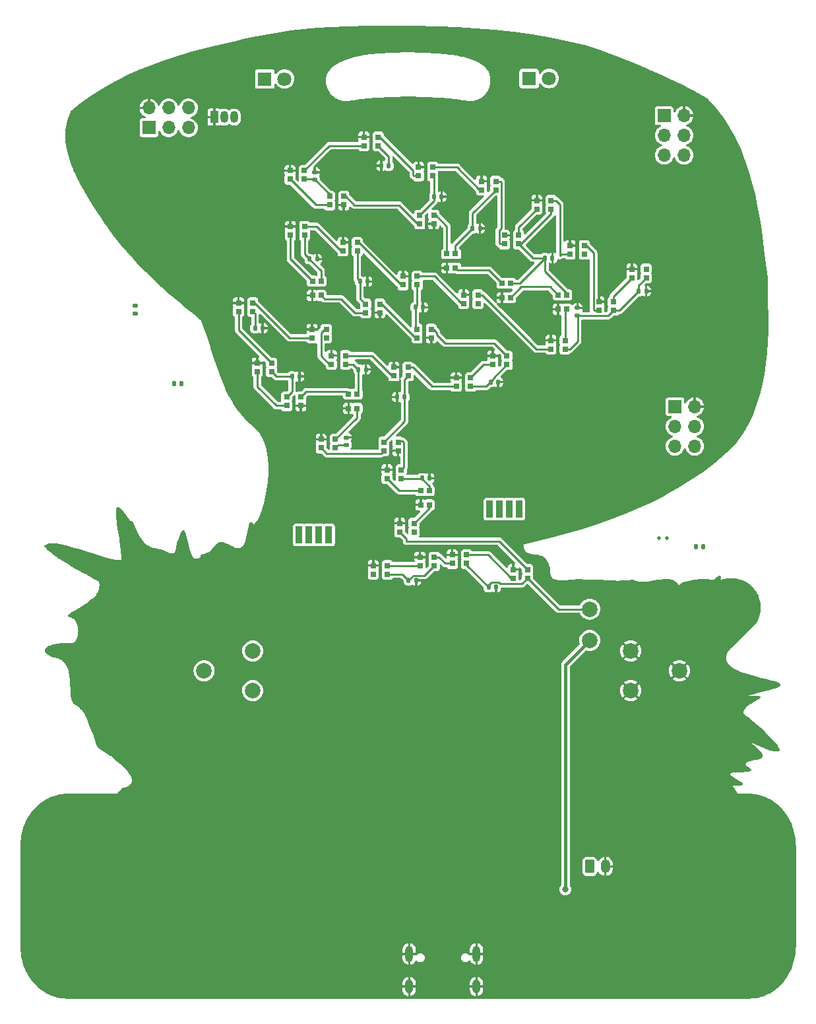
<source format=gbr>
%TF.GenerationSoftware,KiCad,Pcbnew,7.0.10*%
%TF.CreationDate,2024-02-15T00:33:29-06:00*%
%TF.ProjectId,B-Sides 2024,422d5369-6465-4732-9032-3032342e6b69,rev?*%
%TF.SameCoordinates,Original*%
%TF.FileFunction,Copper,L1,Top*%
%TF.FilePolarity,Positive*%
%FSLAX46Y46*%
G04 Gerber Fmt 4.6, Leading zero omitted, Abs format (unit mm)*
G04 Created by KiCad (PCBNEW 7.0.10) date 2024-02-15 00:33:29*
%MOMM*%
%LPD*%
G01*
G04 APERTURE LIST*
G04 Aperture macros list*
%AMRoundRect*
0 Rectangle with rounded corners*
0 $1 Rounding radius*
0 $2 $3 $4 $5 $6 $7 $8 $9 X,Y pos of 4 corners*
0 Add a 4 corners polygon primitive as box body*
4,1,4,$2,$3,$4,$5,$6,$7,$8,$9,$2,$3,0*
0 Add four circle primitives for the rounded corners*
1,1,$1+$1,$2,$3*
1,1,$1+$1,$4,$5*
1,1,$1+$1,$6,$7*
1,1,$1+$1,$8,$9*
0 Add four rect primitives between the rounded corners*
20,1,$1+$1,$2,$3,$4,$5,0*
20,1,$1+$1,$4,$5,$6,$7,0*
20,1,$1+$1,$6,$7,$8,$9,0*
20,1,$1+$1,$8,$9,$2,$3,0*%
G04 Aperture macros list end*
%TA.AperFunction,SMDPad,CuDef*%
%ADD10R,0.700000X0.700000*%
%TD*%
%TA.AperFunction,ComponentPad*%
%ADD11R,1.800000X1.800000*%
%TD*%
%TA.AperFunction,ComponentPad*%
%ADD12C,1.800000*%
%TD*%
%TA.AperFunction,SMDPad,CuDef*%
%ADD13RoundRect,0.140000X-0.140000X-0.170000X0.140000X-0.170000X0.140000X0.170000X-0.140000X0.170000X0*%
%TD*%
%TA.AperFunction,ComponentPad*%
%ADD14R,1.700000X1.700000*%
%TD*%
%TA.AperFunction,ComponentPad*%
%ADD15O,1.700000X1.700000*%
%TD*%
%TA.AperFunction,SMDPad,CuDef*%
%ADD16RoundRect,0.140000X0.140000X0.170000X-0.140000X0.170000X-0.140000X-0.170000X0.140000X-0.170000X0*%
%TD*%
%TA.AperFunction,SMDPad,CuDef*%
%ADD17R,0.850000X2.200000*%
%TD*%
%TA.AperFunction,SMDPad,CuDef*%
%ADD18C,0.500000*%
%TD*%
%TA.AperFunction,SMDPad,CuDef*%
%ADD19C,2.000000*%
%TD*%
%TA.AperFunction,SMDPad,CuDef*%
%ADD20RoundRect,0.140000X0.170000X-0.140000X0.170000X0.140000X-0.170000X0.140000X-0.170000X-0.140000X0*%
%TD*%
%TA.AperFunction,ComponentPad*%
%ADD21R,1.050000X1.500000*%
%TD*%
%TA.AperFunction,ComponentPad*%
%ADD22O,1.050000X1.500000*%
%TD*%
%TA.AperFunction,ComponentPad*%
%ADD23RoundRect,0.250000X-0.350000X-0.625000X0.350000X-0.625000X0.350000X0.625000X-0.350000X0.625000X0*%
%TD*%
%TA.AperFunction,ComponentPad*%
%ADD24O,1.200000X1.750000*%
%TD*%
%TA.AperFunction,ComponentPad*%
%ADD25C,2.000000*%
%TD*%
%TA.AperFunction,ComponentPad*%
%ADD26O,1.000000X1.800000*%
%TD*%
%TA.AperFunction,ComponentPad*%
%ADD27O,1.000000X2.100000*%
%TD*%
%TA.AperFunction,ViaPad*%
%ADD28C,0.800000*%
%TD*%
%TA.AperFunction,Conductor*%
%ADD29C,0.400000*%
%TD*%
%TA.AperFunction,Conductor*%
%ADD30C,0.250000*%
%TD*%
G04 APERTURE END LIST*
D10*
%TO.P,D39,1,VDD*%
%TO.N,/LED_VIN*%
X96555000Y-45420000D03*
%TO.P,D39,2,DOUT*%
%TO.N,Net-(D39-DOUT)*%
X96555000Y-44320000D03*
%TO.P,D39,3,VSS*%
%TO.N,GND*%
X94725000Y-44320000D03*
%TO.P,D39,4,DIN*%
%TO.N,/DIO_4*%
X94725000Y-45420000D03*
%TD*%
%TO.P,D44,1,VDD*%
%TO.N,/LED_VIN*%
X123015000Y-59340000D03*
%TO.P,D44,2,DOUT*%
%TO.N,Net-(D44-DOUT)*%
X123015000Y-58240000D03*
%TO.P,D44,3,VSS*%
%TO.N,GND*%
X121185000Y-58240000D03*
%TO.P,D44,4,DIN*%
%TO.N,Net-(D43-DOUT)*%
X121185000Y-59340000D03*
%TD*%
%TO.P,D14,1,VDD*%
%TO.N,/LED_VIN*%
X108400000Y-76290000D03*
%TO.P,D14,2,DOUT*%
%TO.N,Net-(D14-DOUT)*%
X108400000Y-75190000D03*
%TO.P,D14,3,VSS*%
%TO.N,GND*%
X106570000Y-75190000D03*
%TO.P,D14,4,DIN*%
%TO.N,/DIO_2*%
X106570000Y-76290000D03*
%TD*%
%TO.P,D5,1,VDD*%
%TO.N,/LED_VIN*%
X109360000Y-65660000D03*
%TO.P,D5,2,DOUT*%
%TO.N,Net-(D5-DOUT)*%
X109360000Y-64560000D03*
%TO.P,D5,3,VSS*%
%TO.N,GND*%
X107530000Y-64560000D03*
%TO.P,D5,4,DIN*%
%TO.N,/DIO_3*%
X107530000Y-65660000D03*
%TD*%
%TO.P,D35,1,VDD*%
%TO.N,/LED_VIN*%
X103120000Y-89665000D03*
%TO.P,D35,2,DOUT*%
%TO.N,Net-(D35-DOUT)*%
X102020000Y-89665000D03*
%TO.P,D35,3,VSS*%
%TO.N,GND*%
X102020000Y-91495000D03*
%TO.P,D35,4,DIN*%
%TO.N,Net-(D34-DOUT)*%
X103120000Y-91495000D03*
%TD*%
D11*
%TO.P,LD2,1,C*%
%TO.N,Net-(LD2-C)*%
X115940000Y-36810000D03*
D12*
%TO.P,LD2,2,A*%
%TO.N,Net-(LD2-A)*%
X118480000Y-36810000D03*
%TD*%
D13*
%TO.P,C13,1*%
%TO.N,/LED_VIN*%
X70340000Y-75950000D03*
%TO.P,C13,2*%
%TO.N,GND*%
X71300000Y-75950000D03*
%TD*%
D10*
%TO.P,D32,1,VDD*%
%TO.N,/LED_VIN*%
X107905000Y-99010000D03*
%TO.P,D32,2,DOUT*%
%TO.N,Net-(D32-DOUT)*%
X107905000Y-97910000D03*
%TO.P,D32,3,VSS*%
%TO.N,GND*%
X106075000Y-97910000D03*
%TO.P,D32,4,DIN*%
%TO.N,Net-(D31-DOUT)*%
X106075000Y-99010000D03*
%TD*%
%TO.P,D26,1,VDD*%
%TO.N,/LED_VIN*%
X80455000Y-66690000D03*
%TO.P,D26,2,DOUT*%
%TO.N,Net-(D26-DOUT)*%
X80455000Y-65590000D03*
%TO.P,D26,3,VSS*%
%TO.N,GND*%
X78625000Y-65590000D03*
%TO.P,D26,4,DIN*%
%TO.N,Net-(D25-DOUT)*%
X78625000Y-66690000D03*
%TD*%
D11*
%TO.P,LD1,1,C*%
%TO.N,Net-(LD1-C)*%
X82010000Y-36870000D03*
D12*
%TO.P,LD1,2,A*%
%TO.N,Net-(LD1-A)*%
X84550000Y-36870000D03*
%TD*%
D14*
%TO.P,J3,1,Pin_1*%
%TO.N,/LED_VIN*%
X67130000Y-43120000D03*
D15*
%TO.P,J3,2,Pin_2*%
%TO.N,GND*%
X67130000Y-40580000D03*
%TO.P,J3,3,Pin_3*%
%TO.N,/GPIO19*%
X69670000Y-43120000D03*
%TO.P,J3,4,Pin_4*%
%TO.N,/GPIO18*%
X69670000Y-40580000D03*
%TO.P,J3,5,Pin_5*%
%TO.N,/CS{slash}MISO_0*%
X72210000Y-43120000D03*
%TO.P,J3,6,Pin_6*%
%TO.N,/A0*%
X72210000Y-40580000D03*
%TD*%
D10*
%TO.P,D16,1,VDD*%
%TO.N,/LED_VIN*%
X101545000Y-68970000D03*
%TO.P,D16,2,DOUT*%
%TO.N,Net-(D16-DOUT)*%
X101545000Y-70070000D03*
%TO.P,D16,3,VSS*%
%TO.N,GND*%
X103375000Y-70070000D03*
%TO.P,D16,4,DIN*%
%TO.N,Net-(D15-DOUT)*%
X103375000Y-68970000D03*
%TD*%
%TO.P,D28,1,VDD*%
%TO.N,/LED_VIN*%
X92375000Y-73460000D03*
%TO.P,D28,2,DOUT*%
%TO.N,Net-(D28-DOUT)*%
X92375000Y-72360000D03*
%TO.P,D28,3,VSS*%
%TO.N,GND*%
X90545000Y-72360000D03*
%TO.P,D28,4,DIN*%
%TO.N,Net-(D27-DOUT)*%
X90545000Y-73460000D03*
%TD*%
%TO.P,D15,1,VDD*%
%TO.N,/LED_VIN*%
X113080000Y-73500000D03*
%TO.P,D15,2,DOUT*%
%TO.N,Net-(D15-DOUT)*%
X113080000Y-72400000D03*
%TO.P,D15,3,VSS*%
%TO.N,GND*%
X111250000Y-72400000D03*
%TO.P,D15,4,DIN*%
%TO.N,Net-(D14-DOUT)*%
X111250000Y-73500000D03*
%TD*%
D16*
%TO.P,C30,1*%
%TO.N,/LED_VIN*%
X97910000Y-48000000D03*
%TO.P,C30,2*%
%TO.N,GND*%
X96950000Y-48000000D03*
%TD*%
D13*
%TO.P,C15,1*%
%TO.N,/LED_VIN*%
X102180000Y-88080000D03*
%TO.P,C15,2*%
%TO.N,GND*%
X103140000Y-88080000D03*
%TD*%
D10*
%TO.P,D23,1,VDD*%
%TO.N,/LED_VIN*%
X93850000Y-77285000D03*
%TO.P,D23,2,DOUT*%
%TO.N,Net-(D23-DOUT)*%
X92750000Y-77285000D03*
%TO.P,D23,3,VSS*%
%TO.N,GND*%
X92750000Y-79115000D03*
%TO.P,D23,4,DIN*%
%TO.N,Net-(D22-DOUT)*%
X93850000Y-79115000D03*
%TD*%
%TO.P,D46,1,VDD*%
%TO.N,/LED_VIN*%
X130950000Y-62360000D03*
%TO.P,D46,2,DOUT*%
%TO.N,unconnected-(D46-DOUT-Pad2)*%
X130950000Y-61260000D03*
%TO.P,D46,3,VSS*%
%TO.N,GND*%
X129120000Y-61260000D03*
%TO.P,D46,4,DIN*%
%TO.N,Net-(D45-DOUT)*%
X129120000Y-62360000D03*
%TD*%
%TO.P,D19,1,VDD*%
%TO.N,/LED_VIN*%
X87115000Y-56890000D03*
%TO.P,D19,2,DOUT*%
%TO.N,Net-(D19-DOUT)*%
X87115000Y-55790000D03*
%TO.P,D19,3,VSS*%
%TO.N,GND*%
X85285000Y-55790000D03*
%TO.P,D19,4,DIN*%
%TO.N,Net-(D18-DOUT)*%
X85285000Y-56890000D03*
%TD*%
D13*
%TO.P,C44,1*%
%TO.N,VCC*%
X137330000Y-96810000D03*
%TO.P,C44,2*%
%TO.N,GND*%
X138290000Y-96810000D03*
%TD*%
D14*
%TO.P,J4,1,Pin_1*%
%TO.N,/LED_VIN*%
X133270000Y-41570000D03*
D15*
%TO.P,J4,2,Pin_2*%
%TO.N,GND*%
X135810000Y-41570000D03*
%TO.P,J4,3,Pin_3*%
%TO.N,/GPIO19*%
X133270000Y-44110000D03*
%TO.P,J4,4,Pin_4*%
%TO.N,/GPIO18*%
X135810000Y-44110000D03*
%TO.P,J4,5,Pin_5*%
%TO.N,/CS{slash}MISO_1*%
X133270000Y-46650000D03*
%TO.P,J4,6,Pin_6*%
%TO.N,/A1*%
X135810000Y-46650000D03*
%TD*%
D17*
%TO.P,U2,1,OUT*%
%TO.N,/GPIO23*%
X110845000Y-92040000D03*
%TO.P,U2,2,GND*%
%TO.N,GND*%
X112115000Y-92040000D03*
%TO.P,U2,3,Vs*%
%TO.N,Net-(U2-Vs)*%
X113385000Y-92040000D03*
%TO.P,U2,4*%
%TO.N,N/C*%
X114655000Y-92040000D03*
%TD*%
D10*
%TO.P,D13,1,VDD*%
%TO.N,/LED_VIN*%
X87075000Y-49720000D03*
%TO.P,D13,2,DOUT*%
%TO.N,/DIO_4*%
X87075000Y-48620000D03*
%TO.P,D13,3,VSS*%
%TO.N,GND*%
X85245000Y-48620000D03*
%TO.P,D13,4,DIN*%
%TO.N,Net-(D12-DOUT)*%
X85245000Y-49720000D03*
%TD*%
%TO.P,D27,1,VDD*%
%TO.N,/LED_VIN*%
X89895000Y-70080000D03*
%TO.P,D27,2,DOUT*%
%TO.N,Net-(D27-DOUT)*%
X89895000Y-68980000D03*
%TO.P,D27,3,VSS*%
%TO.N,GND*%
X88065000Y-68980000D03*
%TO.P,D27,4,DIN*%
%TO.N,Net-(D26-DOUT)*%
X88065000Y-70080000D03*
%TD*%
D18*
%TO.P,NT2,1,1*%
%TO.N,+3V3*%
X132580000Y-95740000D03*
%TO.P,NT2,2,2*%
%TO.N,VCC*%
X133580000Y-95740000D03*
%TD*%
D13*
%TO.P,C21,1*%
%TO.N,/LED_VIN*%
X129990000Y-64090000D03*
%TO.P,C21,2*%
%TO.N,GND*%
X130950000Y-64090000D03*
%TD*%
D10*
%TO.P,D40,1,VDD*%
%TO.N,/LED_VIN*%
X103555000Y-49290000D03*
%TO.P,D40,2,DOUT*%
%TO.N,Net-(D40-DOUT)*%
X103555000Y-48190000D03*
%TO.P,D40,3,VSS*%
%TO.N,GND*%
X101725000Y-48190000D03*
%TO.P,D40,4,DIN*%
%TO.N,Net-(D39-DOUT)*%
X101725000Y-49290000D03*
%TD*%
%TO.P,D22,1,VDD*%
%TO.N,/LED_VIN*%
X91070000Y-84190000D03*
%TO.P,D22,2,DOUT*%
%TO.N,Net-(D22-DOUT)*%
X91070000Y-83090000D03*
%TO.P,D22,3,VSS*%
%TO.N,GND*%
X89240000Y-83090000D03*
%TO.P,D22,4,DIN*%
%TO.N,/DIO_1*%
X89240000Y-84190000D03*
%TD*%
D17*
%TO.P,U1,1,OUT*%
%TO.N,/GPIO23*%
X86405000Y-95340000D03*
%TO.P,U1,2,GND*%
%TO.N,GND*%
X87675000Y-95340000D03*
%TO.P,U1,3,Vs*%
%TO.N,Net-(U1-Vs)*%
X88945000Y-95340000D03*
%TO.P,U1,4*%
%TO.N,N/C*%
X90215000Y-95340000D03*
%TD*%
D10*
%TO.P,D45,1,VDD*%
%TO.N,/LED_VIN*%
X126735000Y-66560000D03*
%TO.P,D45,2,DOUT*%
%TO.N,Net-(D45-DOUT)*%
X126735000Y-65460000D03*
%TO.P,D45,3,VSS*%
%TO.N,GND*%
X124905000Y-65460000D03*
%TO.P,D45,4,DIN*%
%TO.N,Net-(D44-DOUT)*%
X124905000Y-66560000D03*
%TD*%
%TO.P,D11,1,VDD*%
%TO.N,/LED_VIN*%
X101875000Y-54350000D03*
%TO.P,D11,2,DOUT*%
%TO.N,Net-(D11-DOUT)*%
X101875000Y-55450000D03*
%TO.P,D11,3,VSS*%
%TO.N,GND*%
X103705000Y-55450000D03*
%TO.P,D11,4,DIN*%
%TO.N,Net-(D10-DOUT)*%
X103705000Y-54350000D03*
%TD*%
%TO.P,D24,1,VDD*%
%TO.N,/LED_VIN*%
X84807500Y-77670000D03*
%TO.P,D24,2,DOUT*%
%TO.N,Net-(D24-DOUT)*%
X84807500Y-78770000D03*
%TO.P,D24,3,VSS*%
%TO.N,GND*%
X86637500Y-78770000D03*
%TO.P,D24,4,DIN*%
%TO.N,Net-(D23-DOUT)*%
X86637500Y-77670000D03*
%TD*%
D19*
%TO.P,F1,1*%
%TO.N,/Battery_VIN*%
X123710000Y-108860000D03*
%TO.P,F1,2*%
%TO.N,/LED_VIN*%
X123710000Y-104860000D03*
%TD*%
D10*
%TO.P,D12,1,VDD*%
%TO.N,/LED_VIN*%
X90310000Y-51920000D03*
%TO.P,D12,2,DOUT*%
%TO.N,Net-(D12-DOUT)*%
X90310000Y-53020000D03*
%TO.P,D12,3,VSS*%
%TO.N,GND*%
X92140000Y-53020000D03*
%TO.P,D12,4,DIN*%
%TO.N,Net-(D11-DOUT)*%
X92140000Y-51920000D03*
%TD*%
%TO.P,D6,1,VDD*%
%TO.N,/LED_VIN*%
X120555000Y-71500000D03*
%TO.P,D6,2,DOUT*%
%TO.N,Net-(D6-DOUT)*%
X120555000Y-70400000D03*
%TO.P,D6,3,VSS*%
%TO.N,GND*%
X118725000Y-70400000D03*
%TO.P,D6,4,DIN*%
%TO.N,Net-(D5-DOUT)*%
X118725000Y-71500000D03*
%TD*%
D13*
%TO.P,C29,1*%
%TO.N,/LED_VIN*%
X87740000Y-59970000D03*
%TO.P,C29,2*%
%TO.N,GND*%
X88700000Y-59970000D03*
%TD*%
D10*
%TO.P,D21,1,VDD*%
%TO.N,/LED_VIN*%
X101565000Y-63280000D03*
%TO.P,D21,2,DOUT*%
%TO.N,/DIO_3*%
X101565000Y-62180000D03*
%TO.P,D21,3,VSS*%
%TO.N,GND*%
X99735000Y-62180000D03*
%TO.P,D21,4,DIN*%
%TO.N,Net-(D20-DOUT)*%
X99735000Y-63280000D03*
%TD*%
D13*
%TO.P,C22,1*%
%TO.N,/LED_VIN*%
X85490000Y-75030000D03*
%TO.P,C22,2*%
%TO.N,GND*%
X86450000Y-75030000D03*
%TD*%
D10*
%TO.P,D42,1,VDD*%
%TO.N,/LED_VIN*%
X114580000Y-58020000D03*
%TO.P,D42,2,DOUT*%
%TO.N,Net-(D42-DOUT)*%
X114580000Y-56920000D03*
%TO.P,D42,3,VSS*%
%TO.N,GND*%
X112750000Y-56920000D03*
%TO.P,D42,4,DIN*%
%TO.N,Net-(D41-DOUT)*%
X112750000Y-58020000D03*
%TD*%
D16*
%TO.P,C27,1*%
%TO.N,/LED_VIN*%
X99940000Y-77660000D03*
%TO.P,C27,2*%
%TO.N,GND*%
X98980000Y-77660000D03*
%TD*%
D13*
%TO.P,C18,1*%
%TO.N,/LED_VIN*%
X94020000Y-74130000D03*
%TO.P,C18,2*%
%TO.N,GND*%
X94980000Y-74130000D03*
%TD*%
D10*
%TO.P,D31,1,VDD*%
%TO.N,/LED_VIN*%
X103750000Y-99290000D03*
%TO.P,D31,2,DOUT*%
%TO.N,Net-(D31-DOUT)*%
X103750000Y-98190000D03*
%TO.P,D31,3,VSS*%
%TO.N,GND*%
X101920000Y-98190000D03*
%TO.P,D31,4,DIN*%
%TO.N,Net-(D30-DOUT)*%
X101920000Y-99290000D03*
%TD*%
D13*
%TO.P,C19,1*%
%TO.N,/LED_VIN*%
X101340000Y-66150000D03*
%TO.P,C19,2*%
%TO.N,GND*%
X102300000Y-66150000D03*
%TD*%
D10*
%TO.P,D37,1,VDD*%
%TO.N,/LED_VIN*%
X97285000Y-83450000D03*
%TO.P,D37,2,DOUT*%
%TO.N,/DIO_1*%
X97285000Y-84550000D03*
%TO.P,D37,3,VSS*%
%TO.N,GND*%
X99115000Y-84550000D03*
%TO.P,D37,4,DIN*%
%TO.N,Net-(D36-DOUT)*%
X99115000Y-83450000D03*
%TD*%
%TO.P,D43,1,VDD*%
%TO.N,/LED_VIN*%
X118755000Y-53550000D03*
%TO.P,D43,2,DOUT*%
%TO.N,Net-(D43-DOUT)*%
X118755000Y-52450000D03*
%TO.P,D43,3,VSS*%
%TO.N,GND*%
X116925000Y-52450000D03*
%TO.P,D43,4,DIN*%
%TO.N,Net-(D42-DOUT)*%
X116925000Y-53550000D03*
%TD*%
D13*
%TO.P,C25,1*%
%TO.N,/LED_VIN*%
X103730000Y-51980000D03*
%TO.P,C25,2*%
%TO.N,GND*%
X104690000Y-51980000D03*
%TD*%
D10*
%TO.P,D30,1,VDD*%
%TO.N,/LED_VIN*%
X97755000Y-100380000D03*
%TO.P,D30,2,DOUT*%
%TO.N,Net-(D30-DOUT)*%
X97755000Y-99280000D03*
%TO.P,D30,3,VSS*%
%TO.N,GND*%
X95925000Y-99280000D03*
%TO.P,D30,4,DIN*%
%TO.N,/DIO*%
X95925000Y-100380000D03*
%TD*%
%TO.P,D36,1,VDD*%
%TO.N,/LED_VIN*%
X99520000Y-88100000D03*
%TO.P,D36,2,DOUT*%
%TO.N,Net-(D36-DOUT)*%
X99520000Y-87000000D03*
%TO.P,D36,3,VSS*%
%TO.N,GND*%
X97690000Y-87000000D03*
%TO.P,D36,4,DIN*%
%TO.N,Net-(D35-DOUT)*%
X97690000Y-88100000D03*
%TD*%
%TO.P,D10,1,VDD*%
%TO.N,/LED_VIN*%
X106475000Y-59275000D03*
%TO.P,D10,2,DOUT*%
%TO.N,Net-(D10-DOUT)*%
X105375000Y-59275000D03*
%TO.P,D10,3,VSS*%
%TO.N,GND*%
X105375000Y-61105000D03*
%TO.P,D10,4,DIN*%
%TO.N,Net-(D10-DIN)*%
X106475000Y-61105000D03*
%TD*%
%TO.P,D41,1,VDD*%
%TO.N,/LED_VIN*%
X111655000Y-51100000D03*
%TO.P,D41,2,DOUT*%
%TO.N,Net-(D41-DOUT)*%
X111655000Y-50000000D03*
%TO.P,D41,3,VSS*%
%TO.N,GND*%
X109825000Y-50000000D03*
%TO.P,D41,4,DIN*%
%TO.N,Net-(D40-DOUT)*%
X109825000Y-51100000D03*
%TD*%
%TO.P,D20,1,VDD*%
%TO.N,/LED_VIN*%
X93865000Y-58930000D03*
%TO.P,D20,2,DOUT*%
%TO.N,Net-(D20-DOUT)*%
X93865000Y-57830000D03*
%TO.P,D20,3,VSS*%
%TO.N,GND*%
X92035000Y-57830000D03*
%TO.P,D20,4,DIN*%
%TO.N,Net-(D19-DOUT)*%
X92035000Y-58930000D03*
%TD*%
D13*
%TO.P,C12,1*%
%TO.N,/LED_VIN*%
X110990000Y-75740000D03*
%TO.P,C12,2*%
%TO.N,GND*%
X111950000Y-75740000D03*
%TD*%
D10*
%TO.P,D9,1,VDD*%
%TO.N,/LED_VIN*%
X113560000Y-63085000D03*
%TO.P,D9,2,DOUT*%
%TO.N,Net-(D10-DIN)*%
X112460000Y-63085000D03*
%TO.P,D9,3,VSS*%
%TO.N,GND*%
X112460000Y-64915000D03*
%TO.P,D9,4,DIN*%
%TO.N,Net-(D7-DOUT)*%
X113560000Y-64915000D03*
%TD*%
%TO.P,D7,1,VDD*%
%TO.N,/LED_VIN*%
X120750000Y-64575000D03*
%TO.P,D7,2,DOUT*%
%TO.N,Net-(D7-DOUT)*%
X119650000Y-64575000D03*
%TO.P,D7,3,VSS*%
%TO.N,GND*%
X119650000Y-66405000D03*
%TO.P,D7,4,DIN*%
%TO.N,Net-(D6-DOUT)*%
X120750000Y-66405000D03*
%TD*%
%TO.P,D34,1,VDD*%
%TO.N,/LED_VIN*%
X101150000Y-94950000D03*
%TO.P,D34,2,DOUT*%
%TO.N,Net-(D34-DOUT)*%
X101150000Y-93850000D03*
%TO.P,D34,3,VSS*%
%TO.N,GND*%
X99320000Y-93850000D03*
%TO.P,D34,4,DIN*%
%TO.N,Net-(D33-DOUT)*%
X99320000Y-94950000D03*
%TD*%
D20*
%TO.P,C33,1*%
%TO.N,/LED_VIN*%
X92460000Y-83800000D03*
%TO.P,C33,2*%
%TO.N,GND*%
X92460000Y-82840000D03*
%TD*%
D10*
%TO.P,D25,1,VDD*%
%TO.N,/LED_VIN*%
X82870000Y-74400000D03*
%TO.P,D25,2,DOUT*%
%TO.N,Net-(D25-DOUT)*%
X82870000Y-73300000D03*
%TO.P,D25,3,VSS*%
%TO.N,GND*%
X81040000Y-73300000D03*
%TO.P,D25,4,DIN*%
%TO.N,Net-(D24-DOUT)*%
X81040000Y-74400000D03*
%TD*%
D20*
%TO.P,C17,1*%
%TO.N,+3V3*%
X65400000Y-66940000D03*
%TO.P,C17,2*%
%TO.N,GND*%
X65400000Y-65980000D03*
%TD*%
D13*
%TO.P,C28,1*%
%TO.N,/LED_VIN*%
X80770000Y-68820000D03*
%TO.P,C28,2*%
%TO.N,GND*%
X81730000Y-68820000D03*
%TD*%
D14*
%TO.P,J5,1,Pin_1*%
%TO.N,/LED_VIN*%
X134640000Y-78900000D03*
D15*
%TO.P,J5,2,Pin_2*%
%TO.N,GND*%
X137180000Y-78900000D03*
%TO.P,J5,3,Pin_3*%
%TO.N,/GPIO19*%
X134640000Y-81440000D03*
%TO.P,J5,4,Pin_4*%
%TO.N,/GPIO18*%
X137180000Y-81440000D03*
%TO.P,J5,5,Pin_5*%
%TO.N,/CS{slash}MISO_2*%
X134640000Y-83980000D03*
%TO.P,J5,6,Pin_6*%
%TO.N,/A2*%
X137180000Y-83980000D03*
%TD*%
D13*
%TO.P,C26,1*%
%TO.N,/LED_VIN*%
X108660000Y-56060000D03*
%TO.P,C26,2*%
%TO.N,GND*%
X109620000Y-56060000D03*
%TD*%
%TO.P,C24,1*%
%TO.N,/LED_VIN*%
X94210000Y-62850000D03*
%TO.P,C24,2*%
%TO.N,GND*%
X95170000Y-62850000D03*
%TD*%
D10*
%TO.P,D33,1,VDD*%
%TO.N,/LED_VIN*%
X115725000Y-100880000D03*
%TO.P,D33,2,DOUT*%
%TO.N,Net-(D33-DOUT)*%
X115725000Y-99780000D03*
%TO.P,D33,3,VSS*%
%TO.N,GND*%
X113895000Y-99780000D03*
%TO.P,D33,4,DIN*%
%TO.N,Net-(D32-DOUT)*%
X113895000Y-100880000D03*
%TD*%
D13*
%TO.P,C31,1*%
%TO.N,/LED_VIN*%
X100460000Y-101180000D03*
%TO.P,C31,2*%
%TO.N,GND*%
X101420000Y-101180000D03*
%TD*%
D21*
%TO.P,Q1,1,E*%
%TO.N,GND*%
X75520000Y-41770000D03*
D22*
%TO.P,Q1,2,B*%
%TO.N,Net-(Q1-B)*%
X76790000Y-41770000D03*
%TO.P,Q1,3,C*%
%TO.N,Net-(Q1-C)*%
X78060000Y-41770000D03*
%TD*%
D20*
%TO.P,C23,1*%
%TO.N,/LED_VIN*%
X122130000Y-67200000D03*
%TO.P,C23,2*%
%TO.N,GND*%
X122130000Y-66240000D03*
%TD*%
%TO.P,C14,1*%
%TO.N,/LED_VIN*%
X88420000Y-49790000D03*
%TO.P,C14,2*%
%TO.N,GND*%
X88420000Y-48830000D03*
%TD*%
D13*
%TO.P,C32,1*%
%TO.N,/LED_VIN*%
X110730000Y-102050000D03*
%TO.P,C32,2*%
%TO.N,GND*%
X111690000Y-102050000D03*
%TD*%
D10*
%TO.P,D17,1,VDD*%
%TO.N,/LED_VIN*%
X94945000Y-65740000D03*
%TO.P,D17,2,DOUT*%
%TO.N,Net-(D17-DOUT)*%
X94945000Y-66840000D03*
%TO.P,D17,3,VSS*%
%TO.N,GND*%
X96775000Y-66840000D03*
%TO.P,D17,4,DIN*%
%TO.N,Net-(D16-DOUT)*%
X96775000Y-65740000D03*
%TD*%
%TO.P,D29,1,VDD*%
%TO.N,/LED_VIN*%
X100390000Y-74940000D03*
%TO.P,D29,2,DOUT*%
%TO.N,/DIO_2*%
X100390000Y-73840000D03*
%TO.P,D29,3,VSS*%
%TO.N,GND*%
X98560000Y-73840000D03*
%TO.P,D29,4,DIN*%
%TO.N,Net-(D28-DOUT)*%
X98560000Y-74940000D03*
%TD*%
%TO.P,D18,1,VDD*%
%TO.N,/LED_VIN*%
X89215000Y-62795000D03*
%TO.P,D18,2,DOUT*%
%TO.N,Net-(D18-DOUT)*%
X88115000Y-62795000D03*
%TO.P,D18,3,VSS*%
%TO.N,GND*%
X88115000Y-64625000D03*
%TO.P,D18,4,DIN*%
%TO.N,Net-(D17-DOUT)*%
X89215000Y-64625000D03*
%TD*%
D13*
%TO.P,C20,1*%
%TO.N,/LED_VIN*%
X117950000Y-59840000D03*
%TO.P,C20,2*%
%TO.N,GND*%
X118910000Y-59840000D03*
%TD*%
D23*
%TO.P,J10,1,Pin_1*%
%TO.N,/VBAT*%
X123715000Y-137855000D03*
D24*
%TO.P,J10,2,Pin_2*%
%TO.N,GND*%
X125715000Y-137855000D03*
%TD*%
D25*
%TO.P,BT1,1,+*%
%TO.N,/VBAT*%
X80460000Y-115300000D03*
X80460000Y-110220000D03*
X74220000Y-112760000D03*
%TO.P,BT1,2,-*%
%TO.N,GND*%
X135220000Y-112760000D03*
X128980000Y-115300000D03*
X128980000Y-110220000D03*
%TD*%
D26*
%TO.P,J9,S1,SHIELD*%
%TO.N,GND*%
X109180000Y-153250000D03*
D27*
X109180000Y-149070000D03*
D26*
X100540000Y-153250000D03*
D27*
X100540000Y-149070000D03*
%TD*%
D28*
%TO.N,/Battery_VIN*%
X120580000Y-140810000D03*
%TD*%
D29*
%TO.N,/Battery_VIN*%
X123710000Y-108860000D02*
X120580000Y-111990000D01*
X120580000Y-111990000D02*
X120580000Y-140810000D01*
D30*
%TO.N,Net-(D5-DOUT)*%
X109360000Y-64560000D02*
X109920000Y-64560000D01*
X109920000Y-64560000D02*
X116860000Y-71500000D01*
X116860000Y-71500000D02*
X118725000Y-71500000D01*
%TO.N,Net-(D6-DOUT)*%
X120555000Y-70400000D02*
X120555000Y-66600000D01*
X120555000Y-66600000D02*
X120750000Y-66405000D01*
%TO.N,/LED_VIN*%
X80770000Y-68820000D02*
X80770000Y-67005000D01*
X111655000Y-51100000D02*
X108660000Y-54095000D01*
X106475000Y-59275000D02*
X106475000Y-58245000D01*
X118755000Y-53550000D02*
X118755000Y-54150000D01*
X114985745Y-101619255D02*
X112230745Y-101619255D01*
X119705000Y-104860000D02*
X115725000Y-100880000D01*
X87115000Y-59345000D02*
X87740000Y-59970000D01*
X85490000Y-75030000D02*
X85490000Y-76987500D01*
X101565000Y-63280000D02*
X101565000Y-65925000D01*
X107905000Y-99010000D02*
X107905000Y-99225000D01*
X117950000Y-61525000D02*
X120750000Y-64325000D01*
X117950000Y-59840000D02*
X116400000Y-59840000D01*
X101340000Y-66150000D02*
X101340000Y-68765000D01*
X99940000Y-75390000D02*
X100390000Y-74940000D01*
X122165000Y-70490000D02*
X121155000Y-71500000D01*
X97910000Y-46775000D02*
X96555000Y-45420000D01*
X88350000Y-49720000D02*
X88420000Y-49790000D01*
X113080000Y-73500000D02*
X111345000Y-75235000D01*
X90310000Y-51920000D02*
X90310000Y-51680000D01*
X99940000Y-77660000D02*
X99940000Y-75390000D01*
X93865000Y-58930000D02*
X93865000Y-62505000D01*
X85490000Y-76987500D02*
X84807500Y-77670000D01*
X110440000Y-76290000D02*
X108400000Y-76290000D01*
X118755000Y-54150000D02*
X114885000Y-58020000D01*
X108660000Y-54095000D02*
X108660000Y-56060000D01*
X102495000Y-100545000D02*
X101065000Y-100545000D01*
X87115000Y-56890000D02*
X87115000Y-59345000D01*
X103730000Y-52495000D02*
X101875000Y-54350000D01*
X111345000Y-75235000D02*
X111345000Y-75385000D01*
X92460000Y-83800000D02*
X91460000Y-83800000D01*
X102160000Y-88100000D02*
X102180000Y-88080000D01*
X129990000Y-64090000D02*
X127520000Y-66560000D01*
X116400000Y-59840000D02*
X114580000Y-58020000D01*
X90310000Y-51680000D02*
X88420000Y-49790000D01*
X111345000Y-75385000D02*
X110440000Y-76290000D01*
X122165000Y-67235000D02*
X126060000Y-67235000D01*
X103750000Y-99290000D02*
X102495000Y-100545000D01*
X92375000Y-73460000D02*
X93350000Y-73460000D01*
X80770000Y-67005000D02*
X80455000Y-66690000D01*
X107905000Y-99225000D02*
X110730000Y-102050000D01*
X120750000Y-64325000D02*
X120750000Y-64575000D01*
X94020000Y-77115000D02*
X93850000Y-77285000D01*
X87740000Y-59981490D02*
X87740000Y-59970000D01*
X97910000Y-48000000D02*
X97910000Y-46775000D01*
X97285000Y-83450000D02*
X99940000Y-80795000D01*
X117950000Y-59840000D02*
X117950000Y-61525000D01*
X113560000Y-63085000D02*
X114705000Y-63085000D01*
X89215000Y-61456490D02*
X87740000Y-59981490D01*
X97755000Y-100380000D02*
X99660000Y-100380000D01*
X100460000Y-101150000D02*
X100460000Y-101180000D01*
X129990000Y-63320000D02*
X130950000Y-62360000D01*
X103120000Y-89065000D02*
X103120000Y-89665000D01*
X121155000Y-71500000D02*
X120555000Y-71500000D01*
X112230745Y-101619255D02*
X112026490Y-101415000D01*
X115725000Y-100880000D02*
X114985745Y-101619255D01*
X127520000Y-66560000D02*
X126735000Y-66560000D01*
X94020000Y-74130000D02*
X94020000Y-77115000D01*
X102155000Y-88100000D02*
X103120000Y-89065000D01*
X89215000Y-62795000D02*
X89215000Y-61456490D01*
X93865000Y-62505000D02*
X94210000Y-62850000D01*
X126060000Y-67235000D02*
X126735000Y-66560000D01*
X101565000Y-65925000D02*
X101340000Y-66150000D01*
X101340000Y-68765000D02*
X101545000Y-68970000D01*
X103730000Y-51980000D02*
X103730000Y-49465000D01*
X114705000Y-63085000D02*
X117950000Y-59840000D01*
X93350000Y-73460000D02*
X94020000Y-74130000D01*
X129990000Y-64090000D02*
X129990000Y-63320000D01*
X112026490Y-101415000D02*
X111055001Y-101415000D01*
X110730000Y-101740001D02*
X110730000Y-102050000D01*
X94945000Y-65740000D02*
X94210000Y-65005000D01*
X99660000Y-100380000D02*
X100460000Y-101180000D01*
X85490000Y-75030000D02*
X83500000Y-75030000D01*
X87075000Y-49720000D02*
X88350000Y-49720000D01*
X99940000Y-80795000D02*
X99940000Y-77660000D01*
X103730000Y-51980000D02*
X103730000Y-52495000D01*
X99520000Y-88100000D02*
X102160000Y-88100000D01*
X101065000Y-100545000D02*
X100460000Y-101150000D01*
X106475000Y-58245000D02*
X108660000Y-56060000D01*
X122165000Y-67235000D02*
X122165000Y-70490000D01*
X94210000Y-65005000D02*
X94210000Y-62850000D01*
X83500000Y-75030000D02*
X82870000Y-74400000D01*
X122130000Y-67200000D02*
X122165000Y-67235000D01*
X111055001Y-101415000D02*
X110730000Y-101740001D01*
X123710000Y-104860000D02*
X119705000Y-104860000D01*
X103730000Y-49465000D02*
X103555000Y-49290000D01*
X114885000Y-58020000D02*
X114580000Y-58020000D01*
X91460000Y-83800000D02*
X91070000Y-84190000D01*
%TO.N,Net-(D7-DOUT)*%
X119650000Y-64575000D02*
X118610000Y-63535000D01*
X118610000Y-63535000D02*
X114940000Y-63535000D01*
X114940000Y-63535000D02*
X113560000Y-64915000D01*
%TO.N,Net-(D10-DIN)*%
X106785000Y-61415000D02*
X106475000Y-61105000D01*
X110790000Y-61415000D02*
X106785000Y-61415000D01*
X112460000Y-63085000D02*
X110790000Y-61415000D01*
%TO.N,Net-(D10-DOUT)*%
X103955000Y-54350000D02*
X103705000Y-54350000D01*
X105375000Y-55770000D02*
X103955000Y-54350000D01*
X105375000Y-59275000D02*
X105375000Y-55770000D01*
%TO.N,Net-(D11-DOUT)*%
X92390000Y-51920000D02*
X92140000Y-51920000D01*
X93510000Y-53040000D02*
X92390000Y-51920000D01*
X99215000Y-53040000D02*
X93510000Y-53040000D01*
X101875000Y-55450000D02*
X101625000Y-55450000D01*
X101625000Y-55450000D02*
X99215000Y-53040000D01*
%TO.N,Net-(D12-DOUT)*%
X88545000Y-53020000D02*
X85245000Y-49720000D01*
X90310000Y-53020000D02*
X88545000Y-53020000D01*
%TO.N,Net-(D14-DOUT)*%
X110090000Y-73500000D02*
X108400000Y-75190000D01*
X111250000Y-73500000D02*
X110090000Y-73500000D01*
%TO.N,Net-(D15-DOUT)*%
X111425000Y-70745000D02*
X105150000Y-70745000D01*
X104050000Y-69645000D02*
X104050000Y-69395000D01*
X104050000Y-69395000D02*
X103625000Y-68970000D01*
X113080000Y-72400000D02*
X111425000Y-70745000D01*
X105150000Y-70745000D02*
X104050000Y-69645000D01*
X103625000Y-68970000D02*
X103375000Y-68970000D01*
%TO.N,Net-(D16-DOUT)*%
X101545000Y-70070000D02*
X101355000Y-70070000D01*
X97025000Y-65740000D02*
X96775000Y-65740000D01*
X101355000Y-70070000D02*
X97025000Y-65740000D01*
%TO.N,Net-(D17-DOUT)*%
X91795000Y-65065000D02*
X89655000Y-65065000D01*
X93570000Y-66840000D02*
X91795000Y-65065000D01*
X94945000Y-66840000D02*
X93570000Y-66840000D01*
X89655000Y-65065000D02*
X89215000Y-64625000D01*
%TO.N,Net-(D18-DOUT)*%
X85285000Y-59965000D02*
X85285000Y-56890000D01*
X88115000Y-62795000D02*
X85285000Y-59965000D01*
%TO.N,Net-(D19-DOUT)*%
X87115000Y-55790000D02*
X88645000Y-55790000D01*
X88645000Y-55790000D02*
X91785000Y-58930000D01*
X91785000Y-58930000D02*
X92035000Y-58930000D01*
%TO.N,Net-(D20-DOUT)*%
X94035000Y-57830000D02*
X99485000Y-63280000D01*
X99485000Y-63280000D02*
X99735000Y-63280000D01*
X93865000Y-57830000D02*
X94035000Y-57830000D01*
%TO.N,Net-(D22-DOUT)*%
X91070000Y-83090000D02*
X93850000Y-80310000D01*
X93850000Y-80310000D02*
X93850000Y-79115000D01*
%TO.N,Net-(D23-DOUT)*%
X87332500Y-76975000D02*
X86637500Y-77670000D01*
X92750000Y-77285000D02*
X92440000Y-76975000D01*
X92440000Y-76975000D02*
X87332500Y-76975000D01*
%TO.N,Net-(D24-DOUT)*%
X81040000Y-76340000D02*
X81040000Y-74400000D01*
X83470000Y-78770000D02*
X81040000Y-76340000D01*
X84807500Y-78770000D02*
X83470000Y-78770000D01*
%TO.N,Net-(D25-DOUT)*%
X82870000Y-73300000D02*
X78625000Y-69055000D01*
X78625000Y-69055000D02*
X78625000Y-66690000D01*
%TO.N,Net-(D26-DOUT)*%
X85195000Y-70080000D02*
X88065000Y-70080000D01*
X80455000Y-65590000D02*
X80705000Y-65590000D01*
X80705000Y-65590000D02*
X85195000Y-70080000D01*
%TO.N,Net-(D27-DOUT)*%
X89645000Y-68980000D02*
X89220000Y-69405000D01*
X89220000Y-69405000D02*
X89220000Y-72385000D01*
X89220000Y-72385000D02*
X90295000Y-73460000D01*
X89895000Y-68980000D02*
X89645000Y-68980000D01*
X90295000Y-73460000D02*
X90545000Y-73460000D01*
%TO.N,Net-(D28-DOUT)*%
X98310000Y-74940000D02*
X98560000Y-74940000D01*
X92375000Y-72360000D02*
X95730000Y-72360000D01*
X95730000Y-72360000D02*
X98310000Y-74940000D01*
%TO.N,Net-(D30-DOUT)*%
X97755000Y-99280000D02*
X101910000Y-99280000D01*
X101910000Y-99280000D02*
X101920000Y-99290000D01*
%TO.N,Net-(D31-DOUT)*%
X105170000Y-99010000D02*
X106075000Y-99010000D01*
X103750000Y-98190000D02*
X104350000Y-98190000D01*
X104350000Y-98190000D02*
X105170000Y-99010000D01*
%TO.N,Net-(D32-DOUT)*%
X110675000Y-97910000D02*
X113645000Y-100880000D01*
X107905000Y-97910000D02*
X110675000Y-97910000D01*
X113645000Y-100880000D02*
X113895000Y-100880000D01*
%TO.N,Net-(D33-DOUT)*%
X115725000Y-99780000D02*
X112085000Y-96140000D01*
X112085000Y-96140000D02*
X100190000Y-96140000D01*
X100190000Y-95820000D02*
X99320000Y-94950000D01*
X100190000Y-96140000D02*
X100190000Y-95820000D01*
%TO.N,Net-(D34-DOUT)*%
X101150000Y-93850000D02*
X103120000Y-91880000D01*
X103120000Y-91880000D02*
X103120000Y-91495000D01*
%TO.N,Net-(D35-DOUT)*%
X102020000Y-89665000D02*
X99255000Y-89665000D01*
X99255000Y-89665000D02*
X97690000Y-88100000D01*
%TO.N,Net-(D36-DOUT)*%
X99670000Y-83330000D02*
X99175000Y-83330000D01*
X99850000Y-83510000D02*
X99670000Y-83330000D01*
X99520000Y-87000000D02*
X99850000Y-86670000D01*
X99850000Y-86670000D02*
X99850000Y-83510000D01*
%TO.N,Net-(D39-DOUT)*%
X101125000Y-49290000D02*
X101725000Y-49290000D01*
X96805000Y-44320000D02*
X101050000Y-48565000D01*
X101050000Y-48565000D02*
X101050000Y-49215000D01*
X101050000Y-49215000D02*
X101125000Y-49290000D01*
X96555000Y-44320000D02*
X96805000Y-44320000D01*
%TO.N,Net-(D40-DOUT)*%
X103555000Y-48190000D02*
X106665000Y-48190000D01*
X109575000Y-51100000D02*
X109825000Y-51100000D01*
X106665000Y-48190000D02*
X109575000Y-51100000D01*
%TO.N,Net-(D41-DOUT)*%
X112330000Y-50075000D02*
X112330000Y-56080000D01*
X111655000Y-50000000D02*
X112255000Y-50000000D01*
X112330000Y-56080000D02*
X112075000Y-56335000D01*
X112255000Y-50000000D02*
X112330000Y-50075000D01*
X112150000Y-58020000D02*
X112750000Y-58020000D01*
X112075000Y-57945000D02*
X112150000Y-58020000D01*
X112075000Y-56335000D02*
X112075000Y-57945000D01*
%TO.N,Net-(D42-DOUT)*%
X114580000Y-56920000D02*
X114580000Y-55895000D01*
X114580000Y-55895000D02*
X116925000Y-53550000D01*
%TO.N,Net-(D43-DOUT)*%
X119870000Y-52965000D02*
X119870000Y-59520000D01*
X119355000Y-52450000D02*
X119870000Y-52965000D01*
X120050000Y-59340000D02*
X121185000Y-59340000D01*
X119870000Y-59520000D02*
X120050000Y-59340000D01*
X118755000Y-52450000D02*
X119355000Y-52450000D01*
%TO.N,Net-(D44-DOUT)*%
X123015000Y-58240000D02*
X123265000Y-58240000D01*
X123265000Y-58240000D02*
X124210000Y-59185000D01*
X124210000Y-59185000D02*
X124210000Y-66465000D01*
X124210000Y-66465000D02*
X124305000Y-66560000D01*
X124305000Y-66560000D02*
X124905000Y-66560000D01*
%TO.N,Net-(D45-DOUT)*%
X126735000Y-65460000D02*
X126735000Y-64745000D01*
X126735000Y-64745000D02*
X129120000Y-62360000D01*
%TO.N,/DIO_3*%
X101565000Y-62180000D02*
X103800000Y-62180000D01*
X107280000Y-65660000D02*
X107530000Y-65660000D01*
X103800000Y-62180000D02*
X107280000Y-65660000D01*
%TO.N,/DIO_4*%
X90275000Y-45420000D02*
X94725000Y-45420000D01*
X87075000Y-48620000D02*
X90275000Y-45420000D01*
%TO.N,/DIO_2*%
X100990000Y-73840000D02*
X103440000Y-76290000D01*
X100390000Y-73840000D02*
X100990000Y-73840000D01*
X103440000Y-76290000D02*
X106570000Y-76290000D01*
%TO.N,/DIO_1*%
X97285000Y-84550000D02*
X96925000Y-84910000D01*
X96925000Y-84910000D02*
X89960000Y-84910000D01*
X89960000Y-84910000D02*
X89240000Y-84190000D01*
%TD*%
%TA.AperFunction,Conductor*%
%TO.N,GND*%
G36*
X106483718Y-48685185D02*
G01*
X106504360Y-48701819D01*
X109088181Y-51285639D01*
X109121666Y-51346962D01*
X109124500Y-51373320D01*
X109124500Y-51483260D01*
X109134426Y-51551391D01*
X109185803Y-51656485D01*
X109268514Y-51739196D01*
X109268515Y-51739196D01*
X109268517Y-51739198D01*
X109373607Y-51790573D01*
X109407673Y-51795536D01*
X109441739Y-51800500D01*
X109982678Y-51800500D01*
X110049717Y-51820185D01*
X110095472Y-51872989D01*
X110105416Y-51942147D01*
X110076391Y-52005703D01*
X110070359Y-52012181D01*
X108369345Y-53713194D01*
X108348712Y-53729823D01*
X108345413Y-53731942D01*
X108345406Y-53731949D01*
X108314663Y-53767428D01*
X108308641Y-53773898D01*
X108299718Y-53782821D01*
X108292156Y-53792922D01*
X108286613Y-53799800D01*
X108255872Y-53835278D01*
X108255868Y-53835284D01*
X108254237Y-53838856D01*
X108240725Y-53861629D01*
X108238372Y-53864772D01*
X108238370Y-53864776D01*
X108221960Y-53908771D01*
X108218575Y-53916943D01*
X108199069Y-53959658D01*
X108199068Y-53959661D01*
X108198511Y-53963537D01*
X108191959Y-53989211D01*
X108190589Y-53992883D01*
X108187237Y-54039725D01*
X108186293Y-54048508D01*
X108184500Y-54060984D01*
X108184500Y-54073577D01*
X108184184Y-54082425D01*
X108180833Y-54129268D01*
X108180833Y-54129270D01*
X108181666Y-54133099D01*
X108184500Y-54159458D01*
X108184500Y-55478418D01*
X108164815Y-55545457D01*
X108159767Y-55552728D01*
X108085073Y-55652507D01*
X108085069Y-55652514D01*
X108035782Y-55784661D01*
X108035781Y-55784665D01*
X108029500Y-55843085D01*
X108029500Y-55843093D01*
X108029500Y-55966678D01*
X108009815Y-56033717D01*
X107993181Y-56054359D01*
X106184345Y-57863194D01*
X106163712Y-57879823D01*
X106160413Y-57881942D01*
X106160406Y-57881949D01*
X106129663Y-57917428D01*
X106123641Y-57923898D01*
X106114718Y-57932821D01*
X106107156Y-57942922D01*
X106101613Y-57949801D01*
X106068215Y-57988346D01*
X106009437Y-58026121D01*
X105939568Y-58026123D01*
X105880789Y-57988350D01*
X105851763Y-57924795D01*
X105850500Y-57907145D01*
X105850500Y-55834452D01*
X105853334Y-55808094D01*
X105854166Y-55804270D01*
X105850816Y-55757433D01*
X105850500Y-55748586D01*
X105850500Y-55735988D01*
X105848707Y-55723523D01*
X105847760Y-55714716D01*
X105844411Y-55667885D01*
X105843042Y-55664216D01*
X105836488Y-55638534D01*
X105835931Y-55634658D01*
X105816420Y-55591936D01*
X105813039Y-55583772D01*
X105798748Y-55545457D01*
X105796628Y-55539774D01*
X105794282Y-55536640D01*
X105780757Y-55513845D01*
X105779130Y-55510282D01*
X105761487Y-55489920D01*
X105748373Y-55474785D01*
X105742828Y-55467905D01*
X105735279Y-55457820D01*
X105735274Y-55457815D01*
X105735269Y-55457809D01*
X105726371Y-55448911D01*
X105720338Y-55442432D01*
X105717039Y-55438625D01*
X105689589Y-55406945D01*
X105686291Y-55404825D01*
X105665651Y-55388192D01*
X104441819Y-54164360D01*
X104408334Y-54103037D01*
X104405500Y-54076679D01*
X104405500Y-53966739D01*
X104400536Y-53932673D01*
X104395573Y-53898607D01*
X104344198Y-53793517D01*
X104344196Y-53793515D01*
X104344196Y-53793514D01*
X104261485Y-53710803D01*
X104156391Y-53659426D01*
X104088261Y-53649500D01*
X104088260Y-53649500D01*
X103547320Y-53649500D01*
X103480281Y-53629815D01*
X103434526Y-53577011D01*
X103424582Y-53507853D01*
X103453607Y-53444297D01*
X103459639Y-53437819D01*
X103730719Y-53166739D01*
X104020654Y-52876803D01*
X104041295Y-52860171D01*
X104044589Y-52858055D01*
X104075340Y-52822564D01*
X104081360Y-52816098D01*
X104090279Y-52807180D01*
X104097835Y-52797084D01*
X104103378Y-52790206D01*
X104134130Y-52754718D01*
X104135756Y-52751158D01*
X104149283Y-52728358D01*
X104151629Y-52725226D01*
X104168045Y-52681207D01*
X104171422Y-52673058D01*
X104178599Y-52657343D01*
X104224354Y-52604543D01*
X104291395Y-52584861D01*
X104334724Y-52592679D01*
X104444775Y-52633726D01*
X104503113Y-52639999D01*
X104503130Y-52640000D01*
X104540000Y-52640000D01*
X104540000Y-52130000D01*
X104840000Y-52130000D01*
X104840000Y-52640000D01*
X104876870Y-52640000D01*
X104876886Y-52639999D01*
X104935224Y-52633726D01*
X105067249Y-52584483D01*
X105180044Y-52500044D01*
X105264483Y-52387249D01*
X105313726Y-52255224D01*
X105319999Y-52196886D01*
X105320000Y-52196869D01*
X105320000Y-52130000D01*
X104840000Y-52130000D01*
X104540000Y-52130000D01*
X104540000Y-51320000D01*
X104840000Y-51320000D01*
X104840000Y-51830000D01*
X105320000Y-51830000D01*
X105320000Y-51763130D01*
X105319999Y-51763113D01*
X105313726Y-51704775D01*
X105264483Y-51572750D01*
X105180044Y-51459955D01*
X105067249Y-51375516D01*
X104935224Y-51326273D01*
X104876886Y-51320000D01*
X104840000Y-51320000D01*
X104540000Y-51320000D01*
X104503113Y-51320000D01*
X104444773Y-51326273D01*
X104372833Y-51353106D01*
X104303141Y-51358090D01*
X104241818Y-51324605D01*
X104208334Y-51263282D01*
X104205500Y-51236924D01*
X104205500Y-49852052D01*
X104218099Y-49797592D01*
X104221692Y-49790243D01*
X104245573Y-49741393D01*
X104255500Y-49673260D01*
X104255500Y-48906740D01*
X104245573Y-48838607D01*
X104245572Y-48838604D01*
X104242730Y-48829405D01*
X104245555Y-48828532D01*
X104236432Y-48775078D01*
X104263780Y-48710783D01*
X104321547Y-48671480D01*
X104359591Y-48665500D01*
X106416679Y-48665500D01*
X106483718Y-48685185D01*
G37*
%TD.AperFunction*%
%TA.AperFunction,Conductor*%
G36*
X99312420Y-30034537D02*
G01*
X99313318Y-30034547D01*
X100974309Y-30059462D01*
X100975219Y-30059479D01*
X104316547Y-30139994D01*
X104316997Y-30140006D01*
X106663935Y-30209105D01*
X106667402Y-30209256D01*
X109054416Y-30347009D01*
X109057795Y-30347251D01*
X111470315Y-30553079D01*
X111473548Y-30553399D01*
X113895237Y-30826659D01*
X113898567Y-30827082D01*
X116313036Y-31167118D01*
X116316394Y-31167639D01*
X118707403Y-31573799D01*
X118711019Y-31574469D01*
X121062187Y-32046076D01*
X121065964Y-32046896D01*
X123355886Y-32582081D01*
X123370002Y-32586280D01*
X125349874Y-33305805D01*
X125351091Y-33306254D01*
X127329840Y-34051975D01*
X127331403Y-34052564D01*
X127333125Y-34053228D01*
X129302682Y-34829538D01*
X129304677Y-34830345D01*
X130919297Y-35501178D01*
X131259318Y-35642448D01*
X131261782Y-35643503D01*
X133196858Y-36496977D01*
X133199673Y-36498261D01*
X135110900Y-37398841D01*
X135114057Y-37400384D01*
X135211065Y-37449500D01*
X136996959Y-38353716D01*
X137000400Y-38355527D01*
X138806239Y-39343039D01*
X138833739Y-39358077D01*
X138866577Y-39384102D01*
X138984019Y-39515111D01*
X139898453Y-40535185D01*
X139904790Y-40542853D01*
X140837295Y-41768374D01*
X140842711Y-41776084D01*
X141601963Y-42949304D01*
X141672651Y-43058533D01*
X141677155Y-43066065D01*
X142410817Y-44397691D01*
X142412023Y-44399879D01*
X142415675Y-44407047D01*
X143062974Y-45786713D01*
X143065868Y-45793385D01*
X143633010Y-47213207D01*
X143635258Y-47219291D01*
X144129699Y-48673633D01*
X144131411Y-48679078D01*
X144560597Y-50162262D01*
X144561879Y-50167046D01*
X144933266Y-51673359D01*
X144934207Y-51677477D01*
X145255256Y-53201146D01*
X145255933Y-53204603D01*
X145534131Y-54739904D01*
X145534607Y-54742713D01*
X145777392Y-56283527D01*
X145777818Y-56286462D01*
X146187600Y-59364294D01*
X146187827Y-59366096D01*
X146545621Y-62391606D01*
X146546450Y-62403474D01*
X146604965Y-65095085D01*
X146604988Y-65096554D01*
X146632159Y-67844184D01*
X146632155Y-67847013D01*
X146614306Y-69227499D01*
X146614237Y-69230320D01*
X146564976Y-70610072D01*
X146564799Y-70613615D01*
X146476314Y-71988011D01*
X146475963Y-71992298D01*
X146340453Y-73356856D01*
X146339846Y-73361908D01*
X146149534Y-74712181D01*
X146148571Y-74718009D01*
X145895686Y-76049672D01*
X145894246Y-76056269D01*
X145571050Y-77364899D01*
X145569000Y-77372225D01*
X145167750Y-78653516D01*
X145164952Y-78661488D01*
X144677911Y-79911149D01*
X144674238Y-79919626D01*
X144093092Y-81134598D01*
X144089716Y-81141149D01*
X143762498Y-81732234D01*
X143759925Y-81736663D01*
X143405799Y-82318289D01*
X143402974Y-82322716D01*
X143021518Y-82893342D01*
X143018444Y-82897731D01*
X142613212Y-83450636D01*
X142599786Y-83466095D01*
X141220967Y-84811162D01*
X141215576Y-84816119D01*
X139764229Y-86073553D01*
X139758849Y-86077956D01*
X138244760Y-87247867D01*
X138239477Y-87251731D01*
X136667843Y-88338697D01*
X136662731Y-88342049D01*
X135038746Y-89350660D01*
X135033861Y-89353541D01*
X133362752Y-90288360D01*
X133358139Y-90290815D01*
X131645088Y-91156437D01*
X131640777Y-91158512D01*
X129891095Y-91959472D01*
X129887106Y-91961214D01*
X128105930Y-92702132D01*
X128102276Y-92703584D01*
X126295011Y-93388971D01*
X126291697Y-93390175D01*
X124463423Y-94024680D01*
X124460450Y-94025670D01*
X122617129Y-94613648D01*
X122613352Y-94614786D01*
X118898950Y-95670671D01*
X118895032Y-95671716D01*
X115187559Y-96595767D01*
X115181128Y-96597005D01*
X115180141Y-96597529D01*
X115180018Y-96598693D01*
X115181249Y-96605010D01*
X115208587Y-96800412D01*
X115209050Y-96805317D01*
X115209532Y-96807904D01*
X115210912Y-96812671D01*
X115225293Y-96874584D01*
X115246337Y-96965190D01*
X115250478Y-96983016D01*
X115251531Y-96988613D01*
X115251604Y-96988866D01*
X115253756Y-96994213D01*
X115304805Y-97141792D01*
X115306199Y-97146382D01*
X115308406Y-97150531D01*
X115371027Y-97279024D01*
X115372568Y-97282437D01*
X115374619Y-97285350D01*
X115447697Y-97395121D01*
X115449703Y-97398332D01*
X115452275Y-97401051D01*
X115497591Y-97451750D01*
X115531332Y-97489500D01*
X115534864Y-97493451D01*
X115536976Y-97495921D01*
X115539848Y-97498190D01*
X115630170Y-97574104D01*
X115633122Y-97576734D01*
X115636714Y-97578842D01*
X115733598Y-97640181D01*
X115737673Y-97642974D01*
X115742321Y-97644958D01*
X115844186Y-97693485D01*
X115849654Y-97696414D01*
X115855576Y-97698201D01*
X115961763Y-97736154D01*
X115967141Y-97738419D01*
X115969428Y-97739131D01*
X115975123Y-97740322D01*
X116084980Y-97769744D01*
X116088859Y-97771061D01*
X116088969Y-97771083D01*
X116096890Y-97772939D01*
X116098687Y-97773422D01*
X116103203Y-97773949D01*
X116148735Y-97783141D01*
X116214508Y-97796420D01*
X116218509Y-97797507D01*
X116226860Y-97798932D01*
X116228186Y-97799206D01*
X116232646Y-97799472D01*
X116483148Y-97834796D01*
X116485922Y-97835437D01*
X116491904Y-97836096D01*
X116496088Y-97836628D01*
X116503593Y-97837713D01*
X116506555Y-97837747D01*
X116774188Y-97868053D01*
X116777570Y-97868484D01*
X117058453Y-97908292D01*
X117065080Y-97909416D01*
X117200925Y-97936267D01*
X117207477Y-97937747D01*
X117247666Y-97947980D01*
X117341171Y-97971789D01*
X117349217Y-97974131D01*
X117479240Y-98016788D01*
X117488609Y-98020286D01*
X117614413Y-98073132D01*
X117624769Y-98078057D01*
X117745992Y-98142747D01*
X117756832Y-98149264D01*
X117873188Y-98227561D01*
X117883911Y-98235656D01*
X117926825Y-98271862D01*
X117995210Y-98329557D01*
X118005200Y-98338980D01*
X118101483Y-98440458D01*
X118111214Y-98450713D01*
X118119970Y-98461013D01*
X118205272Y-98573217D01*
X118220283Y-98592963D01*
X118227532Y-98603603D01*
X118321479Y-98758170D01*
X118327170Y-98768635D01*
X118413889Y-98948140D01*
X118418154Y-98958046D01*
X118496647Y-99164674D01*
X118499709Y-99173783D01*
X118568928Y-99409592D01*
X118571036Y-99417803D01*
X118590314Y-99505185D01*
X118622085Y-99649196D01*
X118626706Y-99670139D01*
X118629221Y-99706767D01*
X118613573Y-99901852D01*
X118612953Y-99906472D01*
X118612796Y-99910950D01*
X118613085Y-99915549D01*
X118614482Y-100101788D01*
X118614305Y-100107064D01*
X118615106Y-100112286D01*
X118633777Y-100280201D01*
X118634130Y-100284777D01*
X118635387Y-100289337D01*
X118670604Y-100439095D01*
X118671309Y-100442449D01*
X118672739Y-100445857D01*
X118723783Y-100578362D01*
X118724838Y-100581290D01*
X118726614Y-100584221D01*
X118792563Y-100699993D01*
X118793826Y-100702311D01*
X118795566Y-100704399D01*
X118876048Y-100804963D01*
X118877471Y-100806799D01*
X118879386Y-100808483D01*
X118972689Y-100893690D01*
X118974843Y-100895739D01*
X118977701Y-100897558D01*
X119081355Y-100967521D01*
X119084713Y-100969944D01*
X119088517Y-100971688D01*
X119137659Y-100996188D01*
X119202085Y-101028307D01*
X119206650Y-101030810D01*
X119211672Y-101032399D01*
X119333682Y-101076784D01*
X119339275Y-101079124D01*
X119340533Y-101079514D01*
X119346485Y-101080686D01*
X119474916Y-101113888D01*
X119480435Y-101115664D01*
X119484964Y-101116639D01*
X119490617Y-101117231D01*
X119625950Y-101140921D01*
X119626047Y-101140938D01*
X119630308Y-101141963D01*
X119638202Y-101143074D01*
X119638694Y-101143161D01*
X119643157Y-101143309D01*
X119785936Y-101158754D01*
X119791468Y-101159707D01*
X119797330Y-101160119D01*
X119802863Y-101159900D01*
X120126486Y-101170388D01*
X120131017Y-101170825D01*
X120138934Y-101170803D01*
X120143409Y-101170320D01*
X120485158Y-101157767D01*
X120488995Y-101157983D01*
X120493754Y-101157592D01*
X120499894Y-101157239D01*
X120505073Y-101157070D01*
X120508858Y-101156406D01*
X120857147Y-101129418D01*
X120859430Y-101129539D01*
X120871899Y-101128307D01*
X120874942Y-101128044D01*
X120887846Y-101127088D01*
X120889956Y-101126602D01*
X121638654Y-101056215D01*
X121641565Y-101055977D01*
X122012649Y-101030327D01*
X122018406Y-101030065D01*
X122371132Y-101022310D01*
X122380620Y-101022466D01*
X122708738Y-101040498D01*
X122718891Y-101041477D01*
X122867762Y-101062046D01*
X122876384Y-101063550D01*
X123011732Y-101092141D01*
X123014642Y-101093018D01*
X123020459Y-101094049D01*
X123022099Y-101094365D01*
X123023725Y-101094348D01*
X123030423Y-101094378D01*
X123033068Y-101094085D01*
X123522814Y-101083077D01*
X123525124Y-101083047D01*
X123986750Y-101081792D01*
X123989997Y-101081827D01*
X124823061Y-101101811D01*
X124826786Y-101101956D01*
X126258008Y-101179527D01*
X126260224Y-101179864D01*
X126268624Y-101180136D01*
X126271546Y-101180264D01*
X126281301Y-101180809D01*
X126282901Y-101180711D01*
X126948561Y-101208193D01*
X126951371Y-101208544D01*
X126956807Y-101208600D01*
X126961180Y-101208722D01*
X126969950Y-101209121D01*
X126973005Y-101208822D01*
X127301317Y-101213477D01*
X127304300Y-101213787D01*
X127309820Y-101213686D01*
X127315327Y-101213707D01*
X127322339Y-101213889D01*
X127325655Y-101213507D01*
X127664880Y-101210165D01*
X127667619Y-101210444D01*
X127677169Y-101210090D01*
X127680588Y-101210011D01*
X127690426Y-101209917D01*
X127693153Y-101209502D01*
X128050383Y-101196394D01*
X128053914Y-101196620D01*
X128060070Y-101196153D01*
X128065927Y-101195847D01*
X128072737Y-101195652D01*
X128076077Y-101195081D01*
X128458777Y-101170210D01*
X128461634Y-101170279D01*
X128467911Y-101169678D01*
X128471870Y-101169362D01*
X128479462Y-101168878D01*
X128482283Y-101168329D01*
X128892949Y-101129920D01*
X128896476Y-101129921D01*
X128901684Y-101129222D01*
X128907556Y-101128575D01*
X128915840Y-101127861D01*
X128919119Y-101127068D01*
X129324959Y-101077821D01*
X129393880Y-101089286D01*
X129410893Y-101099255D01*
X129500213Y-101161633D01*
X129503502Y-101164080D01*
X129507362Y-101165905D01*
X129566545Y-101196394D01*
X129642228Y-101235383D01*
X129646327Y-101237673D01*
X129650952Y-101239174D01*
X129794309Y-101292129D01*
X129799304Y-101294207D01*
X129804641Y-101295301D01*
X129955126Y-101333194D01*
X129960858Y-101334968D01*
X129963268Y-101335458D01*
X129969213Y-101336021D01*
X130125914Y-101360478D01*
X130131312Y-101361635D01*
X130135835Y-101362162D01*
X130141281Y-101362223D01*
X130302863Y-101374780D01*
X130307247Y-101375449D01*
X130307894Y-101375457D01*
X130316416Y-101375844D01*
X130316908Y-101375883D01*
X130321257Y-101375625D01*
X130489322Y-101377895D01*
X130493529Y-101378260D01*
X130494065Y-101378234D01*
X130502890Y-101378118D01*
X130504497Y-101378154D01*
X130508913Y-101377613D01*
X130683348Y-101370829D01*
X130687861Y-101370934D01*
X130695896Y-101370374D01*
X130696815Y-101370345D01*
X130701350Y-101369522D01*
X131084210Y-101331877D01*
X131088383Y-101331742D01*
X131096927Y-101330674D01*
X131097992Y-101330580D01*
X131102249Y-101329589D01*
X131497143Y-101270161D01*
X131499930Y-101270023D01*
X131507609Y-101268643D01*
X131511483Y-101268010D01*
X131521380Y-101266551D01*
X131524117Y-101265727D01*
X132364844Y-101117610D01*
X132367269Y-101117209D01*
X132789977Y-101052004D01*
X132795705Y-101051257D01*
X133206814Y-101007367D01*
X133213368Y-101006842D01*
X133410349Y-100996358D01*
X133416043Y-100996189D01*
X133608045Y-100994922D01*
X133615017Y-100995071D01*
X133800178Y-101004279D01*
X133808461Y-101004969D01*
X133985958Y-101025789D01*
X133995616Y-101027311D01*
X134164607Y-101060812D01*
X134175584Y-101063515D01*
X134335398Y-101110712D01*
X134347521Y-101114988D01*
X134482510Y-101170648D01*
X134497670Y-101176899D01*
X134510531Y-101183090D01*
X134650762Y-101260842D01*
X134663674Y-101269083D01*
X134753860Y-101334836D01*
X134793960Y-101364072D01*
X134806170Y-101374233D01*
X134830118Y-101396911D01*
X134897851Y-101461053D01*
X134926468Y-101488152D01*
X134937237Y-101499742D01*
X135047369Y-101634592D01*
X135056241Y-101646927D01*
X135156637Y-101806298D01*
X135157192Y-101807188D01*
X135159597Y-101811078D01*
X135160414Y-101811694D01*
X135162271Y-101804981D01*
X135163109Y-101802408D01*
X135163807Y-101796513D01*
X135166812Y-101783996D01*
X135179625Y-101751599D01*
X135189611Y-101734059D01*
X135204473Y-101713278D01*
X135228903Y-101685650D01*
X135241936Y-101672931D01*
X135280174Y-101640749D01*
X135295146Y-101629948D01*
X135422654Y-101551716D01*
X135436427Y-101544415D01*
X135612377Y-101464883D01*
X135621879Y-101461053D01*
X135841897Y-101382758D01*
X135848984Y-101380473D01*
X136106529Y-101305949D01*
X136112189Y-101304456D01*
X136401325Y-101235532D01*
X136406205Y-101234472D01*
X136721517Y-101172658D01*
X136725935Y-101171876D01*
X137061945Y-101118606D01*
X137066115Y-101118018D01*
X137417659Y-101074629D01*
X137421782Y-101074192D01*
X137783537Y-101042012D01*
X137787865Y-101041703D01*
X138154698Y-101022015D01*
X138159283Y-101021855D01*
X138525940Y-101015930D01*
X138531027Y-101015952D01*
X138892220Y-101025025D01*
X138897999Y-101025306D01*
X139248505Y-101050566D01*
X139255193Y-101051232D01*
X139572684Y-101091638D01*
X139578096Y-101093283D01*
X139593925Y-101094371D01*
X139594086Y-101094245D01*
X139594088Y-101094245D01*
X139594088Y-101094243D01*
X139606598Y-101084523D01*
X139610173Y-101080120D01*
X139689530Y-101010698D01*
X139691144Y-101009311D01*
X139779110Y-100935127D01*
X139780960Y-100933599D01*
X139862142Y-100867965D01*
X139864373Y-100866205D01*
X139939091Y-100808685D01*
X139941772Y-100806681D01*
X139968079Y-100787567D01*
X140009946Y-100757149D01*
X140013243Y-100754834D01*
X140047369Y-100731695D01*
X140075102Y-100712891D01*
X140079070Y-100710310D01*
X140134628Y-100675686D01*
X140139510Y-100672798D01*
X140188758Y-100645175D01*
X140194842Y-100641983D01*
X140237638Y-100621034D01*
X140245384Y-100617566D01*
X140281455Y-100602879D01*
X140291325Y-100599341D01*
X140320310Y-100590322D01*
X140333018Y-100587095D01*
X140354434Y-100582849D01*
X140370646Y-100580735D01*
X140384160Y-100579875D01*
X140404222Y-100580226D01*
X140407359Y-100580537D01*
X140472136Y-100606723D01*
X140504605Y-100645651D01*
X140506144Y-100648541D01*
X140513112Y-100664125D01*
X140516887Y-100674417D01*
X140520869Y-100687445D01*
X140524671Y-100702872D01*
X140526792Y-100713438D01*
X140529639Y-100731695D01*
X140530913Y-100743637D01*
X140533987Y-100796752D01*
X140534139Y-100807616D01*
X140532321Y-100868524D01*
X140531936Y-100875263D01*
X140526296Y-100942023D01*
X140525845Y-100946419D01*
X140509129Y-101085139D01*
X140508926Y-101086680D01*
X140508972Y-101086862D01*
X140509067Y-101086987D01*
X140509272Y-101087106D01*
X140509393Y-101087120D01*
X140509395Y-101087121D01*
X140509396Y-101087120D01*
X140509458Y-101087128D01*
X140511314Y-101086634D01*
X140910507Y-100986742D01*
X140919730Y-100984805D01*
X141302033Y-100919674D01*
X141311825Y-100918405D01*
X141679549Y-100885637D01*
X141689805Y-100885151D01*
X142042698Y-100883023D01*
X142053221Y-100883409D01*
X142391033Y-100910228D01*
X142401729Y-100911547D01*
X142724206Y-100965644D01*
X142734856Y-100967915D01*
X143041832Y-101047681D01*
X143052277Y-101050894D01*
X143343458Y-101154720D01*
X143353523Y-101158816D01*
X143628700Y-101285166D01*
X143638288Y-101290084D01*
X143708567Y-101330081D01*
X143897154Y-101437410D01*
X143906138Y-101443045D01*
X144148389Y-101609830D01*
X144156692Y-101616074D01*
X144186804Y-101640764D01*
X144382016Y-101800824D01*
X144389600Y-101807581D01*
X144393162Y-101811026D01*
X144580941Y-101992641D01*
X144597586Y-102008739D01*
X144604436Y-102015917D01*
X144794728Y-102231987D01*
X144800848Y-102239510D01*
X144972995Y-102468888D01*
X144978403Y-102476700D01*
X145132031Y-102717879D01*
X145136748Y-102725938D01*
X145166962Y-102782336D01*
X145271393Y-102977263D01*
X145275439Y-102985542D01*
X145346159Y-103145004D01*
X145390705Y-103245450D01*
X145394106Y-103253953D01*
X145489571Y-103520811D01*
X145492332Y-103529532D01*
X145567592Y-103801717D01*
X145569712Y-103810659D01*
X145624384Y-104086551D01*
X145625848Y-104095730D01*
X145659549Y-104373690D01*
X145660328Y-104383112D01*
X145672696Y-104661529D01*
X145672748Y-104671196D01*
X145663434Y-104948413D01*
X145662704Y-104958315D01*
X145631367Y-105232795D01*
X145629788Y-105242901D01*
X145576104Y-105513006D01*
X145573607Y-105523264D01*
X145497245Y-105787469D01*
X145493763Y-105797794D01*
X145394381Y-106054586D01*
X145389860Y-106064860D01*
X145267104Y-106312745D01*
X145261518Y-106322818D01*
X145114997Y-106560340D01*
X145108361Y-106570038D01*
X144937640Y-106795763D01*
X144930014Y-106804899D01*
X144732578Y-107019593D01*
X144728445Y-107023877D01*
X144140481Y-107604643D01*
X142027947Y-109691315D01*
X142027925Y-109691337D01*
X142027924Y-109691336D01*
X141787238Y-109929312D01*
X141784227Y-109931971D01*
X141780198Y-109936306D01*
X141777773Y-109939476D01*
X141586331Y-110163776D01*
X141583227Y-110167096D01*
X141582017Y-110168670D01*
X141579641Y-110172420D01*
X141522262Y-110255392D01*
X141429822Y-110389061D01*
X141426924Y-110392926D01*
X141424849Y-110397249D01*
X141361175Y-110518416D01*
X141314760Y-110606739D01*
X141313306Y-110609366D01*
X141312315Y-110612390D01*
X141240479Y-110814588D01*
X141239564Y-110817021D01*
X141239138Y-110819675D01*
X141203852Y-111014797D01*
X141203549Y-111016397D01*
X141203565Y-111018194D01*
X141203156Y-111205965D01*
X141203146Y-111207275D01*
X141203141Y-111207590D01*
X141203155Y-111207658D01*
X141203415Y-111209051D01*
X141236003Y-111389393D01*
X141236248Y-111390797D01*
X141236264Y-111390893D01*
X141236844Y-111392428D01*
X141299941Y-111564004D01*
X141300787Y-111566440D01*
X141302136Y-111568746D01*
X141393062Y-111731432D01*
X141394744Y-111734624D01*
X141397225Y-111737701D01*
X141512635Y-111890756D01*
X141515574Y-111895001D01*
X141519275Y-111898587D01*
X141657587Y-112043720D01*
X141661701Y-112048490D01*
X141662262Y-112049024D01*
X141667234Y-112052867D01*
X141816108Y-112181704D01*
X141825696Y-112190001D01*
X141829486Y-112193675D01*
X141832955Y-112196441D01*
X141837360Y-112199277D01*
X142016733Y-112331043D01*
X142021363Y-112334763D01*
X142026616Y-112337559D01*
X142450034Y-112590669D01*
X142455372Y-112594241D01*
X142455882Y-112594514D01*
X142461795Y-112596948D01*
X142803818Y-112759999D01*
X142941784Y-112825771D01*
X142945438Y-112827778D01*
X142952031Y-112830652D01*
X142953093Y-112831157D01*
X142957425Y-112832495D01*
X143473583Y-113037021D01*
X143477247Y-113038811D01*
X143478862Y-113039350D01*
X143486321Y-113042105D01*
X143489233Y-113043288D01*
X143493592Y-113044333D01*
X144031498Y-113227233D01*
X144034679Y-113228626D01*
X144038930Y-113229880D01*
X144044201Y-113231563D01*
X144048757Y-113233130D01*
X144052145Y-113233830D01*
X144599892Y-113398091D01*
X144602703Y-113399156D01*
X144606218Y-113400075D01*
X144610694Y-113401334D01*
X144616862Y-113403194D01*
X144620130Y-113403722D01*
X145689119Y-113684207D01*
X145691307Y-113684965D01*
X145696739Y-113686249D01*
X145700049Y-113687080D01*
X145708059Y-113689207D01*
X145710139Y-113689507D01*
X146231185Y-113816682D01*
X146611346Y-113909470D01*
X146612029Y-113909676D01*
X146617366Y-113910944D01*
X146618791Y-113911291D01*
X146672842Y-113924803D01*
X146676220Y-113925045D01*
X147130454Y-114033903D01*
X147310508Y-114077053D01*
X147317748Y-114079022D01*
X147370400Y-114095063D01*
X147576931Y-114157986D01*
X147583778Y-114160293D01*
X147790778Y-114236875D01*
X147800325Y-114240869D01*
X147955468Y-114313543D01*
X147969203Y-114321070D01*
X148073176Y-114386911D01*
X148092871Y-114402375D01*
X148147121Y-114454649D01*
X148171444Y-114487412D01*
X148186377Y-114516569D01*
X148200009Y-114572597D01*
X148200066Y-114586823D01*
X148187639Y-114641427D01*
X148173989Y-114669574D01*
X148152190Y-114701005D01*
X148106638Y-114748812D01*
X148089011Y-114764125D01*
X148009928Y-114820699D01*
X147992949Y-114830900D01*
X147736128Y-114958479D01*
X147723457Y-114963918D01*
X147374601Y-115091181D01*
X147367654Y-115093485D01*
X146948842Y-115218814D01*
X146944868Y-115219932D01*
X146479512Y-115342467D01*
X146476975Y-115343106D01*
X145493852Y-115579914D01*
X145493652Y-115579961D01*
X145492224Y-115580318D01*
X145492223Y-115580317D01*
X144596124Y-115804269D01*
X144593119Y-115804791D01*
X144588761Y-115806049D01*
X144585620Y-115806911D01*
X144582649Y-115807684D01*
X144580096Y-115808609D01*
X144223557Y-115914471D01*
X144219883Y-115915340D01*
X144219876Y-115915343D01*
X144213958Y-115917334D01*
X144210542Y-115918831D01*
X143936944Y-116022029D01*
X143933357Y-116023137D01*
X143932359Y-116023581D01*
X143929413Y-116024808D01*
X143929374Y-116024848D01*
X143929274Y-116025090D01*
X143929277Y-116025351D01*
X143929418Y-116025689D01*
X143929524Y-116025794D01*
X143929895Y-116025944D01*
X143933305Y-116025923D01*
X143938452Y-116025359D01*
X144708112Y-115993433D01*
X144715553Y-115993349D01*
X145229053Y-116003070D01*
X145240644Y-116003834D01*
X145402270Y-116022117D01*
X145416942Y-116024678D01*
X145517856Y-116048625D01*
X145545536Y-116058801D01*
X145546199Y-116059139D01*
X145596979Y-116107128D01*
X145613753Y-116174955D01*
X145591194Y-116241082D01*
X145568276Y-116265669D01*
X145412243Y-116393024D01*
X145398314Y-116402877D01*
X144805904Y-116763515D01*
X144805221Y-116763928D01*
X144458870Y-116971730D01*
X144456270Y-116973045D01*
X144452491Y-116975491D01*
X144449707Y-116977240D01*
X144447354Y-116978674D01*
X144445149Y-116980314D01*
X144402970Y-117008115D01*
X144109544Y-117201515D01*
X144105770Y-117203759D01*
X144102989Y-117205766D01*
X144099647Y-117208687D01*
X143803588Y-117442293D01*
X143799392Y-117445346D01*
X143795795Y-117449181D01*
X143676290Y-117566213D01*
X143672898Y-117569315D01*
X143670055Y-117573045D01*
X143571284Y-117692879D01*
X143569419Y-117695049D01*
X143567901Y-117697710D01*
X143498612Y-117812766D01*
X143498344Y-117813134D01*
X143492939Y-117822170D01*
X143491698Y-117825708D01*
X143491595Y-117826003D01*
X143450074Y-117943386D01*
X143448521Y-117947074D01*
X143448394Y-117947530D01*
X143447537Y-117950326D01*
X143447206Y-117953255D01*
X143447078Y-117954177D01*
X143447020Y-117958083D01*
X143438066Y-118074505D01*
X143437581Y-118078770D01*
X143437578Y-118079108D01*
X143437687Y-118079762D01*
X143438839Y-118083986D01*
X143466101Y-118202238D01*
X143467119Y-118207847D01*
X143467206Y-118208150D01*
X143470297Y-118213027D01*
X143536233Y-118328405D01*
X143537848Y-118331804D01*
X143539401Y-118334240D01*
X143540893Y-118336711D01*
X143542917Y-118338924D01*
X143544827Y-118341124D01*
X143547486Y-118343529D01*
X143661160Y-118463249D01*
X143662344Y-118464518D01*
X143663711Y-118465498D01*
X143689629Y-118484431D01*
X143832724Y-118588960D01*
X143836016Y-118591518D01*
X143839961Y-118593486D01*
X144054595Y-118710446D01*
X144075090Y-118724442D01*
X144741506Y-119285093D01*
X144743529Y-119286833D01*
X145634046Y-120069354D01*
X145636026Y-120071131D01*
X146109621Y-120505649D01*
X146111413Y-120507327D01*
X146211750Y-120603112D01*
X146576688Y-120951494D01*
X146578981Y-120953741D01*
X146773730Y-121149780D01*
X147014712Y-121392358D01*
X147017923Y-121395713D01*
X147403019Y-121813553D01*
X147407657Y-121818882D01*
X147721742Y-122201251D01*
X147726726Y-122207744D01*
X147848712Y-122378023D01*
X147853178Y-122384706D01*
X147949390Y-122539261D01*
X147955037Y-122549352D01*
X148022037Y-122683396D01*
X148028780Y-122699690D01*
X148064554Y-122807214D01*
X148070380Y-122835066D01*
X148077020Y-122907664D01*
X148072717Y-122953188D01*
X148059940Y-122997675D01*
X148039980Y-123037815D01*
X148035955Y-123043185D01*
X148014980Y-123065010D01*
X148005097Y-123073049D01*
X147972115Y-123092297D01*
X147901832Y-123119855D01*
X147868478Y-123127839D01*
X147748411Y-123139426D01*
X147727403Y-123139665D01*
X147550857Y-123126678D01*
X147537505Y-123124963D01*
X147306290Y-123082400D01*
X147297349Y-123080410D01*
X147066645Y-123020043D01*
X147011469Y-123005605D01*
X147005172Y-123003778D01*
X146935590Y-122981572D01*
X146663442Y-122894718D01*
X146658788Y-122893130D01*
X146260870Y-122748518D01*
X146254451Y-122745980D01*
X145298464Y-122336853D01*
X145010701Y-122213701D01*
X145007865Y-122212186D01*
X145002352Y-122210060D01*
X144999199Y-122208794D01*
X144996274Y-122207572D01*
X144993351Y-122206688D01*
X144698507Y-122096954D01*
X144696493Y-122096172D01*
X144694375Y-122095792D01*
X144589690Y-122075433D01*
X144588201Y-122074827D01*
X144566183Y-122070853D01*
X144565337Y-122070695D01*
X144565223Y-122070721D01*
X144565136Y-122070780D01*
X144565036Y-122070934D01*
X144565017Y-122070964D01*
X144555057Y-122086236D01*
X144554767Y-122086046D01*
X144554386Y-122087642D01*
X144554413Y-122087763D01*
X144554413Y-122087765D01*
X144554413Y-122087766D01*
X144554480Y-122088062D01*
X144556479Y-122091108D01*
X144560069Y-122096954D01*
X144571170Y-122115034D01*
X144573079Y-122118634D01*
X144573267Y-122118901D01*
X144575188Y-122121800D01*
X144577516Y-122124158D01*
X144578630Y-122125348D01*
X144581702Y-122127895D01*
X144688944Y-122230295D01*
X144691782Y-122233372D01*
X144697863Y-122238843D01*
X144697895Y-122238874D01*
X144701252Y-122241349D01*
X144930769Y-122435937D01*
X145130274Y-122605080D01*
X145133878Y-122608257D01*
X145382608Y-122836398D01*
X145388960Y-122842661D01*
X145614743Y-123081893D01*
X145624910Y-123094156D01*
X145797061Y-123331293D01*
X145807514Y-123348467D01*
X145860369Y-123453658D01*
X145868023Y-123472657D01*
X145897827Y-123568920D01*
X145903062Y-123596808D01*
X145908873Y-123678614D01*
X145906036Y-123715167D01*
X145890003Y-123784949D01*
X145874594Y-123822435D01*
X145833426Y-123888958D01*
X145809769Y-123916910D01*
X145731706Y-123985408D01*
X145708395Y-124001550D01*
X145582353Y-124068951D01*
X145563497Y-124077105D01*
X145383502Y-124137795D01*
X145369240Y-124141674D01*
X145131971Y-124191238D01*
X145121263Y-124192990D01*
X144826317Y-124228078D01*
X144822588Y-124228324D01*
X144816487Y-124229289D01*
X144816375Y-124229303D01*
X144812664Y-124230259D01*
X144556451Y-124280925D01*
X144553836Y-124281265D01*
X144549468Y-124282269D01*
X144547109Y-124282787D01*
X144543401Y-124283563D01*
X144540965Y-124284308D01*
X144329210Y-124335440D01*
X144325619Y-124336055D01*
X144323808Y-124336591D01*
X144318114Y-124338129D01*
X144316497Y-124338524D01*
X144313074Y-124339802D01*
X144141372Y-124391397D01*
X144137016Y-124392449D01*
X144131896Y-124394198D01*
X144127792Y-124396058D01*
X143991061Y-124448562D01*
X143986390Y-124450159D01*
X143982043Y-124452601D01*
X143875946Y-124506727D01*
X143873578Y-124507879D01*
X143871455Y-124509472D01*
X143800063Y-124560924D01*
X143797901Y-124562257D01*
X143792744Y-124566190D01*
X143787124Y-124572346D01*
X143785933Y-124573948D01*
X143744121Y-124621485D01*
X143741153Y-124624621D01*
X143740905Y-124624948D01*
X143739321Y-124629008D01*
X143716052Y-124683021D01*
X143715622Y-124683995D01*
X143715599Y-124684066D01*
X143715598Y-124684073D01*
X143715596Y-124684081D01*
X143715590Y-124684123D01*
X143715569Y-124684830D01*
X143713540Y-124739854D01*
X143713315Y-124743344D01*
X143714398Y-124746578D01*
X143728955Y-124794194D01*
X143729834Y-124798001D01*
X143730387Y-124799509D01*
X143731406Y-124802547D01*
X143732949Y-124805246D01*
X143734238Y-124807643D01*
X143736363Y-124810649D01*
X143765669Y-124859524D01*
X143766893Y-124861644D01*
X143768653Y-124863640D01*
X143810625Y-124913208D01*
X143814567Y-124917864D01*
X143816612Y-124920392D01*
X143819357Y-124922693D01*
X143941874Y-125031498D01*
X143945779Y-125035337D01*
X143948331Y-125037409D01*
X143952907Y-125040388D01*
X144091170Y-125142976D01*
X144092124Y-125143792D01*
X144097598Y-125147756D01*
X144098863Y-125148684D01*
X144112544Y-125158857D01*
X144113808Y-125159504D01*
X144243733Y-125253674D01*
X144250366Y-125258835D01*
X144363051Y-125352863D01*
X144375583Y-125364908D01*
X144405825Y-125398360D01*
X144419770Y-125417055D01*
X144423787Y-125423656D01*
X144441822Y-125491158D01*
X144420499Y-125557695D01*
X144381272Y-125594677D01*
X144350946Y-125612724D01*
X144330967Y-125622309D01*
X144253961Y-125651107D01*
X144241028Y-125655153D01*
X144126299Y-125684268D01*
X144114376Y-125686678D01*
X143758158Y-125740657D01*
X143749378Y-125741669D01*
X143222356Y-125783444D01*
X143213229Y-125783830D01*
X142522005Y-125787573D01*
X142517116Y-125787333D01*
X142514434Y-125787469D01*
X142509708Y-125788129D01*
X142060696Y-125831433D01*
X142056917Y-125831687D01*
X142053281Y-125832667D01*
X141910641Y-125866837D01*
X141908782Y-125867258D01*
X141907347Y-125867897D01*
X141812307Y-125909277D01*
X141809566Y-125910374D01*
X141809349Y-125910495D01*
X141808760Y-125910817D01*
X141808173Y-125911268D01*
X141806116Y-125913248D01*
X141763387Y-125952078D01*
X141755975Y-125957437D01*
X141752813Y-125961702D01*
X141752692Y-125961948D01*
X141750361Y-125966569D01*
X141748887Y-125975637D01*
X141740229Y-126006388D01*
X141736971Y-126014573D01*
X141736611Y-126019282D01*
X141736636Y-126019517D01*
X141737089Y-126024175D01*
X141740618Y-126032439D01*
X141755078Y-126079838D01*
X141755878Y-126082697D01*
X141757657Y-126084998D01*
X141800929Y-126143687D01*
X141802729Y-126146547D01*
X141805249Y-126149686D01*
X141806343Y-126151095D01*
X141807263Y-126151899D01*
X141812218Y-126156332D01*
X141814496Y-126157947D01*
X141911130Y-126239501D01*
X141981564Y-126298943D01*
X141983484Y-126300623D01*
X141985780Y-126301968D01*
X142220936Y-126445897D01*
X142516147Y-126626584D01*
X142517022Y-126627190D01*
X142521581Y-126629918D01*
X142522901Y-126630720D01*
X142535205Y-126638292D01*
X142536443Y-126638827D01*
X143072196Y-126959983D01*
X143084341Y-126968281D01*
X143268823Y-127111111D01*
X143284789Y-127125888D01*
X143331878Y-127177857D01*
X143349261Y-127202504D01*
X143361500Y-127225321D01*
X143375843Y-127293703D01*
X143350938Y-127358984D01*
X143318392Y-127388808D01*
X143281719Y-127411945D01*
X143254728Y-127424722D01*
X143154259Y-127458174D01*
X143138075Y-127462374D01*
X142978276Y-127492522D01*
X142968143Y-127494004D01*
X142750159Y-127516727D01*
X142740789Y-127517346D01*
X142126894Y-127534612D01*
X142119164Y-127533720D01*
X142115222Y-127534253D01*
X142110550Y-127534637D01*
X142108283Y-127535040D01*
X142108028Y-127535338D01*
X142107984Y-127535476D01*
X142108367Y-127536447D01*
X142110910Y-127541435D01*
X142112988Y-127546063D01*
X142117893Y-127552182D01*
X142213117Y-127716059D01*
X142213288Y-127716391D01*
X142310631Y-127882734D01*
X142310633Y-127882736D01*
X142310665Y-127882791D01*
X142310666Y-127882793D01*
X142310721Y-127882887D01*
X142310765Y-127882961D01*
X142392799Y-128021417D01*
X142392893Y-128021575D01*
X142401589Y-128036113D01*
X142401946Y-128036551D01*
X142462821Y-128137265D01*
X142463150Y-128137832D01*
X142463809Y-128138903D01*
X142464236Y-128139604D01*
X142472369Y-128153023D01*
X142473015Y-128153806D01*
X142490914Y-128182778D01*
X142491364Y-128183646D01*
X142519502Y-128228333D01*
X142520047Y-128229397D01*
X142546698Y-128270750D01*
X142547372Y-128272037D01*
X142552394Y-128279608D01*
X142553307Y-128281006D01*
X142560675Y-128292444D01*
X142561660Y-128293584D01*
X142573918Y-128312073D01*
X142574507Y-128313097D01*
X142577983Y-128318214D01*
X142578577Y-128319098D01*
X142582930Y-128325627D01*
X142583851Y-128326767D01*
X142596594Y-128345331D01*
X142597692Y-128347219D01*
X142600968Y-128351769D01*
X142602918Y-128354556D01*
X142608650Y-128362995D01*
X142610361Y-128364881D01*
X142617454Y-128374789D01*
X142618585Y-128376707D01*
X142623224Y-128382892D01*
X142624592Y-128384752D01*
X142630728Y-128393259D01*
X142632234Y-128394856D01*
X142638700Y-128403438D01*
X142639875Y-128405270D01*
X142643693Y-128410105D01*
X142645033Y-128411834D01*
X142649588Y-128417817D01*
X142651280Y-128419585D01*
X142658355Y-128428411D01*
X142659940Y-128430679D01*
X142662377Y-128433522D01*
X142664635Y-128436235D01*
X142668794Y-128441377D01*
X142670958Y-128443466D01*
X142674949Y-128448087D01*
X142677143Y-128451076D01*
X142679386Y-128453439D01*
X142683408Y-128457888D01*
X142685985Y-128460880D01*
X142688804Y-128463395D01*
X142691866Y-128466635D01*
X142694320Y-128469656D01*
X142696123Y-128471375D01*
X142700462Y-128475721D01*
X142702435Y-128477798D01*
X142705477Y-128480263D01*
X142709001Y-128483609D01*
X142711769Y-128486564D01*
X142717255Y-128491443D01*
X142717855Y-128492012D01*
X142721326Y-128494505D01*
X142724259Y-128496951D01*
X142727983Y-128500424D01*
X142732301Y-128503753D01*
X142736577Y-128506387D01*
X142737595Y-128507113D01*
X142739261Y-128508301D01*
X142743445Y-128511608D01*
X142746255Y-128513435D01*
X142750955Y-128515844D01*
X142753765Y-128517507D01*
X142758867Y-128520844D01*
X142764481Y-128523162D01*
X142765507Y-128523647D01*
X142766677Y-128524201D01*
X142772415Y-128527299D01*
X142778682Y-128529217D01*
X142779880Y-128529650D01*
X142785186Y-128531919D01*
X142792069Y-128534053D01*
X142793188Y-128534457D01*
X142795634Y-128534881D01*
X142805657Y-128537047D01*
X142807345Y-128537485D01*
X142809994Y-128537743D01*
X142819716Y-128539077D01*
X142820977Y-128539301D01*
X142826136Y-128539554D01*
X142832768Y-128540057D01*
X142836663Y-128540458D01*
X142841253Y-128540458D01*
X142847765Y-128540629D01*
X142852087Y-128540856D01*
X142856150Y-128540488D01*
X142862924Y-128540507D01*
X142864953Y-128540737D01*
X142874886Y-128540575D01*
X142878695Y-128540571D01*
X142887804Y-128540701D01*
X142890244Y-128540414D01*
X142910362Y-128540218D01*
X142912317Y-128540200D01*
X142913519Y-128540194D01*
X144181358Y-128540194D01*
X144184856Y-128540242D01*
X144488607Y-128548816D01*
X144495576Y-128549211D01*
X144793443Y-128574511D01*
X144800330Y-128575292D01*
X145093728Y-128616954D01*
X145100528Y-128618114D01*
X145389153Y-128675739D01*
X145395858Y-128677272D01*
X145572883Y-128722970D01*
X145679309Y-128750444D01*
X145685837Y-128752321D01*
X145963865Y-128840665D01*
X145970186Y-128842865D01*
X146177903Y-128921546D01*
X146242398Y-128945976D01*
X146248565Y-128948504D01*
X146514588Y-129065977D01*
X146520530Y-129068791D01*
X146779997Y-129200222D01*
X146785702Y-129203302D01*
X147038306Y-129348323D01*
X147043744Y-129351634D01*
X147289169Y-129509881D01*
X147294290Y-129513370D01*
X147532081Y-129684391D01*
X147537020Y-129688135D01*
X147766822Y-129871543D01*
X147771512Y-129875480D01*
X147992911Y-130070831D01*
X147997342Y-130074937D01*
X148210079Y-130281926D01*
X148214256Y-130286191D01*
X148417868Y-130504338D01*
X148421789Y-130508744D01*
X148615953Y-130737687D01*
X148619621Y-130742225D01*
X148803935Y-130981526D01*
X148807355Y-130986187D01*
X148981468Y-131235467D01*
X148984641Y-131240241D01*
X149148190Y-131499112D01*
X149151119Y-131503993D01*
X149303704Y-131772008D01*
X149306389Y-131776985D01*
X149447631Y-132053707D01*
X149450075Y-132058776D01*
X149579627Y-132343849D01*
X149581830Y-132349002D01*
X149699313Y-132641991D01*
X149701276Y-132647224D01*
X149806336Y-132947775D01*
X149808057Y-132953078D01*
X149900302Y-133260723D01*
X149901780Y-133266089D01*
X149980839Y-133580399D01*
X149982074Y-133585821D01*
X150047590Y-133906429D01*
X150048581Y-133911898D01*
X150100181Y-134238391D01*
X150100925Y-134243897D01*
X150138238Y-134575860D01*
X150138735Y-134581392D01*
X150161399Y-134918455D01*
X150161647Y-134924004D01*
X150169314Y-135267116D01*
X150169345Y-135269886D01*
X150169345Y-148084905D01*
X150169314Y-148087675D01*
X150161647Y-148430787D01*
X150161399Y-148436336D01*
X150138736Y-148773393D01*
X150138239Y-148778925D01*
X150100925Y-149110893D01*
X150100181Y-149116399D01*
X150048582Y-149442891D01*
X150047591Y-149448360D01*
X149982075Y-149768968D01*
X149980840Y-149774390D01*
X149901781Y-150088699D01*
X149900303Y-150094065D01*
X149808052Y-150401730D01*
X149806330Y-150407034D01*
X149701281Y-150707552D01*
X149699319Y-150712783D01*
X149581836Y-151005775D01*
X149579633Y-151010929D01*
X149450077Y-151296010D01*
X149447633Y-151301079D01*
X149306391Y-151577801D01*
X149303706Y-151582779D01*
X149151121Y-151850793D01*
X149148192Y-151855673D01*
X148984658Y-152114519D01*
X148981486Y-152119293D01*
X148807348Y-152368613D01*
X148803930Y-152373270D01*
X148619601Y-152612590D01*
X148615945Y-152617113D01*
X148421794Y-152846040D01*
X148417873Y-152850446D01*
X148214247Y-153068604D01*
X148210072Y-153072867D01*
X147997359Y-153279836D01*
X147992927Y-153283943D01*
X147771498Y-153479321D01*
X147766807Y-153483258D01*
X147537041Y-153666635D01*
X147532093Y-153670386D01*
X147294336Y-153841384D01*
X147289130Y-153844931D01*
X147043753Y-154003146D01*
X147038295Y-154006469D01*
X146785712Y-154151477D01*
X146780007Y-154154557D01*
X146520533Y-154285992D01*
X146514591Y-154288806D01*
X146248568Y-154406279D01*
X146242401Y-154408807D01*
X145970219Y-154511906D01*
X145963847Y-154514123D01*
X145685863Y-154602455D01*
X145679305Y-154604342D01*
X145395865Y-154677510D01*
X145389149Y-154679046D01*
X145100565Y-154736664D01*
X145093719Y-154737833D01*
X144800341Y-154779490D01*
X144793403Y-154780276D01*
X144495589Y-154805571D01*
X144488595Y-154805967D01*
X144202674Y-154814039D01*
X144184855Y-154814543D01*
X144181358Y-154814592D01*
X56625383Y-154814592D01*
X56621885Y-154814543D01*
X56603360Y-154814020D01*
X56318144Y-154805967D01*
X56311150Y-154805571D01*
X56013339Y-154780276D01*
X56006401Y-154779490D01*
X55713024Y-154737833D01*
X55706178Y-154736664D01*
X55417595Y-154679046D01*
X55410879Y-154677510D01*
X55127422Y-154604337D01*
X55120864Y-154602450D01*
X54842898Y-154514123D01*
X54836526Y-154511906D01*
X54564337Y-154408805D01*
X54558171Y-154406278D01*
X54292184Y-154288822D01*
X54286241Y-154286007D01*
X54286211Y-154285992D01*
X54191450Y-154237991D01*
X54026739Y-154154557D01*
X54021034Y-154151477D01*
X53768451Y-154006469D01*
X53762993Y-154003146D01*
X53517626Y-153844938D01*
X53512420Y-153841391D01*
X53310386Y-153696085D01*
X99690000Y-153696085D01*
X99704977Y-153833800D01*
X99704978Y-153833804D01*
X99764013Y-154009011D01*
X99859330Y-154167430D01*
X99986480Y-154301661D01*
X100139507Y-154405414D01*
X100311257Y-154473846D01*
X100390000Y-154486754D01*
X100390000Y-153912657D01*
X100403962Y-153923201D01*
X100511840Y-153953895D01*
X100623521Y-153943546D01*
X100690000Y-153910443D01*
X100690000Y-154490507D01*
X100856468Y-154444288D01*
X100856476Y-154444284D01*
X101019820Y-154357685D01*
X101160734Y-154237991D01*
X101272622Y-154090804D01*
X101350254Y-153923007D01*
X101350256Y-153923003D01*
X101389999Y-153742443D01*
X101390000Y-153742440D01*
X101390000Y-153696085D01*
X108330000Y-153696085D01*
X108344977Y-153833800D01*
X108344978Y-153833804D01*
X108404013Y-154009011D01*
X108499330Y-154167430D01*
X108626480Y-154301661D01*
X108779507Y-154405414D01*
X108951257Y-154473846D01*
X109030000Y-154486754D01*
X109030000Y-153912657D01*
X109043962Y-153923201D01*
X109151840Y-153953895D01*
X109263521Y-153943546D01*
X109330000Y-153910443D01*
X109330000Y-154490507D01*
X109496468Y-154444288D01*
X109496476Y-154444284D01*
X109659820Y-154357685D01*
X109800734Y-154237991D01*
X109912622Y-154090804D01*
X109990254Y-153923007D01*
X109990256Y-153923003D01*
X110029999Y-153742443D01*
X110030000Y-153742440D01*
X110030000Y-153400000D01*
X109480000Y-153400000D01*
X109480000Y-153100000D01*
X110030000Y-153100000D01*
X110030000Y-152803920D01*
X110029999Y-152803914D01*
X110015022Y-152666199D01*
X110015021Y-152666195D01*
X109955986Y-152490988D01*
X109860669Y-152332569D01*
X109733519Y-152198338D01*
X109580492Y-152094585D01*
X109580490Y-152094584D01*
X109408735Y-152026151D01*
X109408736Y-152026151D01*
X109330000Y-152013243D01*
X109330000Y-152587342D01*
X109316038Y-152576799D01*
X109208160Y-152546105D01*
X109096479Y-152556454D01*
X109030000Y-152589556D01*
X109030000Y-152009492D01*
X108863524Y-152055715D01*
X108863520Y-152055716D01*
X108700179Y-152142314D01*
X108559265Y-152262008D01*
X108447377Y-152409195D01*
X108369745Y-152576992D01*
X108369743Y-152576996D01*
X108330000Y-152757556D01*
X108330000Y-153100000D01*
X108880000Y-153100000D01*
X108880000Y-153400000D01*
X108330000Y-153400000D01*
X108330000Y-153696085D01*
X101390000Y-153696085D01*
X101390000Y-153400000D01*
X100840000Y-153400000D01*
X100840000Y-153100000D01*
X101390000Y-153100000D01*
X101390000Y-152803920D01*
X101389999Y-152803914D01*
X101375022Y-152666199D01*
X101375021Y-152666195D01*
X101315986Y-152490988D01*
X101220669Y-152332569D01*
X101093519Y-152198338D01*
X100940492Y-152094585D01*
X100940490Y-152094584D01*
X100768735Y-152026151D01*
X100768736Y-152026151D01*
X100690000Y-152013243D01*
X100690000Y-152587342D01*
X100676038Y-152576799D01*
X100568160Y-152546105D01*
X100456479Y-152556454D01*
X100390000Y-152589556D01*
X100390000Y-152009492D01*
X100223524Y-152055715D01*
X100223520Y-152055716D01*
X100060179Y-152142314D01*
X99919265Y-152262008D01*
X99807377Y-152409195D01*
X99729745Y-152576992D01*
X99729743Y-152576996D01*
X99690000Y-152757556D01*
X99690000Y-153100000D01*
X100240000Y-153100000D01*
X100240000Y-153400000D01*
X99690000Y-153400000D01*
X99690000Y-153696085D01*
X53310386Y-153696085D01*
X53274654Y-153670386D01*
X53269705Y-153666635D01*
X53039921Y-153483241D01*
X53035232Y-153479304D01*
X52813821Y-153283944D01*
X52809388Y-153279837D01*
X52596685Y-153072878D01*
X52592509Y-153068615D01*
X52582159Y-153057526D01*
X52388850Y-152850420D01*
X52384953Y-152846040D01*
X52190798Y-152617107D01*
X52187131Y-152612572D01*
X52002798Y-152373244D01*
X51999379Y-152368584D01*
X51916479Y-152249896D01*
X51825257Y-152119293D01*
X51822105Y-152114550D01*
X51658550Y-151855667D01*
X51655630Y-151850802D01*
X51503044Y-151582787D01*
X51500359Y-151577810D01*
X51359112Y-151301080D01*
X51356668Y-151296010D01*
X51227103Y-151010912D01*
X51224914Y-151005791D01*
X51107416Y-150712762D01*
X51105470Y-150707573D01*
X51000402Y-150407002D01*
X50998685Y-150401710D01*
X50990800Y-150375414D01*
X50906449Y-150094102D01*
X50904972Y-150088740D01*
X50858200Y-149902793D01*
X50825901Y-149774384D01*
X50824668Y-149768969D01*
X50816756Y-149730250D01*
X50803644Y-149666085D01*
X99690000Y-149666085D01*
X99704977Y-149803800D01*
X99704978Y-149803804D01*
X99764013Y-149979011D01*
X99859330Y-150137430D01*
X99986480Y-150271661D01*
X100139507Y-150375414D01*
X100311257Y-150443846D01*
X100390000Y-150456754D01*
X100390000Y-149882657D01*
X100403962Y-149893201D01*
X100511840Y-149923895D01*
X100623521Y-149913546D01*
X100690000Y-149880443D01*
X100690000Y-150460507D01*
X100856468Y-150414288D01*
X100856476Y-150414284D01*
X101019820Y-150327685D01*
X101160734Y-150207991D01*
X101272623Y-150060803D01*
X101272624Y-150060802D01*
X101317647Y-149963488D01*
X101363661Y-149910910D01*
X101430797Y-149891556D01*
X101497739Y-149911570D01*
X101528561Y-149940067D01*
X101559549Y-149980451D01*
X101679767Y-150072698D01*
X101819764Y-150130687D01*
X101932280Y-150145500D01*
X101932287Y-150145500D01*
X102007713Y-150145500D01*
X102007720Y-150145500D01*
X102120236Y-150130687D01*
X102260233Y-150072698D01*
X102380451Y-149980451D01*
X102472698Y-149860233D01*
X102530687Y-149720236D01*
X102550466Y-149570000D01*
X107169534Y-149570000D01*
X107189312Y-149720234D01*
X107189313Y-149720236D01*
X107232960Y-149825610D01*
X107247302Y-149860233D01*
X107339549Y-149980451D01*
X107459767Y-150072698D01*
X107599764Y-150130687D01*
X107712280Y-150145500D01*
X107712287Y-150145500D01*
X107787713Y-150145500D01*
X107787720Y-150145500D01*
X107900236Y-150130687D01*
X108040233Y-150072698D01*
X108160451Y-149980451D01*
X108188426Y-149943992D01*
X108244850Y-149902793D01*
X108314596Y-149898638D01*
X108375517Y-149932850D01*
X108400292Y-149973323D01*
X108401190Y-149972909D01*
X108404013Y-149979011D01*
X108499330Y-150137430D01*
X108626480Y-150271661D01*
X108779507Y-150375414D01*
X108951257Y-150443846D01*
X109030000Y-150456754D01*
X109030000Y-149882657D01*
X109043962Y-149893201D01*
X109151840Y-149923895D01*
X109263521Y-149913546D01*
X109330000Y-149880443D01*
X109330000Y-150460507D01*
X109496468Y-150414288D01*
X109496476Y-150414284D01*
X109659820Y-150327685D01*
X109800734Y-150207991D01*
X109912622Y-150060804D01*
X109990254Y-149893007D01*
X109990256Y-149893003D01*
X110029999Y-149712443D01*
X110030000Y-149712440D01*
X110030000Y-149220000D01*
X109480000Y-149220000D01*
X109480000Y-148920000D01*
X110030000Y-148920000D01*
X110030000Y-148473920D01*
X110029999Y-148473914D01*
X110015022Y-148336199D01*
X110015021Y-148336195D01*
X109955986Y-148160988D01*
X109860669Y-148002569D01*
X109733519Y-147868338D01*
X109580492Y-147764585D01*
X109580490Y-147764584D01*
X109408735Y-147696151D01*
X109408736Y-147696151D01*
X109330000Y-147683243D01*
X109330000Y-148257342D01*
X109316038Y-148246799D01*
X109208160Y-148216105D01*
X109096479Y-148226454D01*
X109030000Y-148259556D01*
X109030000Y-147679492D01*
X108863524Y-147725715D01*
X108863520Y-147725716D01*
X108700179Y-147812314D01*
X108559265Y-147932008D01*
X108447377Y-148079195D01*
X108369745Y-148246992D01*
X108369743Y-148246996D01*
X108330000Y-148427556D01*
X108330000Y-148920000D01*
X108880000Y-148920000D01*
X108880000Y-149220000D01*
X108304810Y-149220000D01*
X108298959Y-149223194D01*
X108229268Y-149218204D01*
X108174237Y-149177514D01*
X108160453Y-149159552D01*
X108160451Y-149159549D01*
X108040233Y-149067302D01*
X108040229Y-149067300D01*
X107976801Y-149041027D01*
X107900236Y-149009313D01*
X107886171Y-149007461D01*
X107787727Y-148994500D01*
X107787720Y-148994500D01*
X107712280Y-148994500D01*
X107712272Y-148994500D01*
X107599764Y-149009313D01*
X107599763Y-149009313D01*
X107459770Y-149067300D01*
X107459767Y-149067301D01*
X107459767Y-149067302D01*
X107399063Y-149113882D01*
X107339549Y-149159549D01*
X107247300Y-149279770D01*
X107189313Y-149419763D01*
X107189312Y-149419765D01*
X107169534Y-149569999D01*
X107169534Y-149570000D01*
X102550466Y-149570000D01*
X102530687Y-149419764D01*
X102472698Y-149279767D01*
X102380451Y-149159549D01*
X102260233Y-149067302D01*
X102260229Y-149067300D01*
X102196801Y-149041027D01*
X102120236Y-149009313D01*
X102106171Y-149007461D01*
X102007727Y-148994500D01*
X102007720Y-148994500D01*
X101932280Y-148994500D01*
X101932272Y-148994500D01*
X101819764Y-149009313D01*
X101819763Y-149009313D01*
X101679770Y-149067300D01*
X101679767Y-149067301D01*
X101679767Y-149067302D01*
X101559549Y-149159549D01*
X101559547Y-149159550D01*
X101559546Y-149159552D01*
X101545760Y-149177517D01*
X101489331Y-149218717D01*
X101419584Y-149222869D01*
X101414404Y-149220000D01*
X100840000Y-149220000D01*
X100840000Y-148920000D01*
X101390000Y-148920000D01*
X101390000Y-148473920D01*
X101389999Y-148473914D01*
X101375022Y-148336199D01*
X101375021Y-148336195D01*
X101315986Y-148160988D01*
X101220669Y-148002569D01*
X101093519Y-147868338D01*
X100940492Y-147764585D01*
X100940490Y-147764584D01*
X100768735Y-147696151D01*
X100768736Y-147696151D01*
X100690000Y-147683243D01*
X100690000Y-148257342D01*
X100676038Y-148246799D01*
X100568160Y-148216105D01*
X100456479Y-148226454D01*
X100390000Y-148259556D01*
X100390000Y-147679492D01*
X100223524Y-147725715D01*
X100223520Y-147725716D01*
X100060179Y-147812314D01*
X99919265Y-147932008D01*
X99807377Y-148079195D01*
X99729745Y-148246992D01*
X99729743Y-148246996D01*
X99690000Y-148427556D01*
X99690000Y-148920000D01*
X100240000Y-148920000D01*
X100240000Y-149220000D01*
X99690000Y-149220000D01*
X99690000Y-149666085D01*
X50803644Y-149666085D01*
X50759143Y-149448317D01*
X50758168Y-149442934D01*
X50706560Y-149116393D01*
X50705818Y-149110896D01*
X50684360Y-148920000D01*
X50668500Y-148778905D01*
X50668004Y-148773374D01*
X50645341Y-148436302D01*
X50645096Y-148430820D01*
X50637430Y-148087674D01*
X50637399Y-148084905D01*
X50637399Y-140810002D01*
X119824751Y-140810002D01*
X119843685Y-140978056D01*
X119899545Y-141137694D01*
X119899547Y-141137697D01*
X119989518Y-141280884D01*
X119989523Y-141280890D01*
X120109109Y-141400476D01*
X120109115Y-141400481D01*
X120252302Y-141490452D01*
X120252305Y-141490454D01*
X120252309Y-141490455D01*
X120252310Y-141490456D01*
X120324913Y-141515860D01*
X120411943Y-141546314D01*
X120579997Y-141565249D01*
X120580000Y-141565249D01*
X120580003Y-141565249D01*
X120748056Y-141546314D01*
X120748059Y-141546313D01*
X120907690Y-141490456D01*
X120907692Y-141490454D01*
X120907694Y-141490454D01*
X120907697Y-141490452D01*
X121050884Y-141400481D01*
X121050885Y-141400480D01*
X121050890Y-141400477D01*
X121170477Y-141280890D01*
X121260452Y-141137697D01*
X121260454Y-141137694D01*
X121260454Y-141137692D01*
X121260456Y-141137690D01*
X121316313Y-140978059D01*
X121316313Y-140978058D01*
X121316314Y-140978056D01*
X121335249Y-140810002D01*
X121335249Y-140809997D01*
X121316314Y-140641943D01*
X121260454Y-140482305D01*
X121260452Y-140482302D01*
X121170481Y-140339115D01*
X121170476Y-140339109D01*
X121166819Y-140335452D01*
X121133334Y-140274129D01*
X121130500Y-140247771D01*
X121130500Y-138519363D01*
X122764500Y-138519363D01*
X122779953Y-138636753D01*
X122779956Y-138636762D01*
X122827687Y-138751996D01*
X122840464Y-138782841D01*
X122936718Y-138908282D01*
X123062159Y-139004536D01*
X123208238Y-139065044D01*
X123325639Y-139080500D01*
X124104360Y-139080499D01*
X124104363Y-139080499D01*
X124221753Y-139065046D01*
X124221757Y-139065044D01*
X124221762Y-139065044D01*
X124367841Y-139004536D01*
X124493282Y-138908282D01*
X124589536Y-138782841D01*
X124650044Y-138636762D01*
X124650797Y-138631038D01*
X124679060Y-138567144D01*
X124737383Y-138528670D01*
X124807248Y-138527836D01*
X124866473Y-138564906D01*
X124882155Y-138587044D01*
X124931251Y-138675498D01*
X124931256Y-138675505D01*
X125057107Y-138822105D01*
X125209890Y-138940368D01*
X125209894Y-138940370D01*
X125383357Y-139025457D01*
X125383358Y-139025458D01*
X125565000Y-139072487D01*
X125565000Y-138199987D01*
X125652424Y-138230000D01*
X125746073Y-138230000D01*
X125838446Y-138214586D01*
X125865000Y-138200215D01*
X125865000Y-139068103D01*
X125954338Y-139054417D01*
X125954351Y-139054414D01*
X126135527Y-138987314D01*
X126135531Y-138987312D01*
X126299503Y-138885107D01*
X126439534Y-138751997D01*
X126439535Y-138751996D01*
X126549913Y-138593413D01*
X126626106Y-138415862D01*
X126665000Y-138226606D01*
X126665000Y-138005000D01*
X126058693Y-138005000D01*
X126083551Y-137948330D01*
X126093886Y-137823605D01*
X126063852Y-137705000D01*
X126665000Y-137705000D01*
X126665000Y-137531823D01*
X126650352Y-137387778D01*
X126592515Y-137203438D01*
X126592510Y-137203428D01*
X126498748Y-137034501D01*
X126498743Y-137034494D01*
X126372892Y-136887894D01*
X126220109Y-136769631D01*
X126220105Y-136769629D01*
X126046641Y-136684541D01*
X125865000Y-136637511D01*
X125865000Y-137510012D01*
X125777576Y-137480000D01*
X125683927Y-137480000D01*
X125591554Y-137495414D01*
X125565000Y-137509784D01*
X125565000Y-136641895D01*
X125475658Y-136655582D01*
X125475647Y-136655585D01*
X125294472Y-136722685D01*
X125294468Y-136722687D01*
X125130496Y-136824892D01*
X124990465Y-136958002D01*
X124990464Y-136958003D01*
X124876495Y-137121747D01*
X124875055Y-137120744D01*
X124831313Y-137163868D01*
X124762936Y-137178234D01*
X124697647Y-137153352D01*
X124656175Y-137097122D01*
X124652241Y-137081069D01*
X124652149Y-137081094D01*
X124650044Y-137073239D01*
X124650044Y-137073238D01*
X124589536Y-136927159D01*
X124493282Y-136801718D01*
X124367841Y-136705464D01*
X124317328Y-136684541D01*
X124221762Y-136644956D01*
X124221760Y-136644955D01*
X124104361Y-136629500D01*
X123325636Y-136629500D01*
X123208246Y-136644953D01*
X123208237Y-136644956D01*
X123062160Y-136705463D01*
X122936718Y-136801718D01*
X122840463Y-136927160D01*
X122779956Y-137073237D01*
X122779955Y-137073239D01*
X122764501Y-137190629D01*
X122764500Y-137190645D01*
X122764500Y-138519363D01*
X121130500Y-138519363D01*
X121130500Y-115300001D01*
X127624843Y-115300001D01*
X127645430Y-115535315D01*
X127645432Y-115535326D01*
X127706566Y-115763483D01*
X127706570Y-115763492D01*
X127806398Y-115977576D01*
X127923316Y-116144551D01*
X128599000Y-115468867D01*
X128599000Y-115750569D01*
X128614661Y-115844421D01*
X128626265Y-115865864D01*
X128135447Y-116356682D01*
X128302423Y-116473601D01*
X128516507Y-116573429D01*
X128516516Y-116573433D01*
X128744673Y-116634567D01*
X128744684Y-116634569D01*
X128979998Y-116655157D01*
X128980002Y-116655157D01*
X129215315Y-116634569D01*
X129215326Y-116634567D01*
X129443483Y-116573433D01*
X129443492Y-116573429D01*
X129657578Y-116473600D01*
X129657582Y-116473598D01*
X129824551Y-116356683D01*
X129332746Y-115864878D01*
X129361000Y-115782578D01*
X129361000Y-115468868D01*
X130036683Y-116144551D01*
X130153598Y-115977582D01*
X130153600Y-115977578D01*
X130253429Y-115763492D01*
X130253433Y-115763483D01*
X130314567Y-115535326D01*
X130314569Y-115535315D01*
X130335157Y-115300001D01*
X130335157Y-115299998D01*
X130314569Y-115064684D01*
X130314567Y-115064673D01*
X130253433Y-114836516D01*
X130253429Y-114836507D01*
X130153601Y-114622424D01*
X130036682Y-114455447D01*
X129361000Y-115131130D01*
X129361000Y-114849431D01*
X129345339Y-114755579D01*
X129333733Y-114734134D01*
X129824551Y-114243316D01*
X129657576Y-114126398D01*
X129443492Y-114026570D01*
X129443483Y-114026566D01*
X129215326Y-113965432D01*
X129215315Y-113965430D01*
X128980002Y-113944843D01*
X128979998Y-113944843D01*
X128744684Y-113965430D01*
X128744673Y-113965432D01*
X128516516Y-114026566D01*
X128516507Y-114026570D01*
X128302422Y-114126399D01*
X128302420Y-114126400D01*
X128135447Y-114243315D01*
X128135447Y-114243316D01*
X128627253Y-114735122D01*
X128599000Y-114817422D01*
X128599000Y-115131131D01*
X127923316Y-114455447D01*
X127923315Y-114455447D01*
X127806400Y-114622420D01*
X127806399Y-114622422D01*
X127706570Y-114836507D01*
X127706566Y-114836516D01*
X127645432Y-115064673D01*
X127645430Y-115064684D01*
X127624843Y-115299998D01*
X127624843Y-115300001D01*
X121130500Y-115300001D01*
X121130500Y-112760001D01*
X133864843Y-112760001D01*
X133885430Y-112995315D01*
X133885432Y-112995326D01*
X133946566Y-113223483D01*
X133946570Y-113223492D01*
X134046398Y-113437576D01*
X134163316Y-113604551D01*
X134839000Y-112928867D01*
X134839000Y-113210569D01*
X134854661Y-113304421D01*
X134866265Y-113325864D01*
X134375447Y-113816682D01*
X134542423Y-113933601D01*
X134756507Y-114033429D01*
X134756516Y-114033433D01*
X134984673Y-114094567D01*
X134984684Y-114094569D01*
X135219998Y-114115157D01*
X135220002Y-114115157D01*
X135455315Y-114094569D01*
X135455326Y-114094567D01*
X135683483Y-114033433D01*
X135683492Y-114033429D01*
X135897578Y-113933600D01*
X135897582Y-113933598D01*
X136064551Y-113816683D01*
X135572746Y-113324878D01*
X135601000Y-113242578D01*
X135601000Y-112928868D01*
X136276683Y-113604551D01*
X136393598Y-113437582D01*
X136393600Y-113437578D01*
X136493429Y-113223492D01*
X136493433Y-113223483D01*
X136554567Y-112995326D01*
X136554569Y-112995315D01*
X136575157Y-112760001D01*
X136575157Y-112759998D01*
X136554569Y-112524684D01*
X136554567Y-112524673D01*
X136493433Y-112296516D01*
X136493429Y-112296507D01*
X136393601Y-112082424D01*
X136276682Y-111915447D01*
X135601000Y-112591130D01*
X135601000Y-112309431D01*
X135585339Y-112215579D01*
X135573733Y-112194134D01*
X136064551Y-111703316D01*
X135897576Y-111586398D01*
X135683492Y-111486570D01*
X135683483Y-111486566D01*
X135455326Y-111425432D01*
X135455315Y-111425430D01*
X135220002Y-111404843D01*
X135219998Y-111404843D01*
X134984684Y-111425430D01*
X134984673Y-111425432D01*
X134756516Y-111486566D01*
X134756507Y-111486570D01*
X134542422Y-111586399D01*
X134542420Y-111586400D01*
X134375447Y-111703315D01*
X134375447Y-111703316D01*
X134867253Y-112195122D01*
X134839000Y-112277422D01*
X134839000Y-112591131D01*
X134163316Y-111915447D01*
X134163315Y-111915447D01*
X134046400Y-112082420D01*
X134046399Y-112082422D01*
X133946570Y-112296507D01*
X133946566Y-112296516D01*
X133885432Y-112524673D01*
X133885430Y-112524684D01*
X133864843Y-112759998D01*
X133864843Y-112760001D01*
X121130500Y-112760001D01*
X121130500Y-112269385D01*
X121150185Y-112202346D01*
X121166814Y-112181709D01*
X123128521Y-110220001D01*
X127624843Y-110220001D01*
X127645430Y-110455315D01*
X127645432Y-110455326D01*
X127706566Y-110683483D01*
X127706570Y-110683492D01*
X127806398Y-110897576D01*
X127923316Y-111064551D01*
X128599000Y-110388867D01*
X128599000Y-110670569D01*
X128614661Y-110764421D01*
X128626265Y-110785864D01*
X128135447Y-111276682D01*
X128302423Y-111393601D01*
X128516507Y-111493429D01*
X128516516Y-111493433D01*
X128744673Y-111554567D01*
X128744684Y-111554569D01*
X128979998Y-111575157D01*
X128980002Y-111575157D01*
X129215315Y-111554569D01*
X129215326Y-111554567D01*
X129443483Y-111493433D01*
X129443492Y-111493429D01*
X129657578Y-111393600D01*
X129657582Y-111393598D01*
X129824551Y-111276683D01*
X129332746Y-110784878D01*
X129361000Y-110702578D01*
X129361000Y-110388868D01*
X130036683Y-111064551D01*
X130153598Y-110897582D01*
X130153600Y-110897578D01*
X130253429Y-110683492D01*
X130253433Y-110683483D01*
X130314567Y-110455326D01*
X130314569Y-110455315D01*
X130335157Y-110220001D01*
X130335157Y-110219998D01*
X130314569Y-109984684D01*
X130314567Y-109984673D01*
X130253433Y-109756516D01*
X130253429Y-109756507D01*
X130153601Y-109542424D01*
X130036682Y-109375447D01*
X129361000Y-110051130D01*
X129361000Y-109769431D01*
X129345339Y-109675579D01*
X129333733Y-109654134D01*
X129824551Y-109163316D01*
X129657576Y-109046398D01*
X129443492Y-108946570D01*
X129443483Y-108946566D01*
X129215326Y-108885432D01*
X129215315Y-108885430D01*
X128980002Y-108864843D01*
X128979998Y-108864843D01*
X128744684Y-108885430D01*
X128744673Y-108885432D01*
X128516516Y-108946566D01*
X128516507Y-108946570D01*
X128302422Y-109046399D01*
X128302420Y-109046400D01*
X128135447Y-109163315D01*
X128135447Y-109163316D01*
X128627253Y-109655122D01*
X128599000Y-109737422D01*
X128599000Y-110051131D01*
X127923316Y-109375447D01*
X127923315Y-109375447D01*
X127806400Y-109542420D01*
X127806399Y-109542422D01*
X127706570Y-109756507D01*
X127706566Y-109756516D01*
X127645432Y-109984673D01*
X127645430Y-109984684D01*
X127624843Y-110219998D01*
X127624843Y-110220001D01*
X123128521Y-110220001D01*
X123170700Y-110177822D01*
X123232023Y-110144338D01*
X123290472Y-110145728D01*
X123474592Y-110195063D01*
X123662918Y-110211539D01*
X123709999Y-110215659D01*
X123710000Y-110215659D01*
X123710001Y-110215659D01*
X123749234Y-110212226D01*
X123945408Y-110195063D01*
X124173663Y-110133903D01*
X124387830Y-110034035D01*
X124581401Y-109898495D01*
X124748495Y-109731401D01*
X124884035Y-109537830D01*
X124983903Y-109323663D01*
X125045063Y-109095408D01*
X125065659Y-108860000D01*
X125045063Y-108624592D01*
X124983903Y-108396337D01*
X124884035Y-108182171D01*
X124879621Y-108175866D01*
X124748494Y-107988597D01*
X124581402Y-107821506D01*
X124581395Y-107821501D01*
X124387834Y-107685967D01*
X124387830Y-107685965D01*
X124387828Y-107685964D01*
X124173663Y-107586097D01*
X124173659Y-107586096D01*
X124173655Y-107586094D01*
X123945413Y-107524938D01*
X123945403Y-107524936D01*
X123710001Y-107504341D01*
X123709999Y-107504341D01*
X123474596Y-107524936D01*
X123474586Y-107524938D01*
X123246344Y-107586094D01*
X123246335Y-107586098D01*
X123032171Y-107685964D01*
X123032169Y-107685965D01*
X122838597Y-107821505D01*
X122671505Y-107988597D01*
X122535965Y-108182169D01*
X122535964Y-108182171D01*
X122436098Y-108396335D01*
X122436094Y-108396344D01*
X122374938Y-108624586D01*
X122374936Y-108624596D01*
X122354341Y-108859999D01*
X122354341Y-108860000D01*
X122374936Y-109095403D01*
X122374938Y-109095413D01*
X122424270Y-109279524D01*
X122422607Y-109349374D01*
X122392176Y-109399298D01*
X120198880Y-111592593D01*
X120195837Y-111595534D01*
X120148958Y-111639317D01*
X120127606Y-111674427D01*
X120120470Y-111684911D01*
X120095639Y-111717658D01*
X120095636Y-111717663D01*
X120089055Y-111734352D01*
X120079653Y-111753283D01*
X120070327Y-111768619D01*
X120059242Y-111808181D01*
X120055198Y-111820208D01*
X120040122Y-111858440D01*
X120038288Y-111876284D01*
X120034342Y-111897048D01*
X120029501Y-111914328D01*
X120029500Y-111914337D01*
X120029500Y-111955418D01*
X120028850Y-111968098D01*
X120024648Y-112008970D01*
X120024648Y-112008975D01*
X120027697Y-112026656D01*
X120029500Y-112047724D01*
X120029500Y-140247771D01*
X120009815Y-140314810D01*
X119993181Y-140335452D01*
X119989523Y-140339109D01*
X119989518Y-140339115D01*
X119899547Y-140482302D01*
X119899545Y-140482305D01*
X119843685Y-140641943D01*
X119824751Y-140809997D01*
X119824751Y-140810002D01*
X50637399Y-140810002D01*
X50637399Y-135269894D01*
X50637430Y-135267125D01*
X50637545Y-135261955D01*
X50645096Y-134923976D01*
X50645341Y-134918501D01*
X50668007Y-134581392D01*
X50668503Y-134575874D01*
X50705818Y-134243902D01*
X50706562Y-134238396D01*
X50706563Y-134238391D01*
X50758169Y-133911855D01*
X50759143Y-133906480D01*
X50824671Y-133585813D01*
X50825903Y-133580406D01*
X50904972Y-133266056D01*
X50906441Y-133260723D01*
X50998705Y-132953019D01*
X51000388Y-132947833D01*
X51105483Y-132647183D01*
X51107404Y-132642063D01*
X51224920Y-132348991D01*
X51227116Y-132343856D01*
X51356676Y-132058765D01*
X51359101Y-132053733D01*
X51500362Y-131776975D01*
X51503038Y-131772015D01*
X51655654Y-131503950D01*
X51658541Y-131499139D01*
X51822111Y-131240234D01*
X51825275Y-131235475D01*
X51825281Y-131235467D01*
X51999396Y-130986182D01*
X52002762Y-130981593D01*
X52187151Y-130742193D01*
X52190796Y-130737687D01*
X52384981Y-130508717D01*
X52388880Y-130504338D01*
X52592511Y-130286174D01*
X52596659Y-130281938D01*
X52809418Y-130074926D01*
X52813808Y-130070858D01*
X53035237Y-129875482D01*
X53039893Y-129871573D01*
X53269720Y-129688145D01*
X53274639Y-129684417D01*
X53512452Y-129513378D01*
X53517582Y-129509883D01*
X53763018Y-129351628D01*
X53768419Y-129348339D01*
X54021056Y-129203302D01*
X54026709Y-129200249D01*
X54286256Y-129068776D01*
X54292155Y-129065982D01*
X54558201Y-128948500D01*
X54564306Y-128945998D01*
X54836531Y-128842882D01*
X54842892Y-128840669D01*
X55120884Y-128752334D01*
X55127400Y-128750459D01*
X55410891Y-128677277D01*
X55417579Y-128675747D01*
X55706227Y-128618119D01*
X55713004Y-128616962D01*
X56006414Y-128575299D01*
X56013293Y-128574519D01*
X56311164Y-128549219D01*
X56318130Y-128548824D01*
X56621884Y-128540249D01*
X56625383Y-128540201D01*
X63009666Y-128540201D01*
X63016850Y-128540714D01*
X63018704Y-128540225D01*
X63018705Y-128540226D01*
X63018705Y-128540225D01*
X63018848Y-128540188D01*
X63018952Y-128540084D01*
X63018953Y-128540084D01*
X63018953Y-128540083D01*
X63020368Y-128538675D01*
X63023601Y-128532158D01*
X63037181Y-128509152D01*
X63038911Y-128506310D01*
X63058048Y-128475844D01*
X63059822Y-128473102D01*
X63080889Y-128441452D01*
X63082641Y-128438889D01*
X63084505Y-128436235D01*
X63105822Y-128405885D01*
X63107461Y-128403611D01*
X63132861Y-128369213D01*
X63134432Y-128367135D01*
X63162134Y-128331329D01*
X63163663Y-128329395D01*
X63193802Y-128292094D01*
X63195232Y-128290360D01*
X63227483Y-128252026D01*
X63229635Y-128249539D01*
X63303051Y-128167020D01*
X63305711Y-128164127D01*
X63389898Y-128075532D01*
X63392278Y-128073097D01*
X63488384Y-127977621D01*
X63490569Y-127975505D01*
X63576461Y-127894380D01*
X63631847Y-127864151D01*
X63931252Y-127790144D01*
X63937229Y-127789021D01*
X63939579Y-127788319D01*
X63945172Y-127785977D01*
X64217819Y-127690196D01*
X64222518Y-127688729D01*
X64227002Y-127686271D01*
X64451300Y-127575494D01*
X64454409Y-127574060D01*
X64456987Y-127572161D01*
X64636024Y-127446647D01*
X64636234Y-127446502D01*
X64637899Y-127445344D01*
X64637906Y-127445342D01*
X64637911Y-127445336D01*
X64637948Y-127445311D01*
X64637979Y-127445277D01*
X64637984Y-127445275D01*
X64637986Y-127445270D01*
X64638958Y-127444260D01*
X64639434Y-127443768D01*
X64767319Y-127312098D01*
X64769314Y-127310386D01*
X64773697Y-127305630D01*
X64775288Y-127303972D01*
X64776442Y-127302115D01*
X64780219Y-127296287D01*
X64781342Y-127294006D01*
X64805034Y-127255380D01*
X64863622Y-127159857D01*
X64865752Y-127156960D01*
X64867403Y-127153994D01*
X64869210Y-127150960D01*
X64870354Y-127147602D01*
X64871456Y-127144653D01*
X64872298Y-127141079D01*
X64879855Y-127117795D01*
X64918835Y-126997682D01*
X64920147Y-126994575D01*
X64921154Y-126991018D01*
X64922252Y-126987550D01*
X64922590Y-126984029D01*
X64923106Y-126979901D01*
X64923102Y-126976498D01*
X64936009Y-126827365D01*
X64936111Y-126826835D01*
X64937061Y-126815345D01*
X64937123Y-126814671D01*
X64937040Y-126813948D01*
X64935942Y-126803437D01*
X64935719Y-126802399D01*
X64916924Y-126636004D01*
X64916703Y-126633736D01*
X64916039Y-126631518D01*
X64864807Y-126450233D01*
X64863790Y-126446076D01*
X64862142Y-126442504D01*
X64783165Y-126258269D01*
X64780916Y-126252127D01*
X64777455Y-126246554D01*
X64673662Y-126059788D01*
X64671107Y-126054490D01*
X64669950Y-126052591D01*
X64666397Y-126047831D01*
X64647513Y-126019533D01*
X64539455Y-125857603D01*
X64537378Y-125854037D01*
X64533113Y-125848076D01*
X64530395Y-125844952D01*
X64383486Y-125653183D01*
X64380407Y-125648555D01*
X64377452Y-125644988D01*
X64373461Y-125641014D01*
X64014989Y-125239884D01*
X64012164Y-125236317D01*
X64008701Y-125232717D01*
X64005260Y-125229725D01*
X63592881Y-124831917D01*
X63590223Y-124828964D01*
X63589345Y-124828209D01*
X63583799Y-124823140D01*
X63583071Y-124822433D01*
X63579917Y-124820062D01*
X63422972Y-124684160D01*
X63137842Y-124437259D01*
X63135334Y-124434669D01*
X63131680Y-124431767D01*
X63127436Y-124428241D01*
X63125350Y-124426427D01*
X63122590Y-124424528D01*
X62669174Y-124063058D01*
X62667056Y-124061047D01*
X62662221Y-124057436D01*
X62659135Y-124055055D01*
X62656553Y-124052997D01*
X62654334Y-124051548D01*
X62210941Y-123720553D01*
X62208558Y-123718398D01*
X62203283Y-123714741D01*
X62199768Y-123712212D01*
X62197505Y-123710523D01*
X62195070Y-123709051D01*
X61407521Y-123163566D01*
X61405083Y-123161550D01*
X61400435Y-123158569D01*
X61396967Y-123156262D01*
X61393657Y-123153979D01*
X61391055Y-123152569D01*
X61349785Y-123126184D01*
X60894522Y-122835122D01*
X60893149Y-122834231D01*
X60825644Y-122789792D01*
X60818606Y-122784799D01*
X60758696Y-122739085D01*
X60752107Y-122733690D01*
X60696592Y-122684952D01*
X60690542Y-122679271D01*
X60639058Y-122627578D01*
X60633616Y-122621751D01*
X60585827Y-122567160D01*
X60581029Y-122561329D01*
X60536676Y-122503946D01*
X60532515Y-122498231D01*
X60491366Y-122438182D01*
X60487802Y-122432675D01*
X60449587Y-122370016D01*
X60446604Y-122364847D01*
X60411107Y-122299717D01*
X60408631Y-122294925D01*
X60376164Y-122228534D01*
X60373235Y-122222081D01*
X60313626Y-122080118D01*
X60310884Y-122072978D01*
X60259415Y-121925532D01*
X60257696Y-121920229D01*
X60212121Y-121767994D01*
X60210964Y-121763872D01*
X60113836Y-121393325D01*
X60049997Y-121149778D01*
X60049354Y-121146215D01*
X60048396Y-121143142D01*
X60046794Y-121137543D01*
X60045856Y-121133950D01*
X60044472Y-121130513D01*
X60004800Y-121002698D01*
X60003875Y-120998578D01*
X60003192Y-120996756D01*
X60000688Y-120989381D01*
X60000474Y-120988681D01*
X59998844Y-120985056D01*
X59952955Y-120861059D01*
X59951478Y-120856037D01*
X59949294Y-120850753D01*
X59946808Y-120846089D01*
X59893224Y-120729148D01*
X59891707Y-120725169D01*
X59888210Y-120718206D01*
X59885931Y-120714611D01*
X59860436Y-120668082D01*
X59858688Y-120664237D01*
X59858136Y-120663361D01*
X59853963Y-120656221D01*
X59851643Y-120652982D01*
X59820559Y-120603112D01*
X59817950Y-120598729D01*
X59765179Y-120505753D01*
X59748494Y-120476355D01*
X59742955Y-120465356D01*
X59677064Y-120316550D01*
X59674367Y-120309953D01*
X59607912Y-120133058D01*
X59606686Y-120129640D01*
X59538104Y-119929095D01*
X59537914Y-119928531D01*
X59392467Y-119492389D01*
X59392058Y-119490204D01*
X59387479Y-119477347D01*
X59386655Y-119474958D01*
X59383524Y-119465566D01*
X59382592Y-119463629D01*
X59305055Y-119245895D01*
X59304256Y-119242555D01*
X59301571Y-119235805D01*
X59299604Y-119230516D01*
X59298615Y-119227660D01*
X59297279Y-119224842D01*
X59207223Y-118993672D01*
X59206251Y-118990401D01*
X59204450Y-118986277D01*
X59202535Y-118981642D01*
X59201546Y-118979103D01*
X59200090Y-118976296D01*
X59192372Y-118958633D01*
X59097842Y-118742292D01*
X59096457Y-118738156D01*
X59095133Y-118735542D01*
X59091848Y-118728521D01*
X59091605Y-118727958D01*
X59089654Y-118724626D01*
X58971612Y-118488472D01*
X58969914Y-118484431D01*
X58966128Y-118477420D01*
X58963677Y-118473785D01*
X58829373Y-118242702D01*
X58827519Y-118238877D01*
X58826969Y-118238053D01*
X58822552Y-118230916D01*
X58822353Y-118230568D01*
X58819908Y-118227348D01*
X58751082Y-118122496D01*
X58749420Y-118119459D01*
X58747168Y-118116324D01*
X58744069Y-118111802D01*
X58741981Y-118108606D01*
X58739734Y-118105944D01*
X58666732Y-118003923D01*
X58664794Y-118000722D01*
X58663246Y-117998767D01*
X58659165Y-117993312D01*
X58657593Y-117991086D01*
X58655001Y-117988266D01*
X58625471Y-117950544D01*
X58576784Y-117888351D01*
X58574808Y-117885399D01*
X58572927Y-117883211D01*
X58569275Y-117878757D01*
X58567676Y-117876712D01*
X58565177Y-117874194D01*
X58480749Y-117775997D01*
X58478599Y-117773109D01*
X58477101Y-117771529D01*
X58473007Y-117766993D01*
X58471788Y-117765574D01*
X58469163Y-117763154D01*
X58379877Y-117668989D01*
X58377573Y-117666114D01*
X58374500Y-117663152D01*
X58370948Y-117659586D01*
X58368502Y-117657029D01*
X58365636Y-117654695D01*
X58271232Y-117564829D01*
X58268593Y-117561870D01*
X58266053Y-117559688D01*
X58261635Y-117555704D01*
X58260416Y-117554550D01*
X58257533Y-117552396D01*
X58155512Y-117465190D01*
X58152565Y-117462244D01*
X58151018Y-117461068D01*
X58145437Y-117456555D01*
X58142377Y-117454483D01*
X58032708Y-117370809D01*
X58029893Y-117368303D01*
X58027358Y-117366560D01*
X58023001Y-117363423D01*
X58021858Y-117362562D01*
X58018850Y-117360781D01*
X57902799Y-117282301D01*
X57899580Y-117279741D01*
X57897730Y-117278637D01*
X57891912Y-117274941D01*
X57891402Y-117274597D01*
X57888045Y-117272873D01*
X57759188Y-117196280D01*
X57754147Y-117193115D01*
X57632002Y-117112255D01*
X57616783Y-117100378D01*
X57515863Y-117008115D01*
X57503295Y-116994792D01*
X57490198Y-116978674D01*
X57415915Y-116887253D01*
X57406386Y-116873786D01*
X57339543Y-116764567D01*
X57331120Y-116750804D01*
X57324402Y-116738259D01*
X57260344Y-116600098D01*
X57255849Y-116589035D01*
X57215464Y-116474034D01*
X57202235Y-116436364D01*
X57199357Y-116426996D01*
X57155399Y-116260834D01*
X57153623Y-116253136D01*
X57141349Y-116190943D01*
X57118635Y-116075843D01*
X57117245Y-116067204D01*
X57114925Y-116048621D01*
X57068450Y-115676391D01*
X57067758Y-115669070D01*
X57043919Y-115300000D01*
X79104341Y-115300000D01*
X79124936Y-115535403D01*
X79124938Y-115535413D01*
X79186094Y-115763655D01*
X79186096Y-115763659D01*
X79186097Y-115763663D01*
X79258453Y-115918831D01*
X79285965Y-115977830D01*
X79285967Y-115977834D01*
X79394281Y-116132521D01*
X79421505Y-116171401D01*
X79588599Y-116338495D01*
X79675366Y-116399250D01*
X79782165Y-116474032D01*
X79782167Y-116474033D01*
X79782170Y-116474035D01*
X79996337Y-116573903D01*
X80224592Y-116635063D01*
X80412918Y-116651539D01*
X80459999Y-116655659D01*
X80460000Y-116655659D01*
X80460001Y-116655659D01*
X80499234Y-116652226D01*
X80695408Y-116635063D01*
X80923663Y-116573903D01*
X81137830Y-116474035D01*
X81331401Y-116338495D01*
X81498495Y-116171401D01*
X81634035Y-115977830D01*
X81733903Y-115763663D01*
X81795063Y-115535408D01*
X81815659Y-115300000D01*
X81795063Y-115064592D01*
X81748626Y-114891285D01*
X81733905Y-114836344D01*
X81733904Y-114836343D01*
X81733903Y-114836337D01*
X81634035Y-114622171D01*
X81629759Y-114616063D01*
X81498494Y-114428597D01*
X81331402Y-114261506D01*
X81331395Y-114261501D01*
X81137834Y-114125967D01*
X81137830Y-114125965D01*
X81114652Y-114115157D01*
X80923663Y-114026097D01*
X80923659Y-114026096D01*
X80923655Y-114026094D01*
X80695413Y-113964938D01*
X80695403Y-113964936D01*
X80460001Y-113944341D01*
X80459999Y-113944341D01*
X80224596Y-113964936D01*
X80224586Y-113964938D01*
X79996344Y-114026094D01*
X79996335Y-114026098D01*
X79782171Y-114125964D01*
X79782169Y-114125965D01*
X79588597Y-114261505D01*
X79421505Y-114428597D01*
X79285965Y-114622169D01*
X79285964Y-114622171D01*
X79186098Y-114836335D01*
X79186094Y-114836344D01*
X79124938Y-115064586D01*
X79124936Y-115064596D01*
X79104341Y-115299999D01*
X79104341Y-115300000D01*
X57043919Y-115300000D01*
X57040410Y-115245670D01*
X57040239Y-115242266D01*
X57008051Y-114348270D01*
X57008294Y-114345925D01*
X57007502Y-114332205D01*
X57007377Y-114329530D01*
X57006986Y-114318721D01*
X57006589Y-114316452D01*
X56981046Y-113875668D01*
X56981189Y-113871806D01*
X56980682Y-113866902D01*
X56980188Y-113860525D01*
X56980003Y-113856952D01*
X56979209Y-113852869D01*
X56932556Y-113410098D01*
X56932404Y-113405468D01*
X56931385Y-113398329D01*
X56930292Y-113393812D01*
X56901211Y-113233130D01*
X56851583Y-112958918D01*
X56850962Y-112953708D01*
X56849876Y-112948738D01*
X56848226Y-112943709D01*
X56818211Y-112827983D01*
X56800580Y-112760001D01*
X56800580Y-112760000D01*
X72864341Y-112760000D01*
X72884936Y-112995403D01*
X72884938Y-112995413D01*
X72946094Y-113223655D01*
X72946096Y-113223659D01*
X72946097Y-113223663D01*
X73028862Y-113401153D01*
X73045965Y-113437830D01*
X73045967Y-113437834D01*
X73154281Y-113592521D01*
X73181505Y-113631401D01*
X73348599Y-113798495D01*
X73426253Y-113852869D01*
X73542165Y-113934032D01*
X73542167Y-113934033D01*
X73542170Y-113934035D01*
X73756337Y-114033903D01*
X73984592Y-114095063D01*
X74172918Y-114111539D01*
X74219999Y-114115659D01*
X74220000Y-114115659D01*
X74220001Y-114115659D01*
X74259234Y-114112226D01*
X74455408Y-114095063D01*
X74683663Y-114033903D01*
X74897830Y-113934035D01*
X75091401Y-113798495D01*
X75258495Y-113631401D01*
X75394035Y-113437830D01*
X75493903Y-113223663D01*
X75555063Y-112995408D01*
X75575659Y-112760000D01*
X75573888Y-112739763D01*
X75561394Y-112596951D01*
X75555063Y-112524592D01*
X75498462Y-112313352D01*
X75493905Y-112296344D01*
X75493904Y-112296343D01*
X75493903Y-112296337D01*
X75394035Y-112082171D01*
X75376280Y-112056813D01*
X75258494Y-111888597D01*
X75091402Y-111721506D01*
X75091395Y-111721501D01*
X74897834Y-111585967D01*
X74897830Y-111585965D01*
X74856014Y-111566466D01*
X74683663Y-111486097D01*
X74683659Y-111486096D01*
X74683655Y-111486094D01*
X74455413Y-111424938D01*
X74455403Y-111424936D01*
X74220001Y-111404341D01*
X74219999Y-111404341D01*
X73984596Y-111424936D01*
X73984586Y-111424938D01*
X73756344Y-111486094D01*
X73756335Y-111486098D01*
X73542171Y-111585964D01*
X73542169Y-111585965D01*
X73348597Y-111721505D01*
X73181505Y-111888597D01*
X73045965Y-112082169D01*
X73045964Y-112082171D01*
X72946098Y-112296335D01*
X72946094Y-112296344D01*
X72884938Y-112524586D01*
X72884936Y-112524596D01*
X72864341Y-112759999D01*
X72864341Y-112760000D01*
X56800580Y-112760000D01*
X56796449Y-112744074D01*
X56795699Y-112739763D01*
X56795043Y-112737745D01*
X56792936Y-112730527D01*
X56792695Y-112729599D01*
X56791152Y-112725789D01*
X56728189Y-112532365D01*
X56727102Y-112527918D01*
X56726929Y-112527490D01*
X56724206Y-112520013D01*
X56722272Y-112515987D01*
X56646128Y-112327845D01*
X56644556Y-112323086D01*
X56642138Y-112317723D01*
X56639620Y-112313365D01*
X56549250Y-112132543D01*
X56547112Y-112127511D01*
X56545355Y-112124349D01*
X56542243Y-112119843D01*
X56519246Y-112082424D01*
X56435588Y-111946301D01*
X56432402Y-111940464D01*
X56432384Y-111940437D01*
X56428104Y-111935350D01*
X56304399Y-111771405D01*
X56301121Y-111766612D01*
X56297018Y-111762559D01*
X56154942Y-111609383D01*
X56151071Y-111604737D01*
X56146402Y-111600985D01*
X55984268Y-111459398D01*
X55979922Y-111455197D01*
X55974862Y-111451966D01*
X55791899Y-111323595D01*
X55787157Y-111319897D01*
X55781810Y-111317219D01*
X55584757Y-111207590D01*
X55574152Y-111201690D01*
X55570958Y-111199777D01*
X55570558Y-111199631D01*
X55567453Y-111199153D01*
X55324883Y-111155554D01*
X55319872Y-111154547D01*
X55094572Y-111104387D01*
X55089170Y-111103056D01*
X54882174Y-111047118D01*
X54876307Y-111045376D01*
X54687823Y-110984314D01*
X54681407Y-110982039D01*
X54630426Y-110962371D01*
X54511624Y-110916538D01*
X54504580Y-110913567D01*
X54353783Y-110844397D01*
X54345958Y-110840468D01*
X54214404Y-110768480D01*
X54205714Y-110763251D01*
X54093636Y-110689418D01*
X54084015Y-110682395D01*
X54069349Y-110670569D01*
X53991579Y-110607857D01*
X53981096Y-110598368D01*
X53908251Y-110524446D01*
X53897245Y-110511639D01*
X53843559Y-110439783D01*
X53832875Y-110422760D01*
X53817427Y-110393038D01*
X53797286Y-110354285D01*
X53788497Y-110332580D01*
X53769202Y-110267961D01*
X53764410Y-110242315D01*
X53762638Y-110220000D01*
X79104341Y-110220000D01*
X79124936Y-110455403D01*
X79124938Y-110455413D01*
X79186094Y-110683655D01*
X79186096Y-110683659D01*
X79186097Y-110683663D01*
X79248394Y-110817258D01*
X79285965Y-110897830D01*
X79285967Y-110897834D01*
X79390598Y-111047261D01*
X79421505Y-111091401D01*
X79588599Y-111258495D01*
X79676242Y-111319863D01*
X79782165Y-111394032D01*
X79782167Y-111394033D01*
X79782170Y-111394035D01*
X79996337Y-111493903D01*
X80224592Y-111555063D01*
X80412918Y-111571539D01*
X80459999Y-111575659D01*
X80460000Y-111575659D01*
X80460001Y-111575659D01*
X80499234Y-111572226D01*
X80695408Y-111555063D01*
X80923663Y-111493903D01*
X81137830Y-111394035D01*
X81331401Y-111258495D01*
X81498495Y-111091401D01*
X81634035Y-110897830D01*
X81733903Y-110683663D01*
X81795063Y-110455408D01*
X81815659Y-110220000D01*
X81795063Y-109984592D01*
X81748626Y-109811285D01*
X81733905Y-109756344D01*
X81733904Y-109756343D01*
X81733903Y-109756337D01*
X81634035Y-109542171D01*
X81630999Y-109537834D01*
X81498494Y-109348597D01*
X81331402Y-109181506D01*
X81331395Y-109181501D01*
X81137834Y-109045967D01*
X81137830Y-109045965D01*
X81104054Y-109030215D01*
X80923663Y-108946097D01*
X80923659Y-108946096D01*
X80923655Y-108946094D01*
X80695413Y-108884938D01*
X80695403Y-108884936D01*
X80460001Y-108864341D01*
X80459999Y-108864341D01*
X80224596Y-108884936D01*
X80224586Y-108884938D01*
X79996344Y-108946094D01*
X79996335Y-108946098D01*
X79782171Y-109045964D01*
X79782169Y-109045965D01*
X79588597Y-109181505D01*
X79421505Y-109348597D01*
X79285965Y-109542169D01*
X79285964Y-109542171D01*
X79186098Y-109756335D01*
X79186094Y-109756344D01*
X79124938Y-109984586D01*
X79124936Y-109984596D01*
X79104341Y-110219999D01*
X79104341Y-110220000D01*
X53762638Y-110220000D01*
X53759504Y-110180542D01*
X53760344Y-110153310D01*
X53769048Y-110091982D01*
X53775507Y-110066426D01*
X53798920Y-110003093D01*
X53809291Y-109981644D01*
X53849701Y-109915239D01*
X53861776Y-109898663D01*
X53921352Y-109829700D01*
X53933506Y-109817467D01*
X53988376Y-109769431D01*
X54013657Y-109747298D01*
X54024986Y-109738486D01*
X54126443Y-109668617D01*
X54136657Y-109662290D01*
X54259695Y-109594107D01*
X54268760Y-109589559D01*
X54413468Y-109524230D01*
X54421486Y-109520944D01*
X54587862Y-109459462D01*
X54594960Y-109457081D01*
X54783026Y-109400292D01*
X54789347Y-109398565D01*
X54999093Y-109347237D01*
X55004800Y-109345983D01*
X55236263Y-109300815D01*
X55241372Y-109299930D01*
X55494672Y-109261564D01*
X55499295Y-109260955D01*
X55774360Y-109230042D01*
X55778623Y-109229638D01*
X56075559Y-109206777D01*
X56079541Y-109206535D01*
X56398523Y-109192312D01*
X56402103Y-109192205D01*
X56743147Y-109187208D01*
X56746592Y-109187207D01*
X57100157Y-109191884D01*
X57103134Y-109192192D01*
X57108751Y-109192085D01*
X57114182Y-109192100D01*
X57121328Y-109192276D01*
X57124570Y-109191902D01*
X57216006Y-109190988D01*
X57218365Y-109191002D01*
X57220771Y-109190535D01*
X57316663Y-109173672D01*
X57319136Y-109173284D01*
X57321291Y-109172487D01*
X57411722Y-109140613D01*
X57414031Y-109139841D01*
X57416458Y-109138457D01*
X57499674Y-109093305D01*
X57502435Y-109091889D01*
X57504899Y-109089950D01*
X57580879Y-109032979D01*
X57584721Y-109030307D01*
X57587966Y-109026885D01*
X57656755Y-108959536D01*
X57660453Y-108956191D01*
X57663425Y-108952215D01*
X57667991Y-108946566D01*
X57725686Y-108875187D01*
X57729725Y-108870672D01*
X57732791Y-108865475D01*
X57788404Y-108780165D01*
X57792204Y-108775026D01*
X57793132Y-108773452D01*
X57795813Y-108767627D01*
X57844584Y-108675725D01*
X57847787Y-108670578D01*
X57849929Y-108666131D01*
X57851979Y-108660364D01*
X57894431Y-108562242D01*
X57897057Y-108557223D01*
X57899154Y-108551876D01*
X57900734Y-108546256D01*
X57937797Y-108440508D01*
X57939549Y-108436473D01*
X57939648Y-108436117D01*
X57942136Y-108428208D01*
X57943021Y-108424000D01*
X57974021Y-108313050D01*
X57975630Y-108308652D01*
X57977784Y-108299981D01*
X57978481Y-108295194D01*
X58003362Y-108180129D01*
X58004668Y-108175866D01*
X58004974Y-108173865D01*
X58006476Y-108165818D01*
X58006574Y-108165374D01*
X58006933Y-108161363D01*
X58025695Y-108043064D01*
X58026838Y-108038589D01*
X58027091Y-108035975D01*
X58028243Y-108027288D01*
X58028396Y-108023195D01*
X58041101Y-107901929D01*
X58041950Y-107897744D01*
X58042181Y-107893312D01*
X58042710Y-107886629D01*
X58043003Y-107883866D01*
X58042894Y-107879842D01*
X58046004Y-107821501D01*
X58049499Y-107755952D01*
X58050034Y-107751966D01*
X58050034Y-107749404D01*
X58050229Y-107742446D01*
X58050369Y-107739948D01*
X58050063Y-107735952D01*
X58050440Y-107610965D01*
X58050812Y-107606682D01*
X58050700Y-107604643D01*
X58050522Y-107596318D01*
X58050532Y-107595489D01*
X58050045Y-107591422D01*
X58049794Y-107586094D01*
X58044094Y-107465278D01*
X58044256Y-107460972D01*
X58044006Y-107458597D01*
X58043431Y-107450768D01*
X58043359Y-107449051D01*
X58042642Y-107445009D01*
X58030420Y-107320722D01*
X58030383Y-107316148D01*
X58030003Y-107313780D01*
X58028934Y-107305232D01*
X58028890Y-107304745D01*
X58027986Y-107300724D01*
X58009079Y-107175983D01*
X58008787Y-107171829D01*
X58008315Y-107169578D01*
X58007032Y-107162425D01*
X58006814Y-107160967D01*
X58005713Y-107157102D01*
X57980086Y-107033948D01*
X57979524Y-107029783D01*
X57979402Y-107029339D01*
X57977422Y-107021036D01*
X57977352Y-107020692D01*
X57975985Y-107016739D01*
X57943522Y-106896218D01*
X57942686Y-106892015D01*
X57940222Y-106883882D01*
X57938578Y-106879927D01*
X57899294Y-106763426D01*
X57898232Y-106759437D01*
X57895573Y-106752343D01*
X57893756Y-106748613D01*
X57847384Y-106636593D01*
X57845785Y-106631885D01*
X57843376Y-106626607D01*
X57840838Y-106622237D01*
X57787372Y-106515919D01*
X57785292Y-106511073D01*
X57783221Y-106507336D01*
X57780217Y-106502977D01*
X57719426Y-106403086D01*
X57716931Y-106398408D01*
X57715051Y-106395606D01*
X57711678Y-106391512D01*
X57643457Y-106299070D01*
X57640021Y-106293849D01*
X57635611Y-106289376D01*
X57559177Y-106204635D01*
X57555577Y-106200231D01*
X57551278Y-106196682D01*
X57549466Y-106195063D01*
X57466513Y-106120927D01*
X57462808Y-106117320D01*
X57458572Y-106114569D01*
X57381408Y-106060319D01*
X57365455Y-106049103D01*
X57361867Y-106046380D01*
X57357954Y-106044458D01*
X57256124Y-105990335D01*
X57252558Y-105988289D01*
X57248716Y-105986979D01*
X57220622Y-105976432D01*
X57138417Y-105945572D01*
X57134913Y-105944138D01*
X57131238Y-105943415D01*
X56973147Y-105907721D01*
X56957953Y-105903254D01*
X56856549Y-105866255D01*
X56831224Y-105853571D01*
X56787424Y-105824951D01*
X56750839Y-105788034D01*
X56749848Y-105786487D01*
X56730261Y-105719419D01*
X56744510Y-105661888D01*
X56759771Y-105632865D01*
X56777536Y-105607427D01*
X56831026Y-105548263D01*
X56843125Y-105536584D01*
X56931116Y-105462508D01*
X56941372Y-105454749D01*
X57209346Y-105273122D01*
X57215536Y-105269191D01*
X57572251Y-105057262D01*
X57573318Y-105056636D01*
X58443559Y-104552605D01*
X58446846Y-104551075D01*
X58450674Y-104548635D01*
X58455967Y-104545443D01*
X58461301Y-104542403D01*
X58464225Y-104540125D01*
X58694014Y-104396337D01*
X58918809Y-104255674D01*
X58922435Y-104253773D01*
X58923621Y-104252935D01*
X58930443Y-104248438D01*
X58931772Y-104247623D01*
X58935047Y-104244932D01*
X59384575Y-103931369D01*
X59388778Y-103928866D01*
X59395738Y-103923617D01*
X59399283Y-103920263D01*
X59818494Y-103579023D01*
X59823042Y-103575819D01*
X59827550Y-103571857D01*
X59831329Y-103567768D01*
X60015349Y-103393464D01*
X60018918Y-103390596D01*
X60019827Y-103389614D01*
X60025865Y-103383520D01*
X60026303Y-103383106D01*
X60029032Y-103379705D01*
X60197674Y-103198570D01*
X60201653Y-103194847D01*
X60205789Y-103190060D01*
X60208905Y-103185576D01*
X60360330Y-102996455D01*
X60365158Y-102991090D01*
X60365266Y-102990943D01*
X60368909Y-102984715D01*
X60500365Y-102787138D01*
X60503903Y-102782336D01*
X60506425Y-102776956D01*
X60614728Y-102570895D01*
X60617471Y-102566180D01*
X60619198Y-102561009D01*
X60701021Y-102346765D01*
X60702626Y-102342949D01*
X60703418Y-102339093D01*
X60727708Y-102235629D01*
X60755884Y-102115609D01*
X60756802Y-102112137D01*
X60757007Y-102108741D01*
X60757242Y-102105961D01*
X60776590Y-101877095D01*
X60776919Y-101874070D01*
X60776692Y-101871421D01*
X60760294Y-101631784D01*
X60760151Y-101628387D01*
X60759338Y-101625127D01*
X60756407Y-101612030D01*
X60704789Y-101381413D01*
X60704613Y-101380610D01*
X60703478Y-101375364D01*
X60703479Y-101375362D01*
X60703302Y-101375110D01*
X60703301Y-101375109D01*
X60703240Y-101375022D01*
X60703237Y-101375021D01*
X60682937Y-101362033D01*
X60682559Y-101361884D01*
X60270607Y-101099224D01*
X60268934Y-101097876D01*
X60259734Y-101092266D01*
X60258089Y-101091246D01*
X60255027Y-101089312D01*
X60253449Y-101088465D01*
X60251224Y-101087121D01*
X60057267Y-100969944D01*
X59819219Y-100826130D01*
X59817128Y-100824511D01*
X59808249Y-100819454D01*
X59805429Y-100817798D01*
X59802922Y-100816281D01*
X59800967Y-100815301D01*
X59709710Y-100763260D01*
X95224500Y-100763260D01*
X95234426Y-100831391D01*
X95234427Y-100831393D01*
X95285165Y-100935181D01*
X95285803Y-100936485D01*
X95368514Y-101019196D01*
X95368515Y-101019196D01*
X95368517Y-101019198D01*
X95473607Y-101070573D01*
X95492962Y-101073393D01*
X95541739Y-101080500D01*
X95541740Y-101080500D01*
X96308261Y-101080500D01*
X96333799Y-101076779D01*
X96376393Y-101070573D01*
X96481483Y-101019198D01*
X96564198Y-100936483D01*
X96615573Y-100831393D01*
X96625500Y-100763260D01*
X97054500Y-100763260D01*
X97064426Y-100831391D01*
X97064427Y-100831393D01*
X97115165Y-100935181D01*
X97115803Y-100936485D01*
X97198514Y-101019196D01*
X97198515Y-101019196D01*
X97198517Y-101019198D01*
X97303607Y-101070573D01*
X97322962Y-101073393D01*
X97371739Y-101080500D01*
X97371740Y-101080500D01*
X98138261Y-101080500D01*
X98163799Y-101076779D01*
X98206393Y-101070573D01*
X98311483Y-101019198D01*
X98394198Y-100936483D01*
X98399793Y-100925039D01*
X98446921Y-100873457D01*
X98511193Y-100855500D01*
X99411679Y-100855500D01*
X99478718Y-100875185D01*
X99499360Y-100891819D01*
X99793181Y-101185640D01*
X99826666Y-101246963D01*
X99829500Y-101273320D01*
X99829500Y-101396911D01*
X99829501Y-101396918D01*
X99835780Y-101455335D01*
X99885069Y-101587485D01*
X99885070Y-101587487D01*
X99885071Y-101587489D01*
X99969597Y-101700403D01*
X100082511Y-101784929D01*
X100214665Y-101834219D01*
X100273085Y-101840500D01*
X100646914Y-101840499D01*
X100705335Y-101834219D01*
X100837489Y-101784929D01*
X100866107Y-101763505D01*
X100931567Y-101739088D01*
X100999841Y-101753938D01*
X101014729Y-101763506D01*
X101042750Y-101784483D01*
X101174775Y-101833726D01*
X101233113Y-101839999D01*
X101233130Y-101840000D01*
X101270000Y-101840000D01*
X101270000Y-101330000D01*
X101570000Y-101330000D01*
X101570000Y-101840000D01*
X101606870Y-101840000D01*
X101606886Y-101839999D01*
X101665224Y-101833726D01*
X101797249Y-101784483D01*
X101910044Y-101700044D01*
X101994483Y-101587249D01*
X102043726Y-101455224D01*
X102049999Y-101396886D01*
X102050000Y-101396869D01*
X102050000Y-101330000D01*
X101570000Y-101330000D01*
X101270000Y-101330000D01*
X101270000Y-101154000D01*
X101289685Y-101086961D01*
X101342489Y-101041206D01*
X101394000Y-101030000D01*
X102072296Y-101030000D01*
X102084504Y-101023334D01*
X102110862Y-101020500D01*
X102430542Y-101020500D01*
X102456898Y-101023333D01*
X102460729Y-101024167D01*
X102507575Y-101020815D01*
X102516423Y-101020500D01*
X102529011Y-101020500D01*
X102541485Y-101018706D01*
X102550266Y-101017761D01*
X102597115Y-101014411D01*
X102600781Y-101013043D01*
X102626469Y-101006487D01*
X102630342Y-101005931D01*
X102673072Y-100986415D01*
X102681207Y-100983045D01*
X102725226Y-100966629D01*
X102728358Y-100964283D01*
X102751158Y-100950756D01*
X102752731Y-100950037D01*
X102754718Y-100949130D01*
X102790206Y-100918378D01*
X102797084Y-100912835D01*
X102807180Y-100905279D01*
X102816098Y-100896360D01*
X102822565Y-100890340D01*
X102830563Y-100883410D01*
X102858055Y-100859589D01*
X102860171Y-100856295D01*
X102876803Y-100835654D01*
X103685640Y-100026819D01*
X103746963Y-99993334D01*
X103773321Y-99990500D01*
X104133261Y-99990500D01*
X104155971Y-99987191D01*
X104201393Y-99980573D01*
X104306483Y-99929198D01*
X104389198Y-99846483D01*
X104440573Y-99741393D01*
X104450500Y-99673260D01*
X104450500Y-99262321D01*
X104470185Y-99195282D01*
X104522989Y-99149527D01*
X104592147Y-99139583D01*
X104655703Y-99168608D01*
X104662181Y-99174640D01*
X104788192Y-99300651D01*
X104804825Y-99321291D01*
X104806945Y-99324589D01*
X104842450Y-99355354D01*
X104848913Y-99361372D01*
X104857820Y-99370279D01*
X104857826Y-99370284D01*
X104857829Y-99370286D01*
X104867900Y-99377825D01*
X104874793Y-99383379D01*
X104910280Y-99414128D01*
X104910282Y-99414130D01*
X104913844Y-99415756D01*
X104936634Y-99429278D01*
X104939774Y-99431629D01*
X104983783Y-99448042D01*
X104991934Y-99451419D01*
X105003112Y-99456524D01*
X105034653Y-99470929D01*
X105034654Y-99470929D01*
X105034658Y-99470931D01*
X105038530Y-99471487D01*
X105064221Y-99478044D01*
X105067885Y-99479411D01*
X105114735Y-99482762D01*
X105123514Y-99483706D01*
X105135989Y-99485500D01*
X105148577Y-99485500D01*
X105157424Y-99485815D01*
X105204271Y-99489167D01*
X105208101Y-99488333D01*
X105234458Y-99485500D01*
X105318807Y-99485500D01*
X105385846Y-99505185D01*
X105430207Y-99555039D01*
X105435802Y-99566484D01*
X105518514Y-99649196D01*
X105518515Y-99649196D01*
X105518517Y-99649198D01*
X105623607Y-99700573D01*
X105657673Y-99705536D01*
X105691739Y-99710500D01*
X105691740Y-99710500D01*
X106458261Y-99710500D01*
X106483881Y-99706767D01*
X106526393Y-99700573D01*
X106631483Y-99649198D01*
X106714198Y-99566483D01*
X106765573Y-99461393D01*
X106775500Y-99393260D01*
X106775500Y-98626740D01*
X106771520Y-98599427D01*
X106765573Y-98558607D01*
X106752401Y-98531663D01*
X106743712Y-98513890D01*
X106731953Y-98445019D01*
X106743714Y-98404968D01*
X106765087Y-98361250D01*
X106775000Y-98293213D01*
X106775000Y-98060000D01*
X105375001Y-98060000D01*
X105375001Y-98243180D01*
X105355316Y-98310219D01*
X105302512Y-98355974D01*
X105233354Y-98365918D01*
X105169798Y-98336893D01*
X105163320Y-98330861D01*
X104731808Y-97899349D01*
X104715172Y-97878704D01*
X104713058Y-97875415D01*
X104713057Y-97875414D01*
X104713056Y-97875413D01*
X104713055Y-97875411D01*
X104677548Y-97844645D01*
X104671097Y-97838638D01*
X104662180Y-97829721D01*
X104661879Y-97829496D01*
X104652093Y-97822170D01*
X104645211Y-97816625D01*
X104609718Y-97785870D01*
X104606152Y-97784241D01*
X104583362Y-97770718D01*
X104580227Y-97768371D01*
X104557783Y-97760000D01*
X105375000Y-97760000D01*
X105925000Y-97760000D01*
X105925000Y-97210000D01*
X106225000Y-97210000D01*
X106225000Y-97760000D01*
X106774999Y-97760000D01*
X106774999Y-97526782D01*
X106765087Y-97458750D01*
X106713784Y-97353808D01*
X106631188Y-97271212D01*
X106526251Y-97219912D01*
X106526248Y-97219911D01*
X106458220Y-97210000D01*
X106225000Y-97210000D01*
X105925000Y-97210000D01*
X105691787Y-97210000D01*
X105623751Y-97219912D01*
X105518808Y-97271215D01*
X105436212Y-97353811D01*
X105384912Y-97458748D01*
X105384911Y-97458751D01*
X105375000Y-97526780D01*
X105375000Y-97760000D01*
X104557783Y-97760000D01*
X104536223Y-97751959D01*
X104528068Y-97748581D01*
X104485342Y-97729069D01*
X104485338Y-97729068D01*
X104480079Y-97727524D01*
X104421301Y-97689749D01*
X104403614Y-97663006D01*
X104401314Y-97658302D01*
X104389198Y-97633517D01*
X104389197Y-97633516D01*
X104389197Y-97633515D01*
X104306485Y-97550803D01*
X104201391Y-97499426D01*
X104133261Y-97489500D01*
X104133260Y-97489500D01*
X103366740Y-97489500D01*
X103366739Y-97489500D01*
X103298608Y-97499426D01*
X103193514Y-97550803D01*
X103110803Y-97633514D01*
X103059426Y-97738608D01*
X103049500Y-97806739D01*
X103049500Y-98573260D01*
X103059425Y-98641388D01*
X103059428Y-98641395D01*
X103081009Y-98685541D01*
X103092767Y-98754414D01*
X103081009Y-98794459D01*
X103059428Y-98838604D01*
X103059425Y-98838611D01*
X103049500Y-98906739D01*
X103049500Y-99266678D01*
X103029815Y-99333717D01*
X103013181Y-99354359D01*
X102832181Y-99535359D01*
X102770858Y-99568844D01*
X102701166Y-99563860D01*
X102645233Y-99521988D01*
X102620816Y-99456524D01*
X102620500Y-99447678D01*
X102620500Y-98906739D01*
X102610573Y-98838607D01*
X102593899Y-98804500D01*
X102588712Y-98793890D01*
X102576953Y-98725019D01*
X102588714Y-98684968D01*
X102610087Y-98641250D01*
X102620000Y-98573213D01*
X102620000Y-98340000D01*
X101220001Y-98340000D01*
X101220001Y-98573217D01*
X101229913Y-98641253D01*
X101230729Y-98643893D01*
X101230775Y-98647168D01*
X101231301Y-98650778D01*
X101230826Y-98650847D01*
X101231713Y-98713756D01*
X101194771Y-98773060D01*
X101131630Y-98802977D01*
X101112256Y-98804500D01*
X98511193Y-98804500D01*
X98444154Y-98784815D01*
X98399793Y-98734961D01*
X98394197Y-98723515D01*
X98311485Y-98640803D01*
X98282718Y-98626740D01*
X98235391Y-98603603D01*
X98206391Y-98589426D01*
X98138261Y-98579500D01*
X98138260Y-98579500D01*
X97371740Y-98579500D01*
X97371739Y-98579500D01*
X97303608Y-98589426D01*
X97198514Y-98640803D01*
X97115803Y-98723514D01*
X97064426Y-98828608D01*
X97054500Y-98896739D01*
X97054500Y-99663260D01*
X97064425Y-99731388D01*
X97064428Y-99731395D01*
X97086009Y-99775541D01*
X97097767Y-99844414D01*
X97086009Y-99884459D01*
X97064428Y-99928604D01*
X97064425Y-99928611D01*
X97054500Y-99996739D01*
X97054500Y-100763260D01*
X96625500Y-100763260D01*
X96625500Y-99996740D01*
X96623144Y-99980573D01*
X96615573Y-99928607D01*
X96606941Y-99910950D01*
X96593712Y-99883890D01*
X96581953Y-99815019D01*
X96593714Y-99774968D01*
X96615087Y-99731250D01*
X96625000Y-99663213D01*
X96625000Y-99430000D01*
X95225001Y-99430000D01*
X95225001Y-99663217D01*
X95234912Y-99731250D01*
X95256286Y-99774972D01*
X95268044Y-99843846D01*
X95256287Y-99883888D01*
X95234428Y-99928603D01*
X95234425Y-99928611D01*
X95224500Y-99996739D01*
X95224500Y-100763260D01*
X59709710Y-100763260D01*
X58902307Y-100302821D01*
X58901469Y-100302166D01*
X58886868Y-100294012D01*
X58886208Y-100293641D01*
X58880525Y-100290421D01*
X58879579Y-100289972D01*
X57030945Y-99265750D01*
X57028655Y-99264449D01*
X56797698Y-99130000D01*
X95225000Y-99130000D01*
X95775000Y-99130000D01*
X95775000Y-98580000D01*
X96075000Y-98580000D01*
X96075000Y-99130000D01*
X96624999Y-99130000D01*
X96624999Y-98896782D01*
X96615087Y-98828750D01*
X96563784Y-98723808D01*
X96481188Y-98641212D01*
X96376251Y-98589912D01*
X96376248Y-98589911D01*
X96308220Y-98580000D01*
X96075000Y-98580000D01*
X95775000Y-98580000D01*
X95541787Y-98580000D01*
X95473751Y-98589912D01*
X95368808Y-98641215D01*
X95286212Y-98723811D01*
X95234912Y-98828748D01*
X95234911Y-98828751D01*
X95225000Y-98896780D01*
X95225000Y-99130000D01*
X56797698Y-99130000D01*
X56573530Y-98999503D01*
X56571462Y-98998273D01*
X56122659Y-98725214D01*
X56120037Y-98723573D01*
X55679823Y-98440458D01*
X55676671Y-98438362D01*
X55246664Y-98142877D01*
X55243020Y-98140275D01*
X55017253Y-97972822D01*
X54824942Y-97830183D01*
X54820868Y-97827028D01*
X54814858Y-97822170D01*
X54461397Y-97536452D01*
X54416410Y-97500087D01*
X54411966Y-97496319D01*
X54224848Y-97329939D01*
X54022770Y-97150258D01*
X54018063Y-97145847D01*
X53998595Y-97126632D01*
X53731492Y-96862998D01*
X53697608Y-96801897D01*
X53702136Y-96732174D01*
X53729969Y-96688024D01*
X53750851Y-96666686D01*
X53771777Y-96649527D01*
X53781155Y-96643417D01*
X53895169Y-96569131D01*
X53915677Y-96558354D01*
X54066783Y-96496201D01*
X54084586Y-96490407D01*
X54263367Y-96446848D01*
X54277826Y-96444224D01*
X54482859Y-96419490D01*
X54494328Y-96418645D01*
X54721728Y-96412484D01*
X54734447Y-96412794D01*
X55259869Y-96452696D01*
X55271298Y-96454101D01*
X55667606Y-96521631D01*
X55867315Y-96555661D01*
X55874647Y-96557139D01*
X55895256Y-96561945D01*
X56529837Y-96709929D01*
X56534515Y-96711118D01*
X57235707Y-96904020D01*
X57238587Y-96904851D01*
X57949467Y-97119450D01*
X57973255Y-97126632D01*
X57974529Y-97127024D01*
X58042241Y-97148262D01*
X60989031Y-98072532D01*
X60992233Y-98073780D01*
X60994026Y-98074253D01*
X61000186Y-98076050D01*
X61003230Y-98077024D01*
X61006666Y-98077677D01*
X61702737Y-98267845D01*
X61705973Y-98268997D01*
X61709040Y-98269696D01*
X61714715Y-98271130D01*
X61721098Y-98272903D01*
X61724965Y-98273370D01*
X62378106Y-98424455D01*
X62382032Y-98425637D01*
X62390169Y-98427262D01*
X62391120Y-98427485D01*
X62395442Y-98427885D01*
X63000964Y-98530509D01*
X63007266Y-98531931D01*
X63008412Y-98532073D01*
X63014842Y-98532210D01*
X63545547Y-98573613D01*
X63552523Y-98575255D01*
X63564790Y-98575153D01*
X63564792Y-98575154D01*
X63564793Y-98575153D01*
X63565198Y-98575150D01*
X63565295Y-98575060D01*
X63565326Y-98574656D01*
X63565327Y-98574655D01*
X63565326Y-98574653D01*
X63566283Y-98562274D01*
X63565130Y-98555241D01*
X63564939Y-98531668D01*
X63560980Y-98044283D01*
X63561292Y-98038986D01*
X63561030Y-98033065D01*
X63560261Y-98027792D01*
X63510625Y-97411520D01*
X63510632Y-97407989D01*
X63510162Y-97404188D01*
X63509572Y-97398243D01*
X63509365Y-97395492D01*
X63508671Y-97391982D01*
X63425822Y-96710636D01*
X63425770Y-96707700D01*
X63424639Y-96700274D01*
X63423982Y-96695286D01*
X63423330Y-96689425D01*
X63422627Y-96686479D01*
X63421555Y-96679056D01*
X63316612Y-95952551D01*
X63316611Y-95952549D01*
X63315425Y-95944337D01*
X63315184Y-95943299D01*
X63300702Y-95849349D01*
X63084429Y-94446285D01*
X63084213Y-94444817D01*
X63076962Y-94393517D01*
X63026080Y-94033514D01*
X62984526Y-93739510D01*
X62984099Y-93736159D01*
X62968939Y-93602764D01*
X62911793Y-93099944D01*
X62911232Y-93093503D01*
X62895519Y-92835778D01*
X62878320Y-92553676D01*
X62878096Y-92545121D01*
X62879991Y-92324024D01*
X62880419Y-92314737D01*
X62889679Y-92204217D01*
X62895883Y-92130176D01*
X62897941Y-92115806D01*
X62926523Y-91975507D01*
X62933706Y-91952233D01*
X62970619Y-91864388D01*
X62993564Y-91828601D01*
X63025542Y-91793751D01*
X63079696Y-91759304D01*
X63107317Y-91750616D01*
X63168697Y-91747284D01*
X63230073Y-91759486D01*
X63266572Y-91772967D01*
X63375235Y-91833945D01*
X63393683Y-91846613D01*
X63540754Y-91968529D01*
X63550728Y-91977765D01*
X63730696Y-92163797D01*
X63736637Y-92170398D01*
X63929022Y-92400201D01*
X63947955Y-92422817D01*
X63951810Y-92427663D01*
X64160426Y-92703774D01*
X64194073Y-92748306D01*
X64197768Y-92753467D01*
X64774376Y-93603986D01*
X64777903Y-93611088D01*
X64779460Y-93612896D01*
X64782493Y-93616841D01*
X64784345Y-93618820D01*
X64784460Y-93618835D01*
X64784550Y-93618811D01*
X64787001Y-93615391D01*
X64789578Y-93610895D01*
X64790743Y-93609154D01*
X64844386Y-93564385D01*
X64913717Y-93555724D01*
X64976724Y-93585921D01*
X64992279Y-93602764D01*
X64994315Y-93605425D01*
X65003747Y-93619694D01*
X65089197Y-93770659D01*
X65093968Y-93779986D01*
X65616128Y-94916885D01*
X65617285Y-94919874D01*
X65618320Y-94921892D01*
X65620316Y-94925966D01*
X65622155Y-94929900D01*
X65624023Y-94932877D01*
X65656427Y-94995123D01*
X65773740Y-95220473D01*
X65797477Y-95266069D01*
X65799002Y-95269561D01*
X65799699Y-95270740D01*
X65803028Y-95276742D01*
X65803416Y-95277491D01*
X65805470Y-95280522D01*
X66004062Y-95617473D01*
X66005921Y-95621097D01*
X66009817Y-95627207D01*
X66010019Y-95627547D01*
X66012641Y-95630857D01*
X66236190Y-95955680D01*
X66238415Y-95959387D01*
X66242926Y-95965497D01*
X66245793Y-95968673D01*
X66362765Y-96116832D01*
X66364813Y-96119787D01*
X66365420Y-96120477D01*
X66369669Y-96125582D01*
X66371035Y-96127316D01*
X66373814Y-96130044D01*
X66495759Y-96269107D01*
X66496619Y-96270087D01*
X66498946Y-96273115D01*
X66499620Y-96273801D01*
X66504222Y-96278748D01*
X66506093Y-96280873D01*
X66509302Y-96283629D01*
X66560291Y-96335360D01*
X66638363Y-96414568D01*
X66640903Y-96417498D01*
X66641641Y-96418163D01*
X66646292Y-96422580D01*
X66647570Y-96423858D01*
X66650793Y-96426334D01*
X66727145Y-96494266D01*
X66788491Y-96548848D01*
X66791558Y-96551913D01*
X66796506Y-96555994D01*
X66800034Y-96558374D01*
X66851875Y-96598106D01*
X66936276Y-96662793D01*
X66945817Y-96670105D01*
X66949333Y-96673171D01*
X66954480Y-96676790D01*
X66958502Y-96679056D01*
X67113268Y-96778878D01*
X67118608Y-96782724D01*
X67124571Y-96785475D01*
X67288380Y-96871587D01*
X67293762Y-96874774D01*
X67294447Y-96875093D01*
X67300361Y-96877150D01*
X67432398Y-96931117D01*
X67472804Y-96947632D01*
X67478750Y-96950398D01*
X67485096Y-96951891D01*
X67666733Y-97005344D01*
X67672524Y-97007322D01*
X67678662Y-97008106D01*
X67751479Y-97021391D01*
X67856651Y-97040579D01*
X67865816Y-97042251D01*
X67868997Y-97043080D01*
X67872209Y-97043533D01*
X67877837Y-97044459D01*
X67881943Y-97045231D01*
X67885217Y-97045446D01*
X68080433Y-97074469D01*
X68085351Y-97075303D01*
X68276536Y-97111708D01*
X68281202Y-97112691D01*
X68461181Y-97154329D01*
X68465583Y-97155434D01*
X68633947Y-97201059D01*
X68639876Y-97202827D01*
X68949541Y-97303705D01*
X68956054Y-97306031D01*
X69149997Y-97381426D01*
X69227789Y-97411668D01*
X69232283Y-97413518D01*
X69671813Y-97604676D01*
X69673055Y-97605216D01*
X69675926Y-97606764D01*
X69680320Y-97608484D01*
X69685217Y-97610522D01*
X69689556Y-97612437D01*
X69692703Y-97613386D01*
X69805839Y-97658302D01*
X69857698Y-97678890D01*
X69861504Y-97680699D01*
X69869202Y-97683449D01*
X69870037Y-97683778D01*
X69874393Y-97684815D01*
X69939675Y-97705631D01*
X69944408Y-97707481D01*
X69950090Y-97709051D01*
X69955071Y-97709898D01*
X70018024Y-97724743D01*
X70023876Y-97726404D01*
X70029963Y-97726847D01*
X70091830Y-97734513D01*
X70094876Y-97734956D01*
X70098328Y-97734786D01*
X70159306Y-97733478D01*
X70160991Y-97733455D01*
X70162682Y-97733091D01*
X70198140Y-97725825D01*
X70210532Y-97723287D01*
X70211189Y-97723220D01*
X70222893Y-97720763D01*
X70222899Y-97720763D01*
X70222904Y-97720760D01*
X70222950Y-97720751D01*
X70222987Y-97720735D01*
X70222990Y-97720735D01*
X70222991Y-97720733D01*
X70223025Y-97720720D01*
X70233497Y-97716289D01*
X70234247Y-97715873D01*
X70269839Y-97700541D01*
X70271441Y-97700029D01*
X70279640Y-97696354D01*
X70281026Y-97695757D01*
X70282200Y-97694926D01*
X70290249Y-97689400D01*
X70291238Y-97688546D01*
X70334281Y-97658302D01*
X70335515Y-97657445D01*
X70335583Y-97657397D01*
X70335590Y-97657395D01*
X70335594Y-97657390D01*
X70335631Y-97657365D01*
X70335662Y-97657331D01*
X70335670Y-97657327D01*
X70335674Y-97657319D01*
X70336085Y-97656893D01*
X70336681Y-97656277D01*
X70385187Y-97606671D01*
X70387295Y-97604604D01*
X70389042Y-97602050D01*
X70433244Y-97540557D01*
X70436385Y-97536533D01*
X70438690Y-97531947D01*
X70479265Y-97458682D01*
X70482574Y-97453495D01*
X70483902Y-97450824D01*
X70486062Y-97445043D01*
X70524408Y-97358373D01*
X70526544Y-97354384D01*
X70526735Y-97353859D01*
X70530003Y-97345747D01*
X70530036Y-97345671D01*
X70531245Y-97341456D01*
X70534327Y-97332994D01*
X70568677Y-97238677D01*
X70570485Y-97234736D01*
X70570923Y-97233268D01*
X70573671Y-97225084D01*
X70574129Y-97223862D01*
X70575063Y-97219679D01*
X70611792Y-97100307D01*
X70613175Y-97096974D01*
X70614580Y-97091636D01*
X70616118Y-97086281D01*
X70617233Y-97082701D01*
X70617852Y-97079312D01*
X70654740Y-96940675D01*
X70656144Y-96936986D01*
X70657426Y-96931117D01*
X70658881Y-96925161D01*
X70660000Y-96921025D01*
X70660490Y-96917298D01*
X70741571Y-96553145D01*
X70742801Y-96549457D01*
X70743818Y-96543696D01*
X70745072Y-96537514D01*
X70745891Y-96533939D01*
X70746244Y-96530555D01*
X70832674Y-96068375D01*
X70838212Y-96048289D01*
X71096060Y-95348771D01*
X71100129Y-95339030D01*
X71112931Y-95311718D01*
X71210790Y-95102943D01*
X71216350Y-95092430D01*
X71313960Y-94927503D01*
X71325543Y-94911119D01*
X71404163Y-94817092D01*
X71431558Y-94792766D01*
X71477537Y-94762786D01*
X71537738Y-94742887D01*
X71549954Y-94742145D01*
X71618062Y-94757728D01*
X71618855Y-94758176D01*
X71637251Y-94768673D01*
X71642464Y-94771648D01*
X71677196Y-94801093D01*
X71725418Y-94860367D01*
X71738902Y-94880761D01*
X71795159Y-94987395D01*
X71802427Y-95004015D01*
X71920115Y-95337736D01*
X71923661Y-95349668D01*
X72151601Y-96286730D01*
X72151737Y-96287473D01*
X72410173Y-97320354D01*
X72411143Y-97325268D01*
X72411914Y-97327845D01*
X72413770Y-97332441D01*
X72566500Y-97771849D01*
X72568077Y-97777250D01*
X72568699Y-97778792D01*
X72571306Y-97783782D01*
X72654818Y-97965724D01*
X72656915Y-97970841D01*
X72659949Y-97975517D01*
X72751608Y-98131909D01*
X72753232Y-98134845D01*
X72755461Y-98137480D01*
X72851269Y-98257071D01*
X72852254Y-98258553D01*
X72858222Y-98265763D01*
X72865514Y-98271862D01*
X72866896Y-98272792D01*
X72968202Y-98355028D01*
X72972650Y-98359000D01*
X72978330Y-98360972D01*
X73096178Y-98408236D01*
X73097827Y-98408925D01*
X73099635Y-98408931D01*
X73231084Y-98411311D01*
X73233884Y-98411431D01*
X73235212Y-98411208D01*
X73235445Y-98411170D01*
X73239675Y-98409522D01*
X73374259Y-98364209D01*
X73378761Y-98363042D01*
X73382940Y-98361500D01*
X73386131Y-98359491D01*
X73389937Y-98356566D01*
X73542925Y-98254991D01*
X73544155Y-98254187D01*
X73544178Y-98254171D01*
X73544182Y-98254170D01*
X73544185Y-98254167D01*
X73544221Y-98254143D01*
X73544255Y-98254108D01*
X73544265Y-98254103D01*
X73544270Y-98254094D01*
X73544514Y-98253856D01*
X73545282Y-98253107D01*
X73715794Y-98088575D01*
X73719682Y-98085124D01*
X73722750Y-98080997D01*
X73755779Y-98040000D01*
X101220000Y-98040000D01*
X101770000Y-98040000D01*
X101770000Y-97490000D01*
X102070000Y-97490000D01*
X102070000Y-98040000D01*
X102619999Y-98040000D01*
X102619999Y-97806782D01*
X102610087Y-97738750D01*
X102558784Y-97633808D01*
X102476188Y-97551212D01*
X102371251Y-97499912D01*
X102371248Y-97499911D01*
X102303220Y-97490000D01*
X102070000Y-97490000D01*
X101770000Y-97490000D01*
X101536787Y-97490000D01*
X101468751Y-97499912D01*
X101363808Y-97551215D01*
X101281212Y-97633811D01*
X101229912Y-97738748D01*
X101229911Y-97738751D01*
X101220000Y-97806780D01*
X101220000Y-98040000D01*
X73755779Y-98040000D01*
X73881029Y-97884535D01*
X73938413Y-97844682D01*
X73954455Y-97840510D01*
X74090071Y-97814777D01*
X74095386Y-97814117D01*
X74101814Y-97812651D01*
X74106821Y-97810915D01*
X74262077Y-97769462D01*
X74267214Y-97768468D01*
X74273643Y-97766483D01*
X74278442Y-97764434D01*
X74420857Y-97714490D01*
X74426073Y-97713025D01*
X74430992Y-97711079D01*
X74435773Y-97708594D01*
X74564735Y-97651755D01*
X74570081Y-97649823D01*
X74574417Y-97647703D01*
X74579279Y-97644703D01*
X74697610Y-97581190D01*
X74702717Y-97578838D01*
X74706968Y-97576343D01*
X74711446Y-97573046D01*
X74817012Y-97505718D01*
X74821330Y-97503393D01*
X74828235Y-97498644D01*
X74831995Y-97495415D01*
X74927513Y-97424526D01*
X74931617Y-97421939D01*
X74937738Y-97417078D01*
X74941275Y-97413673D01*
X75029513Y-97338910D01*
X75033046Y-97336337D01*
X75033192Y-97336197D01*
X75040170Y-97329939D01*
X75041196Y-97329086D01*
X75044304Y-97325586D01*
X75122506Y-97251337D01*
X75125798Y-97248700D01*
X75127368Y-97247034D01*
X75133152Y-97241283D01*
X75135202Y-97239374D01*
X75137936Y-97235954D01*
X75210122Y-97160608D01*
X75213251Y-97157831D01*
X75214601Y-97156253D01*
X75219855Y-97150483D01*
X75222008Y-97148262D01*
X75224542Y-97144744D01*
X75367234Y-96980145D01*
X75369419Y-96978105D01*
X75374524Y-96971837D01*
X75377282Y-96968568D01*
X75381772Y-96963426D01*
X75383394Y-96961016D01*
X75521022Y-96793311D01*
X75523169Y-96790767D01*
X75662656Y-96630007D01*
X75667679Y-96624558D01*
X75735553Y-96555225D01*
X75741166Y-96549842D01*
X75810434Y-96487512D01*
X75818206Y-96481074D01*
X75889037Y-96427104D01*
X75899165Y-96420152D01*
X75972681Y-96374890D01*
X75985101Y-96368188D01*
X76062697Y-96331870D01*
X76076958Y-96326244D01*
X76160471Y-96299145D01*
X76175691Y-96295254D01*
X76267298Y-96277944D01*
X76282414Y-96276042D01*
X76384280Y-96269554D01*
X76398349Y-96269460D01*
X76512411Y-96275184D01*
X76524888Y-96276445D01*
X76652731Y-96295941D01*
X76663360Y-96298042D01*
X76806183Y-96332837D01*
X76815080Y-96335360D01*
X76973894Y-96386864D01*
X76981242Y-96389505D01*
X77007068Y-96399718D01*
X77144590Y-96454102D01*
X77157032Y-96459022D01*
X77163073Y-96461598D01*
X77238619Y-96496204D01*
X77356751Y-96550318D01*
X77361676Y-96552708D01*
X77574183Y-96661745D01*
X77578216Y-96663910D01*
X77772089Y-96772759D01*
X77803880Y-96790608D01*
X77806377Y-96792273D01*
X77810270Y-96794285D01*
X77814195Y-96796404D01*
X77821526Y-96800533D01*
X77824623Y-96801726D01*
X78042640Y-96914822D01*
X78047341Y-96917516D01*
X78052478Y-96919208D01*
X78258673Y-96996999D01*
X78261854Y-96998289D01*
X78265563Y-96998981D01*
X78454499Y-97040216D01*
X78456322Y-97040634D01*
X78458500Y-97040686D01*
X78620169Y-97046955D01*
X78621128Y-97047086D01*
X78632164Y-97047430D01*
X78632167Y-97047431D01*
X78632169Y-97047430D01*
X78632214Y-97047432D01*
X78632260Y-97047424D01*
X78632263Y-97047425D01*
X78632265Y-97047424D01*
X78632293Y-97047420D01*
X78642992Y-97045741D01*
X78643911Y-97045499D01*
X78779497Y-97023200D01*
X78781664Y-97023043D01*
X78789471Y-97021595D01*
X78790655Y-97021391D01*
X78791365Y-97021112D01*
X78800883Y-97017474D01*
X78802106Y-97016845D01*
X78921331Y-96969697D01*
X78922538Y-96969353D01*
X78932237Y-96965402D01*
X78932840Y-96965162D01*
X78933697Y-96964599D01*
X78941568Y-96959551D01*
X78942698Y-96958642D01*
X79058394Y-96882425D01*
X79059548Y-96881675D01*
X79059607Y-96881636D01*
X79059614Y-96881634D01*
X79059619Y-96881628D01*
X79059662Y-96881601D01*
X79059694Y-96881569D01*
X79059697Y-96881568D01*
X79059698Y-96881565D01*
X79060837Y-96880459D01*
X79079030Y-96863000D01*
X79169979Y-96775723D01*
X79172337Y-96773570D01*
X79174080Y-96771200D01*
X79269115Y-96647295D01*
X79272371Y-96643369D01*
X79274824Y-96638776D01*
X79276940Y-96635185D01*
X79356583Y-96500015D01*
X79360338Y-96494341D01*
X79362873Y-96488021D01*
X79363103Y-96487529D01*
X79369754Y-96473260D01*
X85629500Y-96473260D01*
X85639426Y-96541391D01*
X85690803Y-96646485D01*
X85773514Y-96729196D01*
X85773515Y-96729196D01*
X85773517Y-96729198D01*
X85878607Y-96780573D01*
X85912251Y-96785475D01*
X85946739Y-96790500D01*
X85946740Y-96790500D01*
X86863261Y-96790500D01*
X86897749Y-96785475D01*
X86931393Y-96780573D01*
X86986107Y-96753824D01*
X87054980Y-96742065D01*
X87095029Y-96753825D01*
X87148751Y-96780088D01*
X87216780Y-96789999D01*
X88133217Y-96789999D01*
X88201250Y-96780087D01*
X88254970Y-96753825D01*
X88323843Y-96742065D01*
X88363890Y-96753823D01*
X88418607Y-96780573D01*
X88452251Y-96785475D01*
X88486739Y-96790500D01*
X88486740Y-96790500D01*
X89403261Y-96790500D01*
X89425971Y-96787191D01*
X89471393Y-96780573D01*
X89525541Y-96754101D01*
X89594413Y-96742343D01*
X89634458Y-96754101D01*
X89688607Y-96780573D01*
X89722251Y-96785475D01*
X89756739Y-96790500D01*
X89756740Y-96790500D01*
X90673261Y-96790500D01*
X90695971Y-96787191D01*
X90741393Y-96780573D01*
X90846483Y-96729198D01*
X90929198Y-96646483D01*
X90980573Y-96541393D01*
X90990500Y-96473260D01*
X90990500Y-95333260D01*
X98619500Y-95333260D01*
X98629426Y-95401391D01*
X98680803Y-95506485D01*
X98763514Y-95589196D01*
X98763515Y-95589196D01*
X98763517Y-95589198D01*
X98868607Y-95640573D01*
X98897722Y-95644815D01*
X98936739Y-95650500D01*
X98936740Y-95650500D01*
X99296679Y-95650500D01*
X99363718Y-95670185D01*
X99384360Y-95686819D01*
X99678181Y-95980640D01*
X99711666Y-96041963D01*
X99714500Y-96068321D01*
X99714500Y-96208367D01*
X99721681Y-96232825D01*
X99725438Y-96250098D01*
X99727515Y-96264536D01*
X99729069Y-96275344D01*
X99739658Y-96298528D01*
X99745839Y-96315100D01*
X99752121Y-96336491D01*
X99753022Y-96339560D01*
X99753023Y-96339563D01*
X99766803Y-96361006D01*
X99775278Y-96376526D01*
X99785870Y-96399718D01*
X99785871Y-96399719D01*
X99785873Y-96399723D01*
X99802562Y-96418983D01*
X99813164Y-96433145D01*
X99826945Y-96454589D01*
X99846207Y-96471279D01*
X99858718Y-96483790D01*
X99875408Y-96503052D01*
X99875409Y-96503054D01*
X99896856Y-96516836D01*
X99911020Y-96527439D01*
X99930282Y-96544130D01*
X99953477Y-96554723D01*
X99968988Y-96563192D01*
X99990439Y-96576978D01*
X100014896Y-96584158D01*
X100031462Y-96590337D01*
X100054658Y-96600931D01*
X100074692Y-96603811D01*
X100079891Y-96604559D01*
X100097173Y-96608318D01*
X100121633Y-96615500D01*
X100155989Y-96615500D01*
X111836679Y-96615500D01*
X111903718Y-96635185D01*
X111924360Y-96651819D01*
X114140860Y-98868319D01*
X114174345Y-98929642D01*
X114169361Y-98999334D01*
X114127489Y-99055267D01*
X114062025Y-99079684D01*
X114053179Y-99080000D01*
X114045000Y-99080000D01*
X114045000Y-99630000D01*
X114594999Y-99630000D01*
X114594999Y-99621819D01*
X114614684Y-99554780D01*
X114667488Y-99509025D01*
X114736646Y-99499081D01*
X114800202Y-99528106D01*
X114806680Y-99534138D01*
X114988181Y-99715639D01*
X115021666Y-99776962D01*
X115024500Y-99803320D01*
X115024500Y-100163260D01*
X115034425Y-100231388D01*
X115034428Y-100231395D01*
X115056009Y-100275541D01*
X115067767Y-100344414D01*
X115056009Y-100384459D01*
X115034428Y-100428604D01*
X115034425Y-100428611D01*
X115024500Y-100496739D01*
X115024500Y-100856679D01*
X115004815Y-100923718D01*
X114988181Y-100944360D01*
X114825105Y-101107436D01*
X114763782Y-101140921D01*
X114737424Y-101143755D01*
X114719500Y-101143755D01*
X114652461Y-101124070D01*
X114606706Y-101071266D01*
X114595500Y-101019755D01*
X114595500Y-100496739D01*
X114585573Y-100428607D01*
X114563991Y-100384461D01*
X114563712Y-100383890D01*
X114551953Y-100315019D01*
X114563714Y-100274968D01*
X114585087Y-100231250D01*
X114595000Y-100163213D01*
X114595000Y-99930000D01*
X113869000Y-99930000D01*
X113801961Y-99910315D01*
X113756206Y-99857511D01*
X113745000Y-99806000D01*
X113745000Y-99080000D01*
X113511787Y-99080000D01*
X113443751Y-99089912D01*
X113338808Y-99141215D01*
X113256212Y-99223811D01*
X113204912Y-99328748D01*
X113204911Y-99328751D01*
X113195000Y-99396780D01*
X113195000Y-99458179D01*
X113175315Y-99525218D01*
X113122511Y-99570973D01*
X113053353Y-99580917D01*
X112989797Y-99551892D01*
X112983319Y-99545860D01*
X111056808Y-97619349D01*
X111040172Y-97598704D01*
X111038058Y-97595415D01*
X111038057Y-97595414D01*
X111038056Y-97595413D01*
X111038055Y-97595411D01*
X111002548Y-97564645D01*
X110996097Y-97558638D01*
X110987180Y-97549721D01*
X110977092Y-97542169D01*
X110970211Y-97536625D01*
X110934718Y-97505870D01*
X110931152Y-97504241D01*
X110908362Y-97490718D01*
X110905227Y-97488371D01*
X110861223Y-97471959D01*
X110853068Y-97468581D01*
X110810342Y-97449069D01*
X110810341Y-97449068D01*
X110810337Y-97449067D01*
X110806455Y-97448509D01*
X110780791Y-97441959D01*
X110777122Y-97440591D01*
X110777117Y-97440590D01*
X110777115Y-97440589D01*
X110768760Y-97439991D01*
X110730273Y-97437237D01*
X110721494Y-97436293D01*
X110709019Y-97434501D01*
X110709016Y-97434500D01*
X110709011Y-97434500D01*
X110709005Y-97434500D01*
X110696423Y-97434500D01*
X110687575Y-97434184D01*
X110640731Y-97430833D01*
X110640728Y-97430833D01*
X110638841Y-97431243D01*
X110636898Y-97431666D01*
X110610542Y-97434500D01*
X108661193Y-97434500D01*
X108594154Y-97414815D01*
X108549793Y-97364961D01*
X108544197Y-97353515D01*
X108461485Y-97270803D01*
X108356391Y-97219426D01*
X108288261Y-97209500D01*
X108288260Y-97209500D01*
X107521740Y-97209500D01*
X107521739Y-97209500D01*
X107453608Y-97219426D01*
X107348514Y-97270803D01*
X107265803Y-97353514D01*
X107214426Y-97458608D01*
X107204500Y-97526739D01*
X107204500Y-98293260D01*
X107214425Y-98361388D01*
X107214428Y-98361395D01*
X107236009Y-98405541D01*
X107247767Y-98474414D01*
X107236009Y-98514459D01*
X107214428Y-98558604D01*
X107214425Y-98558611D01*
X107204500Y-98626739D01*
X107204500Y-99393260D01*
X107214426Y-99461391D01*
X107265803Y-99566485D01*
X107348514Y-99649196D01*
X107348515Y-99649196D01*
X107348517Y-99649198D01*
X107453607Y-99700573D01*
X107487673Y-99705536D01*
X107521739Y-99710500D01*
X107521740Y-99710500D01*
X107666679Y-99710500D01*
X107733718Y-99730185D01*
X107754360Y-99746819D01*
X110063181Y-102055639D01*
X110096666Y-102116962D01*
X110099500Y-102143319D01*
X110099500Y-102266911D01*
X110099501Y-102266918D01*
X110105780Y-102325335D01*
X110155069Y-102457485D01*
X110155073Y-102457492D01*
X110169452Y-102476700D01*
X110239597Y-102570403D01*
X110352511Y-102654929D01*
X110484665Y-102704219D01*
X110543085Y-102710500D01*
X110916914Y-102710499D01*
X110975335Y-102704219D01*
X111107489Y-102654929D01*
X111136107Y-102633505D01*
X111201567Y-102609088D01*
X111269841Y-102623938D01*
X111284729Y-102633506D01*
X111312750Y-102654483D01*
X111444775Y-102703726D01*
X111503113Y-102709999D01*
X111503130Y-102710000D01*
X111540000Y-102710000D01*
X111540000Y-102024000D01*
X111559685Y-101956961D01*
X111612489Y-101911206D01*
X111664000Y-101900000D01*
X111716000Y-101900000D01*
X111783039Y-101919685D01*
X111828794Y-101972489D01*
X111840000Y-102024000D01*
X111840000Y-102710000D01*
X111876870Y-102710000D01*
X111876886Y-102709999D01*
X111935224Y-102703726D01*
X112067249Y-102654483D01*
X112180044Y-102570044D01*
X112264483Y-102457249D01*
X112313726Y-102325224D01*
X112319999Y-102266886D01*
X112320000Y-102266869D01*
X112320000Y-102218755D01*
X112339685Y-102151716D01*
X112392489Y-102105961D01*
X112444000Y-102094755D01*
X114921287Y-102094755D01*
X114947643Y-102097588D01*
X114951474Y-102098422D01*
X114998320Y-102095070D01*
X115007168Y-102094755D01*
X115019756Y-102094755D01*
X115032230Y-102092961D01*
X115041011Y-102092016D01*
X115087860Y-102088666D01*
X115091526Y-102087298D01*
X115117214Y-102080742D01*
X115121087Y-102080186D01*
X115163817Y-102060670D01*
X115171952Y-102057300D01*
X115215971Y-102040884D01*
X115219103Y-102038538D01*
X115241903Y-102025011D01*
X115244116Y-102024000D01*
X115245463Y-102023385D01*
X115280951Y-101992633D01*
X115287829Y-101987090D01*
X115297925Y-101979534D01*
X115306843Y-101970615D01*
X115313310Y-101964595D01*
X115348800Y-101933844D01*
X115350916Y-101930550D01*
X115367548Y-101909909D01*
X115637320Y-101640137D01*
X115698641Y-101606654D01*
X115768333Y-101611638D01*
X115812680Y-101640139D01*
X119323192Y-105150651D01*
X119339825Y-105171291D01*
X119341945Y-105174589D01*
X119377450Y-105205354D01*
X119383913Y-105211372D01*
X119392820Y-105220279D01*
X119392826Y-105220284D01*
X119392829Y-105220286D01*
X119402900Y-105227825D01*
X119409793Y-105233379D01*
X119445280Y-105264128D01*
X119445282Y-105264130D01*
X119448844Y-105265756D01*
X119471634Y-105279278D01*
X119474774Y-105281629D01*
X119518783Y-105298042D01*
X119526934Y-105301419D01*
X119548558Y-105311294D01*
X119569653Y-105320929D01*
X119569654Y-105320929D01*
X119569658Y-105320931D01*
X119573530Y-105321487D01*
X119599221Y-105328044D01*
X119602885Y-105329411D01*
X119649735Y-105332762D01*
X119658514Y-105333706D01*
X119670989Y-105335500D01*
X119683577Y-105335500D01*
X119692424Y-105335815D01*
X119739271Y-105339167D01*
X119743101Y-105338333D01*
X119769458Y-105335500D01*
X122362620Y-105335500D01*
X122429659Y-105355185D01*
X122475002Y-105407095D01*
X122535965Y-105537830D01*
X122535967Y-105537834D01*
X122641923Y-105689154D01*
X122671505Y-105731401D01*
X122838599Y-105898495D01*
X122935384Y-105966265D01*
X123032165Y-106034032D01*
X123032167Y-106034033D01*
X123032170Y-106034035D01*
X123246337Y-106133903D01*
X123474592Y-106195063D01*
X123662918Y-106211539D01*
X123709999Y-106215659D01*
X123710000Y-106215659D01*
X123710001Y-106215659D01*
X123749234Y-106212226D01*
X123945408Y-106195063D01*
X124173663Y-106133903D01*
X124387830Y-106034035D01*
X124581401Y-105898495D01*
X124748495Y-105731401D01*
X124884035Y-105537830D01*
X124983903Y-105323663D01*
X125045063Y-105095408D01*
X125065659Y-104860000D01*
X125045063Y-104624592D01*
X124983903Y-104396337D01*
X124884035Y-104182171D01*
X124884034Y-104182169D01*
X124748494Y-103988597D01*
X124581402Y-103821506D01*
X124581395Y-103821501D01*
X124559257Y-103806000D01*
X124542521Y-103794281D01*
X124387834Y-103685967D01*
X124387830Y-103685965D01*
X124387828Y-103685964D01*
X124173663Y-103586097D01*
X124173659Y-103586096D01*
X124173655Y-103586094D01*
X123945413Y-103524938D01*
X123945403Y-103524936D01*
X123710001Y-103504341D01*
X123709999Y-103504341D01*
X123474596Y-103524936D01*
X123474586Y-103524938D01*
X123246344Y-103586094D01*
X123246335Y-103586098D01*
X123032171Y-103685964D01*
X123032169Y-103685965D01*
X122838597Y-103821505D01*
X122671505Y-103988597D01*
X122535967Y-104182166D01*
X122535965Y-104182170D01*
X122535965Y-104182171D01*
X122475001Y-104312906D01*
X122428831Y-104365344D01*
X122362621Y-104384500D01*
X119953321Y-104384500D01*
X119886282Y-104364815D01*
X119865640Y-104348181D01*
X116461819Y-100944360D01*
X116428334Y-100883037D01*
X116425500Y-100856679D01*
X116425500Y-100496739D01*
X116415573Y-100428607D01*
X116393991Y-100384461D01*
X116382231Y-100315589D01*
X116393991Y-100275539D01*
X116415573Y-100231392D01*
X116425500Y-100163260D01*
X116425500Y-99396739D01*
X116419325Y-99354359D01*
X116415573Y-99328607D01*
X116364198Y-99223517D01*
X116364196Y-99223515D01*
X116364196Y-99223514D01*
X116281485Y-99140803D01*
X116176391Y-99089426D01*
X116108261Y-99079500D01*
X116108260Y-99079500D01*
X115748320Y-99079500D01*
X115681281Y-99059815D01*
X115660639Y-99043181D01*
X114076209Y-97458751D01*
X112466808Y-95849349D01*
X112450172Y-95828704D01*
X112448058Y-95825415D01*
X112448057Y-95825414D01*
X112448056Y-95825413D01*
X112448055Y-95825411D01*
X112412548Y-95794645D01*
X112406097Y-95788638D01*
X112397180Y-95779721D01*
X112387092Y-95772169D01*
X112380211Y-95766625D01*
X112344718Y-95735870D01*
X112341152Y-95734241D01*
X112318362Y-95720718D01*
X112315227Y-95718371D01*
X112271223Y-95701959D01*
X112263068Y-95698581D01*
X112220342Y-95679069D01*
X112220341Y-95679068D01*
X112220337Y-95679067D01*
X112216455Y-95678509D01*
X112190791Y-95671959D01*
X112187122Y-95670591D01*
X112187117Y-95670590D01*
X112187115Y-95670589D01*
X112178760Y-95669991D01*
X112140273Y-95667237D01*
X112131494Y-95666293D01*
X112119019Y-95664501D01*
X112119016Y-95664500D01*
X112119011Y-95664500D01*
X112119005Y-95664500D01*
X112106423Y-95664500D01*
X112097575Y-95664184D01*
X112050731Y-95660833D01*
X112050728Y-95660833D01*
X112048841Y-95661243D01*
X112046898Y-95661666D01*
X112020542Y-95664500D01*
X101910593Y-95664500D01*
X101843554Y-95644815D01*
X101797799Y-95592011D01*
X101787855Y-95522853D01*
X101799192Y-95486040D01*
X101823088Y-95437159D01*
X101840573Y-95401393D01*
X101850500Y-95333260D01*
X101850500Y-94566740D01*
X101849527Y-94560065D01*
X101840573Y-94498607D01*
X101818991Y-94454461D01*
X101807231Y-94385589D01*
X101818991Y-94345539D01*
X101840573Y-94301393D01*
X101850500Y-94233260D01*
X101850500Y-93873320D01*
X101870185Y-93806281D01*
X101886814Y-93785644D01*
X102499198Y-93173260D01*
X110069500Y-93173260D01*
X110079426Y-93241391D01*
X110130803Y-93346485D01*
X110213514Y-93429196D01*
X110213515Y-93429196D01*
X110213517Y-93429198D01*
X110318607Y-93480573D01*
X110352673Y-93485536D01*
X110386739Y-93490500D01*
X110386740Y-93490500D01*
X111303261Y-93490500D01*
X111337326Y-93485536D01*
X111371393Y-93480573D01*
X111426107Y-93453824D01*
X111494980Y-93442065D01*
X111535029Y-93453825D01*
X111588751Y-93480088D01*
X111656780Y-93489999D01*
X112573217Y-93489999D01*
X112641250Y-93480087D01*
X112694970Y-93453825D01*
X112763843Y-93442065D01*
X112803890Y-93453823D01*
X112858607Y-93480573D01*
X112892673Y-93485536D01*
X112926739Y-93490500D01*
X112926740Y-93490500D01*
X113843261Y-93490500D01*
X113865971Y-93487191D01*
X113911393Y-93480573D01*
X113965541Y-93454101D01*
X114034413Y-93442343D01*
X114074458Y-93454101D01*
X114128607Y-93480573D01*
X114162673Y-93485536D01*
X114196739Y-93490500D01*
X114196740Y-93490500D01*
X115113261Y-93490500D01*
X115135971Y-93487191D01*
X115181393Y-93480573D01*
X115286483Y-93429198D01*
X115369198Y-93346483D01*
X115420573Y-93241393D01*
X115430500Y-93173260D01*
X115430500Y-90906740D01*
X115420573Y-90838607D01*
X115369198Y-90733517D01*
X115369196Y-90733515D01*
X115369196Y-90733514D01*
X115286485Y-90650803D01*
X115181391Y-90599426D01*
X115113261Y-90589500D01*
X115113260Y-90589500D01*
X114196740Y-90589500D01*
X114196739Y-90589500D01*
X114128607Y-90599426D01*
X114128606Y-90599426D01*
X114074459Y-90625897D01*
X114005586Y-90637655D01*
X113965541Y-90625897D01*
X113911393Y-90599426D01*
X113843261Y-90589500D01*
X113843260Y-90589500D01*
X112926740Y-90589500D01*
X112926739Y-90589500D01*
X112858607Y-90599426D01*
X112858606Y-90599426D01*
X112803890Y-90626175D01*
X112735016Y-90637933D01*
X112694971Y-90626175D01*
X112641247Y-90599911D01*
X112573219Y-90590000D01*
X111656782Y-90590000D01*
X111588749Y-90599912D01*
X111535027Y-90626175D01*
X111466153Y-90637933D01*
X111426109Y-90626175D01*
X111371393Y-90599426D01*
X111303261Y-90589500D01*
X111303260Y-90589500D01*
X110386740Y-90589500D01*
X110386739Y-90589500D01*
X110318608Y-90599426D01*
X110213514Y-90650803D01*
X110130803Y-90733514D01*
X110079426Y-90838608D01*
X110069500Y-90906739D01*
X110069500Y-93173260D01*
X102499198Y-93173260D01*
X103410654Y-92261803D01*
X103431295Y-92245171D01*
X103434589Y-92243055D01*
X103441623Y-92234936D01*
X103500397Y-92197159D01*
X103517443Y-92193433D01*
X103571393Y-92185573D01*
X103676483Y-92134198D01*
X103759198Y-92051483D01*
X103810573Y-91946393D01*
X103820500Y-91878260D01*
X103820500Y-91111740D01*
X103810573Y-91043607D01*
X103759198Y-90938517D01*
X103759196Y-90938515D01*
X103759196Y-90938514D01*
X103676485Y-90855803D01*
X103571391Y-90804426D01*
X103503261Y-90794500D01*
X103503260Y-90794500D01*
X102736740Y-90794500D01*
X102736739Y-90794500D01*
X102668611Y-90804425D01*
X102668603Y-90804428D01*
X102623888Y-90826287D01*
X102555015Y-90838044D01*
X102514972Y-90826286D01*
X102471249Y-90804911D01*
X102403220Y-90795000D01*
X102170000Y-90795000D01*
X102170000Y-91521000D01*
X102150315Y-91588039D01*
X102097511Y-91633794D01*
X102046000Y-91645000D01*
X101320001Y-91645000D01*
X101320001Y-91878217D01*
X101329912Y-91946249D01*
X101381215Y-92051191D01*
X101463811Y-92133787D01*
X101568748Y-92185087D01*
X101568751Y-92185088D01*
X101636780Y-92194999D01*
X101833176Y-92194999D01*
X101900216Y-92214683D01*
X101945971Y-92267487D01*
X101955915Y-92336645D01*
X101926890Y-92400201D01*
X101920858Y-92406680D01*
X101214360Y-93113181D01*
X101153037Y-93146666D01*
X101126679Y-93149500D01*
X100766739Y-93149500D01*
X100698608Y-93159426D01*
X100593514Y-93210803D01*
X100510803Y-93293514D01*
X100459426Y-93398608D01*
X100449500Y-93466739D01*
X100449500Y-94233260D01*
X100459425Y-94301388D01*
X100459428Y-94301395D01*
X100481009Y-94345541D01*
X100492767Y-94414414D01*
X100481009Y-94454459D01*
X100459428Y-94498604D01*
X100459425Y-94498611D01*
X100449500Y-94566739D01*
X100449500Y-95107679D01*
X100429815Y-95174718D01*
X100377011Y-95220473D01*
X100307853Y-95230417D01*
X100244297Y-95201392D01*
X100237819Y-95195360D01*
X100056819Y-95014360D01*
X100023334Y-94953037D01*
X100020500Y-94926679D01*
X100020500Y-94566739D01*
X100010573Y-94498607D01*
X99988991Y-94454461D01*
X99988712Y-94453890D01*
X99976953Y-94385019D01*
X99988714Y-94344968D01*
X100010087Y-94301250D01*
X100020000Y-94233213D01*
X100020000Y-94000000D01*
X98620001Y-94000000D01*
X98620001Y-94233217D01*
X98629912Y-94301250D01*
X98651286Y-94344972D01*
X98663044Y-94413846D01*
X98651287Y-94453888D01*
X98629428Y-94498603D01*
X98629425Y-94498611D01*
X98619500Y-94566739D01*
X98619500Y-95333260D01*
X90990500Y-95333260D01*
X90990500Y-94206740D01*
X90980573Y-94138607D01*
X90929198Y-94033517D01*
X90929196Y-94033515D01*
X90929196Y-94033514D01*
X90846485Y-93950803D01*
X90741391Y-93899426D01*
X90673261Y-93889500D01*
X90673260Y-93889500D01*
X89756740Y-93889500D01*
X89756739Y-93889500D01*
X89688607Y-93899426D01*
X89688606Y-93899426D01*
X89634459Y-93925897D01*
X89565586Y-93937655D01*
X89525541Y-93925897D01*
X89471393Y-93899426D01*
X89403261Y-93889500D01*
X89403260Y-93889500D01*
X88486740Y-93889500D01*
X88486739Y-93889500D01*
X88418607Y-93899426D01*
X88418606Y-93899426D01*
X88363890Y-93926175D01*
X88295016Y-93937933D01*
X88254971Y-93926175D01*
X88201247Y-93899911D01*
X88133219Y-93890000D01*
X87216782Y-93890000D01*
X87148749Y-93899912D01*
X87095027Y-93926175D01*
X87026153Y-93937933D01*
X86986109Y-93926175D01*
X86931393Y-93899426D01*
X86863261Y-93889500D01*
X86863260Y-93889500D01*
X85946740Y-93889500D01*
X85946739Y-93889500D01*
X85878608Y-93899426D01*
X85773514Y-93950803D01*
X85690803Y-94033514D01*
X85639426Y-94138608D01*
X85629500Y-94206739D01*
X85629500Y-96473260D01*
X79369754Y-96473260D01*
X79433509Y-96336485D01*
X79436243Y-96331511D01*
X79438459Y-96326254D01*
X79440093Y-96320813D01*
X79501929Y-96156839D01*
X79504268Y-96151589D01*
X79505320Y-96148413D01*
X79506575Y-96142780D01*
X79512210Y-96123044D01*
X79612853Y-95770522D01*
X79614770Y-95765206D01*
X79616239Y-95759273D01*
X79617011Y-95753669D01*
X79698484Y-95365290D01*
X79699742Y-95361267D01*
X79700378Y-95357208D01*
X79701781Y-95349748D01*
X79702655Y-95345771D01*
X79702947Y-95341633D01*
X79833627Y-94561700D01*
X79834119Y-94558963D01*
X79898040Y-94225220D01*
X79900396Y-94215196D01*
X79902758Y-94206740D01*
X79973059Y-93955053D01*
X79978637Y-93939281D01*
X80016380Y-93851853D01*
X80026006Y-93833812D01*
X80062456Y-93777289D01*
X80084528Y-93751599D01*
X80110607Y-93728544D01*
X80155178Y-93703271D01*
X80169229Y-93698805D01*
X80225915Y-93694467D01*
X80251938Y-93698532D01*
X80292553Y-93712393D01*
X80348816Y-93743336D01*
X80370764Y-93758711D01*
X80453394Y-93831088D01*
X80465108Y-93842822D01*
X80566291Y-93958748D01*
X80570492Y-93964218D01*
X80572027Y-93965320D01*
X80573435Y-93964788D01*
X80579311Y-93960282D01*
X80683670Y-93890576D01*
X80684723Y-93890022D01*
X80693136Y-93884284D01*
X80694583Y-93883330D01*
X80695948Y-93881930D01*
X80702699Y-93875254D01*
X80703475Y-93874292D01*
X80820540Y-93756162D01*
X80821600Y-93755105D01*
X80821604Y-93755104D01*
X80821606Y-93755100D01*
X80821646Y-93755061D01*
X80822523Y-93753756D01*
X80859262Y-93700000D01*
X98620000Y-93700000D01*
X99170000Y-93700000D01*
X99170000Y-93150000D01*
X99470000Y-93150000D01*
X99470000Y-93700000D01*
X100019999Y-93700000D01*
X100019999Y-93466782D01*
X100010087Y-93398750D01*
X99958784Y-93293808D01*
X99876188Y-93211212D01*
X99771251Y-93159912D01*
X99771248Y-93159911D01*
X99703220Y-93150000D01*
X99470000Y-93150000D01*
X99170000Y-93150000D01*
X98936787Y-93150000D01*
X98868751Y-93159912D01*
X98763808Y-93211215D01*
X98681212Y-93293811D01*
X98629912Y-93398748D01*
X98629911Y-93398751D01*
X98620000Y-93466780D01*
X98620000Y-93700000D01*
X80859262Y-93700000D01*
X81083037Y-93372575D01*
X81085283Y-93369484D01*
X81086898Y-93365968D01*
X81349445Y-92835771D01*
X81352802Y-92829858D01*
X81353166Y-92829032D01*
X81355251Y-92822570D01*
X81610210Y-92164857D01*
X81612204Y-92160675D01*
X81612228Y-92160598D01*
X81615185Y-92152124D01*
X81616247Y-92147609D01*
X81854733Y-91380745D01*
X81856408Y-91376606D01*
X81856848Y-91374805D01*
X81859069Y-91366864D01*
X81859465Y-91365610D01*
X81860182Y-91361290D01*
X81864219Y-91345000D01*
X101320000Y-91345000D01*
X101870000Y-91345000D01*
X101870000Y-90795000D01*
X101636787Y-90795000D01*
X101568751Y-90804912D01*
X101463808Y-90856215D01*
X101381212Y-90938811D01*
X101329912Y-91043748D01*
X101329911Y-91043751D01*
X101320000Y-91111780D01*
X101320000Y-91345000D01*
X81864219Y-91345000D01*
X82072629Y-90503961D01*
X82073987Y-90499831D01*
X82074057Y-90499445D01*
X82075972Y-90490749D01*
X82076493Y-90486399D01*
X82252471Y-89559896D01*
X82253669Y-89555613D01*
X82253947Y-89553444D01*
X82255241Y-89545425D01*
X82255376Y-89544730D01*
X82255628Y-89540624D01*
X82384853Y-88565871D01*
X82385804Y-88561468D01*
X82385903Y-88560017D01*
X82386773Y-88551549D01*
X82386777Y-88551518D01*
X82386798Y-88547362D01*
X82391129Y-88487249D01*
X82459001Y-87545215D01*
X82459725Y-87540494D01*
X82459725Y-87540010D01*
X82460086Y-87530722D01*
X82459768Y-87526055D01*
X82463050Y-86850000D01*
X96990000Y-86850000D01*
X97540000Y-86850000D01*
X97540000Y-86300000D01*
X97840000Y-86300000D01*
X97840000Y-86850000D01*
X98389999Y-86850000D01*
X98389999Y-86616782D01*
X98380087Y-86548750D01*
X98328784Y-86443808D01*
X98246188Y-86361212D01*
X98141251Y-86309912D01*
X98141248Y-86309911D01*
X98073220Y-86300000D01*
X97840000Y-86300000D01*
X97540000Y-86300000D01*
X97306787Y-86300000D01*
X97238751Y-86309912D01*
X97133808Y-86361215D01*
X97051212Y-86443811D01*
X96999912Y-86548748D01*
X96999911Y-86548751D01*
X96990000Y-86616780D01*
X96990000Y-86850000D01*
X82463050Y-86850000D01*
X82464668Y-86516683D01*
X82465050Y-86510960D01*
X82464932Y-86507408D01*
X82464176Y-86501648D01*
X82459946Y-86443808D01*
X82391413Y-85506774D01*
X82391393Y-85502245D01*
X82390521Y-85494045D01*
X82389563Y-85489554D01*
X82322291Y-85014405D01*
X82322015Y-85010313D01*
X82321843Y-85009459D01*
X82320520Y-85001520D01*
X82319520Y-84997659D01*
X82308738Y-84942125D01*
X82229632Y-84534694D01*
X82229140Y-84530116D01*
X82228755Y-84528645D01*
X82226809Y-84519926D01*
X82225483Y-84515883D01*
X82202239Y-84424219D01*
X82111744Y-84067344D01*
X82110985Y-84062905D01*
X82110635Y-84061827D01*
X82108275Y-84053603D01*
X82108158Y-84053138D01*
X82106529Y-84049098D01*
X81967662Y-83617255D01*
X81966546Y-83612638D01*
X81964281Y-83606351D01*
X81962233Y-83601952D01*
X81955432Y-83584968D01*
X81795773Y-83186246D01*
X81794253Y-83181630D01*
X81791769Y-83176057D01*
X81789342Y-83171825D01*
X81788196Y-83169501D01*
X81674990Y-82940000D01*
X88540000Y-82940000D01*
X89090000Y-82940000D01*
X89090000Y-82390000D01*
X89390000Y-82390000D01*
X89390000Y-82940000D01*
X89939999Y-82940000D01*
X89939999Y-82706782D01*
X89930087Y-82638750D01*
X89878784Y-82533808D01*
X89796188Y-82451212D01*
X89691251Y-82399912D01*
X89691248Y-82399911D01*
X89623220Y-82390000D01*
X89390000Y-82390000D01*
X89090000Y-82390000D01*
X88856787Y-82390000D01*
X88788751Y-82399912D01*
X88683808Y-82451215D01*
X88601212Y-82533811D01*
X88549912Y-82638748D01*
X88549911Y-82638751D01*
X88540000Y-82706780D01*
X88540000Y-82940000D01*
X81674990Y-82940000D01*
X81595191Y-82778225D01*
X81593118Y-82773346D01*
X81591533Y-82770448D01*
X81588528Y-82766032D01*
X81556578Y-82713181D01*
X81448145Y-82533811D01*
X81364381Y-82395248D01*
X81361529Y-82389969D01*
X81361313Y-82389646D01*
X81357504Y-82384995D01*
X81103021Y-82041384D01*
X81099560Y-82036143D01*
X81099448Y-82036007D01*
X81095009Y-82031564D01*
X80808021Y-81716631D01*
X80804422Y-81712294D01*
X80800078Y-81708766D01*
X80793644Y-81703083D01*
X80731467Y-81648160D01*
X80495176Y-81439438D01*
X80494929Y-81439104D01*
X80090430Y-81084183D01*
X80086473Y-81080556D01*
X79724562Y-80734161D01*
X79720830Y-80730434D01*
X79447270Y-80445342D01*
X79378723Y-80373904D01*
X79375239Y-80370119D01*
X79052796Y-80004867D01*
X79048076Y-79999189D01*
X78904037Y-79814998D01*
X78453323Y-79238643D01*
X78447958Y-79231232D01*
X77917722Y-78438655D01*
X77913380Y-78431675D01*
X77887454Y-78386740D01*
X77439164Y-77609760D01*
X77435786Y-77603495D01*
X77010007Y-76756123D01*
X77007436Y-76750681D01*
X77003328Y-76741408D01*
X76622457Y-75881661D01*
X76620587Y-75877203D01*
X76269080Y-74991144D01*
X76267345Y-74986499D01*
X75632625Y-73175016D01*
X75631683Y-73172221D01*
X75630754Y-73169349D01*
X75624492Y-73150000D01*
X80340000Y-73150000D01*
X80890000Y-73150000D01*
X80890000Y-72600000D01*
X80656787Y-72600000D01*
X80588751Y-72609912D01*
X80483808Y-72661215D01*
X80401212Y-72743811D01*
X80349912Y-72848748D01*
X80349911Y-72848751D01*
X80340000Y-72916780D01*
X80340000Y-73150000D01*
X75624492Y-73150000D01*
X75043978Y-71356162D01*
X75043633Y-71354238D01*
X75039447Y-71342038D01*
X75038325Y-71338573D01*
X75037646Y-71336724D01*
X74998524Y-71220500D01*
X74430175Y-69532053D01*
X74429428Y-69528787D01*
X74427131Y-69522702D01*
X74425336Y-69517618D01*
X74424230Y-69514253D01*
X74422897Y-69511355D01*
X74121268Y-68700473D01*
X74096871Y-68634887D01*
X74096006Y-68631836D01*
X74094341Y-68627821D01*
X74092499Y-68623112D01*
X74090614Y-68617987D01*
X74089097Y-68615066D01*
X74060252Y-68544775D01*
X73739823Y-67763947D01*
X73737919Y-67756122D01*
X73735725Y-67752083D01*
X73733813Y-67748070D01*
X73732656Y-67746152D01*
X73731435Y-67744782D01*
X73728098Y-67741738D01*
X73725117Y-67738733D01*
X73718364Y-67734703D01*
X73693047Y-67714167D01*
X72902917Y-67073260D01*
X77924500Y-67073260D01*
X77934426Y-67141391D01*
X77934427Y-67141393D01*
X77974429Y-67223220D01*
X77985803Y-67246485D01*
X78068514Y-67329196D01*
X78068515Y-67329196D01*
X78068517Y-67329198D01*
X78079960Y-67334792D01*
X78131542Y-67381918D01*
X78149500Y-67446192D01*
X78149500Y-68990542D01*
X78146666Y-69016899D01*
X78145833Y-69020725D01*
X78145833Y-69020730D01*
X78149184Y-69067573D01*
X78149500Y-69076421D01*
X78149500Y-69089004D01*
X78149501Y-69089019D01*
X78151293Y-69101494D01*
X78152237Y-69110273D01*
X78155589Y-69157113D01*
X78155591Y-69157122D01*
X78156959Y-69160791D01*
X78163509Y-69186455D01*
X78164067Y-69190337D01*
X78164068Y-69190341D01*
X78164069Y-69190342D01*
X78183581Y-69233068D01*
X78186959Y-69241223D01*
X78203371Y-69285227D01*
X78205718Y-69288362D01*
X78219241Y-69311152D01*
X78220870Y-69314718D01*
X78251625Y-69350211D01*
X78257170Y-69357093D01*
X78261786Y-69363260D01*
X78264721Y-69367180D01*
X78273638Y-69376097D01*
X78279645Y-69382548D01*
X78310411Y-69418055D01*
X78310413Y-69418056D01*
X78310414Y-69418057D01*
X78310415Y-69418058D01*
X78313704Y-69420172D01*
X78334349Y-69436808D01*
X81285860Y-72388319D01*
X81319345Y-72449642D01*
X81314361Y-72519334D01*
X81272489Y-72575267D01*
X81207025Y-72599684D01*
X81198179Y-72600000D01*
X81190000Y-72600000D01*
X81190000Y-73150000D01*
X81739999Y-73150000D01*
X81739999Y-73141820D01*
X81759684Y-73074781D01*
X81812488Y-73029026D01*
X81881646Y-73019082D01*
X81945202Y-73048107D01*
X81951680Y-73054139D01*
X82133181Y-73235640D01*
X82166666Y-73296963D01*
X82169500Y-73323321D01*
X82169500Y-73683260D01*
X82179425Y-73751388D01*
X82179428Y-73751395D01*
X82201009Y-73795541D01*
X82212767Y-73864414D01*
X82201009Y-73904459D01*
X82179428Y-73948604D01*
X82179425Y-73948611D01*
X82169500Y-74016739D01*
X82169500Y-74783260D01*
X82179426Y-74851391D01*
X82230803Y-74956485D01*
X82313514Y-75039196D01*
X82313515Y-75039196D01*
X82313517Y-75039198D01*
X82418607Y-75090573D01*
X82447619Y-75094800D01*
X82486739Y-75100500D01*
X82486740Y-75100500D01*
X82846679Y-75100500D01*
X82913718Y-75120185D01*
X82934360Y-75136819D01*
X83118192Y-75320651D01*
X83134825Y-75341291D01*
X83136945Y-75344589D01*
X83172450Y-75375354D01*
X83178913Y-75381372D01*
X83187820Y-75390279D01*
X83187826Y-75390284D01*
X83187829Y-75390286D01*
X83197900Y-75397825D01*
X83204793Y-75403379D01*
X83240280Y-75434128D01*
X83240282Y-75434130D01*
X83243844Y-75435756D01*
X83266634Y-75449278D01*
X83269774Y-75451629D01*
X83313786Y-75468044D01*
X83321936Y-75471419D01*
X83364658Y-75490931D01*
X83368526Y-75491487D01*
X83394220Y-75498044D01*
X83397886Y-75499412D01*
X83444732Y-75502762D01*
X83453525Y-75503708D01*
X83462125Y-75504944D01*
X83465989Y-75505500D01*
X83478574Y-75505500D01*
X83487420Y-75505815D01*
X83534271Y-75509167D01*
X83538101Y-75508333D01*
X83564458Y-75505500D01*
X84890500Y-75505500D01*
X84957539Y-75525185D01*
X85003294Y-75577989D01*
X85014500Y-75629500D01*
X85014500Y-76739179D01*
X84994815Y-76806218D01*
X84978181Y-76826860D01*
X84871860Y-76933181D01*
X84810537Y-76966666D01*
X84784179Y-76969500D01*
X84424239Y-76969500D01*
X84356108Y-76979426D01*
X84251014Y-77030803D01*
X84168303Y-77113514D01*
X84116926Y-77218608D01*
X84107000Y-77286739D01*
X84107000Y-78053260D01*
X84116925Y-78121388D01*
X84119770Y-78130592D01*
X84116943Y-78131465D01*
X84126070Y-78184906D01*
X84098731Y-78249205D01*
X84040968Y-78288515D01*
X84002910Y-78294500D01*
X83718321Y-78294500D01*
X83651282Y-78274815D01*
X83630640Y-78258181D01*
X81551819Y-76179360D01*
X81518334Y-76118037D01*
X81515500Y-76091679D01*
X81515500Y-75156192D01*
X81535185Y-75089153D01*
X81585039Y-75044792D01*
X81596483Y-75039198D01*
X81679198Y-74956483D01*
X81730573Y-74851393D01*
X81740500Y-74783260D01*
X81740500Y-74016740D01*
X81739573Y-74010381D01*
X81730573Y-73948607D01*
X81708991Y-73904461D01*
X81708712Y-73903890D01*
X81696953Y-73835019D01*
X81708714Y-73794968D01*
X81730087Y-73751250D01*
X81740000Y-73683213D01*
X81740000Y-73450000D01*
X80340001Y-73450000D01*
X80340001Y-73683217D01*
X80349912Y-73751250D01*
X80371286Y-73794972D01*
X80383044Y-73863846D01*
X80371287Y-73903888D01*
X80349428Y-73948603D01*
X80349425Y-73948611D01*
X80339500Y-74016739D01*
X80339500Y-74783260D01*
X80349426Y-74851391D01*
X80400803Y-74956485D01*
X80483514Y-75039196D01*
X80483515Y-75039196D01*
X80483517Y-75039198D01*
X80494960Y-75044792D01*
X80546542Y-75091918D01*
X80564500Y-75156192D01*
X80564500Y-76275542D01*
X80561666Y-76301899D01*
X80560833Y-76305725D01*
X80560833Y-76305730D01*
X80564184Y-76352573D01*
X80564500Y-76361421D01*
X80564500Y-76374004D01*
X80564501Y-76374019D01*
X80566293Y-76386494D01*
X80567237Y-76395273D01*
X80570589Y-76442113D01*
X80570591Y-76442122D01*
X80571959Y-76445791D01*
X80578509Y-76471455D01*
X80579067Y-76475337D01*
X80579068Y-76475341D01*
X80579069Y-76475342D01*
X80598581Y-76518068D01*
X80601959Y-76526223D01*
X80618371Y-76570227D01*
X80620718Y-76573362D01*
X80634241Y-76596152D01*
X80635870Y-76599718D01*
X80666625Y-76635211D01*
X80672169Y-76642092D01*
X80679721Y-76652180D01*
X80688638Y-76661097D01*
X80694645Y-76667548D01*
X80725411Y-76703055D01*
X80725413Y-76703056D01*
X80725414Y-76703057D01*
X80725415Y-76703058D01*
X80728704Y-76705172D01*
X80749349Y-76721808D01*
X83088192Y-79060651D01*
X83104825Y-79081291D01*
X83106945Y-79084589D01*
X83142450Y-79115354D01*
X83148913Y-79121372D01*
X83157820Y-79130279D01*
X83157826Y-79130284D01*
X83157829Y-79130286D01*
X83167900Y-79137825D01*
X83174793Y-79143379D01*
X83210280Y-79174128D01*
X83210282Y-79174130D01*
X83213844Y-79175756D01*
X83236634Y-79189278D01*
X83239774Y-79191629D01*
X83283783Y-79208042D01*
X83291934Y-79211419D01*
X83313456Y-79221248D01*
X83334653Y-79230929D01*
X83334654Y-79230929D01*
X83334658Y-79230931D01*
X83338530Y-79231487D01*
X83364221Y-79238044D01*
X83367885Y-79239411D01*
X83414735Y-79242762D01*
X83423514Y-79243706D01*
X83435989Y-79245500D01*
X83448577Y-79245500D01*
X83457424Y-79245815D01*
X83504271Y-79249167D01*
X83508101Y-79248333D01*
X83534458Y-79245500D01*
X84051307Y-79245500D01*
X84118346Y-79265185D01*
X84162707Y-79315039D01*
X84168302Y-79326484D01*
X84251014Y-79409196D01*
X84251015Y-79409196D01*
X84251017Y-79409198D01*
X84356107Y-79460573D01*
X84390173Y-79465536D01*
X84424239Y-79470500D01*
X84424240Y-79470500D01*
X85190761Y-79470500D01*
X85213471Y-79467191D01*
X85258893Y-79460573D01*
X85363983Y-79409198D01*
X85446698Y-79326483D01*
X85498073Y-79221393D01*
X85508000Y-79153260D01*
X85508000Y-78920000D01*
X85937501Y-78920000D01*
X85937501Y-79153217D01*
X85947412Y-79221249D01*
X85998715Y-79326191D01*
X86081311Y-79408787D01*
X86186248Y-79460087D01*
X86186251Y-79460088D01*
X86254280Y-79469999D01*
X86487499Y-79469999D01*
X86487500Y-79469998D01*
X86487500Y-78920000D01*
X86787500Y-78920000D01*
X86787500Y-79469999D01*
X87020718Y-79469999D01*
X87088749Y-79460087D01*
X87193691Y-79408784D01*
X87276287Y-79326188D01*
X87306200Y-79265000D01*
X92050001Y-79265000D01*
X92050001Y-79498217D01*
X92059912Y-79566249D01*
X92111215Y-79671191D01*
X92193811Y-79753787D01*
X92298748Y-79805087D01*
X92298751Y-79805088D01*
X92366780Y-79814999D01*
X92599999Y-79814999D01*
X92600000Y-79814998D01*
X92600000Y-79265000D01*
X92050001Y-79265000D01*
X87306200Y-79265000D01*
X87327587Y-79221251D01*
X87327588Y-79221248D01*
X87337500Y-79153219D01*
X87337500Y-78965000D01*
X92050000Y-78965000D01*
X92600000Y-78965000D01*
X92600000Y-78415000D01*
X92366787Y-78415000D01*
X92298751Y-78424912D01*
X92193808Y-78476215D01*
X92111212Y-78558811D01*
X92059912Y-78663748D01*
X92059911Y-78663751D01*
X92050000Y-78731780D01*
X92050000Y-78965000D01*
X87337500Y-78965000D01*
X87337500Y-78920000D01*
X86787500Y-78920000D01*
X86487500Y-78920000D01*
X85937501Y-78920000D01*
X85508000Y-78920000D01*
X85508000Y-78386740D01*
X85506539Y-78376716D01*
X85498073Y-78318607D01*
X85480132Y-78281909D01*
X85476490Y-78274459D01*
X85464731Y-78205589D01*
X85476491Y-78165539D01*
X85493149Y-78131465D01*
X85498073Y-78121393D01*
X85508000Y-78053260D01*
X85508000Y-77693320D01*
X85527685Y-77626281D01*
X85544315Y-77605643D01*
X85725319Y-77424638D01*
X85786642Y-77391154D01*
X85856334Y-77396138D01*
X85912267Y-77438010D01*
X85936684Y-77503474D01*
X85937000Y-77512320D01*
X85937000Y-78053260D01*
X85946925Y-78121388D01*
X85946927Y-78121392D01*
X85968787Y-78166110D01*
X85980544Y-78234984D01*
X85968787Y-78275026D01*
X85947412Y-78318751D01*
X85947410Y-78318755D01*
X85937500Y-78386780D01*
X85937500Y-78620000D01*
X87337499Y-78620000D01*
X87337499Y-78386782D01*
X87327587Y-78318749D01*
X87306213Y-78275030D01*
X87294453Y-78206157D01*
X87306212Y-78166110D01*
X87328073Y-78121393D01*
X87338000Y-78053260D01*
X87338000Y-77693320D01*
X87357685Y-77626281D01*
X87374319Y-77605639D01*
X87493139Y-77486819D01*
X87554462Y-77453334D01*
X87580820Y-77450500D01*
X91925500Y-77450500D01*
X91992539Y-77470185D01*
X92038294Y-77522989D01*
X92049500Y-77574500D01*
X92049500Y-77668260D01*
X92059426Y-77736391D01*
X92110803Y-77841485D01*
X92193514Y-77924196D01*
X92193515Y-77924196D01*
X92193517Y-77924198D01*
X92298607Y-77975573D01*
X92332673Y-77980536D01*
X92366739Y-77985500D01*
X92366740Y-77985500D01*
X93133261Y-77985500D01*
X93167326Y-77980536D01*
X93201393Y-77975573D01*
X93245540Y-77953990D01*
X93314411Y-77942231D01*
X93354459Y-77953990D01*
X93398607Y-77975573D01*
X93466739Y-77985500D01*
X93466740Y-77985500D01*
X94233261Y-77985500D01*
X94255971Y-77982191D01*
X94301393Y-77975573D01*
X94406483Y-77924198D01*
X94489198Y-77841483D01*
X94504589Y-77810000D01*
X98350000Y-77810000D01*
X98350000Y-77876886D01*
X98356273Y-77935224D01*
X98405516Y-78067249D01*
X98489955Y-78180044D01*
X98602750Y-78264483D01*
X98734775Y-78313726D01*
X98793113Y-78319999D01*
X98793130Y-78320000D01*
X98830000Y-78320000D01*
X98830000Y-77810000D01*
X98350000Y-77810000D01*
X94504589Y-77810000D01*
X94540573Y-77736393D01*
X94550500Y-77668260D01*
X94550500Y-77510000D01*
X98350000Y-77510000D01*
X98830000Y-77510000D01*
X98830000Y-77000000D01*
X98793113Y-77000000D01*
X98734775Y-77006273D01*
X98602750Y-77055516D01*
X98489955Y-77139955D01*
X98405516Y-77252750D01*
X98356273Y-77384775D01*
X98350000Y-77443113D01*
X98350000Y-77510000D01*
X94550500Y-77510000D01*
X94550500Y-76901740D01*
X94540573Y-76833607D01*
X94537275Y-76826860D01*
X94508099Y-76767178D01*
X94495500Y-76712719D01*
X94495500Y-74873075D01*
X94515185Y-74806036D01*
X94567989Y-74760281D01*
X94637147Y-74750337D01*
X94662834Y-74756894D01*
X94734770Y-74783725D01*
X94734773Y-74783726D01*
X94793113Y-74789999D01*
X94793130Y-74790000D01*
X94830000Y-74790000D01*
X94830000Y-74280000D01*
X95130000Y-74280000D01*
X95130000Y-74790000D01*
X95166870Y-74790000D01*
X95166886Y-74789999D01*
X95225224Y-74783726D01*
X95357249Y-74734483D01*
X95470044Y-74650044D01*
X95554483Y-74537249D01*
X95603726Y-74405224D01*
X95609999Y-74346886D01*
X95610000Y-74346869D01*
X95610000Y-74280000D01*
X95130000Y-74280000D01*
X94830000Y-74280000D01*
X94830000Y-73470000D01*
X95130000Y-73470000D01*
X95130000Y-73980000D01*
X95610000Y-73980000D01*
X95610000Y-73913130D01*
X95609999Y-73913113D01*
X95603726Y-73854775D01*
X95554483Y-73722750D01*
X95470044Y-73609955D01*
X95357249Y-73525516D01*
X95225224Y-73476273D01*
X95166886Y-73470000D01*
X95130000Y-73470000D01*
X94830000Y-73470000D01*
X94793113Y-73470000D01*
X94734775Y-73476273D01*
X94602748Y-73525517D01*
X94574727Y-73546494D01*
X94509263Y-73570911D01*
X94440990Y-73556059D01*
X94426107Y-73546494D01*
X94397492Y-73525073D01*
X94397490Y-73525072D01*
X94397489Y-73525071D01*
X94397487Y-73525070D01*
X94397485Y-73525069D01*
X94265338Y-73475782D01*
X94265337Y-73475781D01*
X94265335Y-73475781D01*
X94206915Y-73469500D01*
X94206906Y-73469500D01*
X94083321Y-73469500D01*
X94016282Y-73449815D01*
X93995640Y-73433181D01*
X93731808Y-73169349D01*
X93715172Y-73148704D01*
X93713058Y-73145415D01*
X93713057Y-73145414D01*
X93713056Y-73145413D01*
X93713055Y-73145411D01*
X93677548Y-73114645D01*
X93671097Y-73108638D01*
X93662180Y-73099721D01*
X93652092Y-73092169D01*
X93645211Y-73086625D01*
X93609718Y-73055870D01*
X93609716Y-73055869D01*
X93606651Y-73053213D01*
X93568877Y-72994435D01*
X93568877Y-72924565D01*
X93606651Y-72865787D01*
X93670207Y-72836762D01*
X93687854Y-72835500D01*
X95481679Y-72835500D01*
X95548718Y-72855185D01*
X95569360Y-72871819D01*
X97823181Y-75125640D01*
X97856666Y-75186963D01*
X97859500Y-75213321D01*
X97859500Y-75323260D01*
X97869426Y-75391391D01*
X97869427Y-75391393D01*
X97919287Y-75493385D01*
X97920803Y-75496485D01*
X98003514Y-75579196D01*
X98003515Y-75579196D01*
X98003517Y-75579198D01*
X98108607Y-75630573D01*
X98135443Y-75634483D01*
X98176739Y-75640500D01*
X98176740Y-75640500D01*
X98943261Y-75640500D01*
X98965971Y-75637191D01*
X99011393Y-75630573D01*
X99116483Y-75579198D01*
X99199198Y-75496483D01*
X99229100Y-75435316D01*
X99276227Y-75383736D01*
X99343761Y-75365821D01*
X99410259Y-75387262D01*
X99454610Y-75441250D01*
X99464500Y-75489778D01*
X99464500Y-76916924D01*
X99444815Y-76983963D01*
X99392011Y-77029718D01*
X99322853Y-77039662D01*
X99297167Y-77033106D01*
X99225225Y-77006273D01*
X99225226Y-77006273D01*
X99166886Y-77000000D01*
X99130000Y-77000000D01*
X99130000Y-78320000D01*
X99166870Y-78320000D01*
X99166886Y-78319999D01*
X99225226Y-78313726D01*
X99225229Y-78313725D01*
X99297166Y-78286894D01*
X99366857Y-78281909D01*
X99428181Y-78315393D01*
X99461666Y-78376716D01*
X99464500Y-78403075D01*
X99464500Y-80546679D01*
X99444815Y-80613718D01*
X99428181Y-80634360D01*
X97349360Y-82713181D01*
X97288037Y-82746666D01*
X97261679Y-82749500D01*
X96901739Y-82749500D01*
X96833608Y-82759426D01*
X96728514Y-82810803D01*
X96645803Y-82893514D01*
X96594426Y-82998608D01*
X96584500Y-83066739D01*
X96584500Y-83833260D01*
X96594425Y-83901388D01*
X96594428Y-83901395D01*
X96616009Y-83945541D01*
X96627767Y-84014414D01*
X96616009Y-84054459D01*
X96594428Y-84098604D01*
X96594425Y-84098611D01*
X96584500Y-84166739D01*
X96584500Y-84310500D01*
X96564815Y-84377539D01*
X96512011Y-84423294D01*
X96460500Y-84434500D01*
X93120253Y-84434500D01*
X93053214Y-84414815D01*
X93007459Y-84362011D01*
X92997515Y-84292853D01*
X93020986Y-84236190D01*
X93034572Y-84218041D01*
X93064929Y-84177489D01*
X93114219Y-84045335D01*
X93120500Y-83986915D01*
X93120499Y-83613086D01*
X93114219Y-83554665D01*
X93112778Y-83550802D01*
X93064930Y-83422514D01*
X93064929Y-83422511D01*
X93043504Y-83393890D01*
X93019088Y-83328428D01*
X93033940Y-83260155D01*
X93043507Y-83245269D01*
X93064483Y-83217249D01*
X93064484Y-83217247D01*
X93113726Y-83085224D01*
X93119999Y-83026886D01*
X93120000Y-83026869D01*
X93120000Y-82990000D01*
X92434000Y-82990000D01*
X92366961Y-82970315D01*
X92321206Y-82917511D01*
X92310000Y-82866000D01*
X92310000Y-82814000D01*
X92329685Y-82746961D01*
X92382489Y-82701206D01*
X92434000Y-82690000D01*
X93120000Y-82690000D01*
X93120000Y-82653130D01*
X93119999Y-82653113D01*
X93113726Y-82594775D01*
X93064483Y-82462750D01*
X92980044Y-82349955D01*
X92867248Y-82265516D01*
X92829305Y-82251364D01*
X92773371Y-82209493D01*
X92748954Y-82144028D01*
X92763806Y-82075755D01*
X92784955Y-82047503D01*
X94140654Y-80691803D01*
X94161295Y-80675171D01*
X94164589Y-80673055D01*
X94195340Y-80637564D01*
X94201360Y-80631098D01*
X94210279Y-80622180D01*
X94217835Y-80612084D01*
X94223378Y-80605206D01*
X94254130Y-80569718D01*
X94255756Y-80566158D01*
X94269283Y-80543358D01*
X94271629Y-80540226D01*
X94288040Y-80496224D01*
X94291421Y-80488058D01*
X94310931Y-80445342D01*
X94311487Y-80441473D01*
X94318045Y-80415776D01*
X94319412Y-80412114D01*
X94322763Y-80365248D01*
X94323705Y-80356489D01*
X94325500Y-80344011D01*
X94325500Y-80331426D01*
X94325816Y-80322579D01*
X94329167Y-80275729D01*
X94329166Y-80275725D01*
X94328334Y-80271899D01*
X94325500Y-80245542D01*
X94325500Y-79871192D01*
X94345185Y-79804153D01*
X94395039Y-79759792D01*
X94406483Y-79754198D01*
X94489198Y-79671483D01*
X94540573Y-79566393D01*
X94550500Y-79498260D01*
X94550500Y-78731740D01*
X94540573Y-78663607D01*
X94489198Y-78558517D01*
X94489196Y-78558515D01*
X94489196Y-78558514D01*
X94406485Y-78475803D01*
X94301391Y-78424426D01*
X94233261Y-78414500D01*
X94233260Y-78414500D01*
X93466740Y-78414500D01*
X93466739Y-78414500D01*
X93398611Y-78424425D01*
X93398603Y-78424428D01*
X93353888Y-78446287D01*
X93285015Y-78458044D01*
X93244972Y-78446286D01*
X93201249Y-78424911D01*
X93133220Y-78415000D01*
X92900000Y-78415000D01*
X92900000Y-79814999D01*
X93133218Y-79814999D01*
X93201251Y-79805086D01*
X93210453Y-79802244D01*
X93211313Y-79805027D01*
X93264904Y-79795874D01*
X93329203Y-79823213D01*
X93368514Y-79880974D01*
X93374500Y-79919035D01*
X93374500Y-80061679D01*
X93354815Y-80128718D01*
X93338181Y-80149360D01*
X91134360Y-82353181D01*
X91073037Y-82386666D01*
X91046679Y-82389500D01*
X90686739Y-82389500D01*
X90618608Y-82399426D01*
X90513514Y-82450803D01*
X90430803Y-82533514D01*
X90379426Y-82638608D01*
X90369500Y-82706739D01*
X90369500Y-83473260D01*
X90379425Y-83541388D01*
X90379426Y-83541392D01*
X90379427Y-83541393D01*
X90380833Y-83544270D01*
X90401009Y-83585541D01*
X90412767Y-83654414D01*
X90401009Y-83694459D01*
X90379428Y-83738604D01*
X90379425Y-83738611D01*
X90369500Y-83806739D01*
X90369500Y-84310500D01*
X90349815Y-84377539D01*
X90297011Y-84423294D01*
X90245500Y-84434500D01*
X90208321Y-84434500D01*
X90141282Y-84414815D01*
X90120640Y-84398181D01*
X89976819Y-84254360D01*
X89943334Y-84193037D01*
X89940500Y-84166679D01*
X89940500Y-83806739D01*
X89930573Y-83738607D01*
X89910096Y-83696721D01*
X89908712Y-83693890D01*
X89896953Y-83625019D01*
X89908714Y-83584968D01*
X89930087Y-83541250D01*
X89940000Y-83473213D01*
X89940000Y-83240000D01*
X88540001Y-83240000D01*
X88540001Y-83473217D01*
X88549912Y-83541250D01*
X88571286Y-83584972D01*
X88583044Y-83653846D01*
X88571287Y-83693888D01*
X88549428Y-83738603D01*
X88549425Y-83738611D01*
X88539500Y-83806739D01*
X88539500Y-84573260D01*
X88549426Y-84641391D01*
X88600803Y-84746485D01*
X88683514Y-84829196D01*
X88683515Y-84829196D01*
X88683517Y-84829198D01*
X88788607Y-84880573D01*
X88822673Y-84885536D01*
X88856739Y-84890500D01*
X88856740Y-84890500D01*
X89216679Y-84890500D01*
X89283718Y-84910185D01*
X89304360Y-84926819D01*
X89578192Y-85200651D01*
X89594825Y-85221291D01*
X89596945Y-85224589D01*
X89632450Y-85255354D01*
X89638913Y-85261372D01*
X89647820Y-85270279D01*
X89647826Y-85270284D01*
X89647829Y-85270286D01*
X89657900Y-85277825D01*
X89664793Y-85283379D01*
X89700282Y-85314130D01*
X89703842Y-85315756D01*
X89726638Y-85329281D01*
X89729774Y-85331629D01*
X89729777Y-85331630D01*
X89773772Y-85348039D01*
X89781931Y-85351417D01*
X89824658Y-85370931D01*
X89828525Y-85371486D01*
X89854218Y-85378044D01*
X89857885Y-85379412D01*
X89904730Y-85382762D01*
X89913511Y-85383705D01*
X89925989Y-85385500D01*
X89938574Y-85385500D01*
X89947419Y-85385815D01*
X89994271Y-85389167D01*
X89998101Y-85388333D01*
X90024458Y-85385500D01*
X96860542Y-85385500D01*
X96886898Y-85388333D01*
X96890729Y-85389167D01*
X96937575Y-85385815D01*
X96946423Y-85385500D01*
X96959011Y-85385500D01*
X96971485Y-85383706D01*
X96980266Y-85382761D01*
X97027115Y-85379411D01*
X97030781Y-85378043D01*
X97056469Y-85371487D01*
X97060342Y-85370931D01*
X97103072Y-85351415D01*
X97111207Y-85348045D01*
X97155226Y-85331629D01*
X97158358Y-85329283D01*
X97181158Y-85315756D01*
X97182731Y-85315037D01*
X97184718Y-85314130D01*
X97220206Y-85283378D01*
X97227097Y-85277826D01*
X97227099Y-85277825D01*
X97230568Y-85275227D01*
X97296034Y-85250815D01*
X97304872Y-85250500D01*
X97668261Y-85250500D01*
X97690971Y-85247191D01*
X97736393Y-85240573D01*
X97841483Y-85189198D01*
X97924198Y-85106483D01*
X97975573Y-85001393D01*
X97985500Y-84933260D01*
X97985500Y-84700000D01*
X98415001Y-84700000D01*
X98415001Y-84933217D01*
X98424912Y-85001249D01*
X98476215Y-85106191D01*
X98558811Y-85188787D01*
X98663748Y-85240087D01*
X98663751Y-85240088D01*
X98731780Y-85249999D01*
X98964999Y-85249999D01*
X98965000Y-85249998D01*
X98965000Y-84700000D01*
X98415001Y-84700000D01*
X97985500Y-84700000D01*
X97985500Y-84166740D01*
X97981687Y-84140573D01*
X97975573Y-84098607D01*
X97957592Y-84061827D01*
X97953990Y-84054459D01*
X97942231Y-83985589D01*
X97953991Y-83945539D01*
X97975573Y-83901392D01*
X97985500Y-83833260D01*
X97985500Y-83473320D01*
X98005185Y-83406281D01*
X98021815Y-83385643D01*
X98202820Y-83204638D01*
X98264142Y-83171154D01*
X98333834Y-83176138D01*
X98389767Y-83218010D01*
X98414184Y-83283474D01*
X98414500Y-83292320D01*
X98414500Y-83833260D01*
X98424425Y-83901388D01*
X98424427Y-83901392D01*
X98446287Y-83946110D01*
X98458044Y-84014984D01*
X98446287Y-84055026D01*
X98424912Y-84098751D01*
X98424910Y-84098755D01*
X98415000Y-84166780D01*
X98415000Y-84400000D01*
X99141000Y-84400000D01*
X99208039Y-84419685D01*
X99253794Y-84472489D01*
X99265000Y-84524000D01*
X99265000Y-85249999D01*
X99271027Y-85256026D01*
X99317539Y-85269684D01*
X99363294Y-85322488D01*
X99374500Y-85373999D01*
X99374500Y-86175500D01*
X99354815Y-86242539D01*
X99302011Y-86288294D01*
X99250500Y-86299500D01*
X99136739Y-86299500D01*
X99068608Y-86309426D01*
X98963514Y-86360803D01*
X98880803Y-86443514D01*
X98829426Y-86548608D01*
X98819500Y-86616739D01*
X98819500Y-87383260D01*
X98829425Y-87451388D01*
X98829428Y-87451395D01*
X98851009Y-87495541D01*
X98862767Y-87564414D01*
X98851009Y-87604459D01*
X98829428Y-87648604D01*
X98829425Y-87648611D01*
X98819500Y-87716739D01*
X98819500Y-88257679D01*
X98799815Y-88324718D01*
X98747011Y-88370473D01*
X98677853Y-88380417D01*
X98614297Y-88351392D01*
X98607819Y-88345360D01*
X98426819Y-88164360D01*
X98393334Y-88103037D01*
X98390500Y-88076679D01*
X98390500Y-87716739D01*
X98380573Y-87648607D01*
X98364966Y-87616683D01*
X98358712Y-87603890D01*
X98346953Y-87535019D01*
X98358714Y-87494968D01*
X98380087Y-87451250D01*
X98390000Y-87383213D01*
X98390000Y-87150000D01*
X96990001Y-87150000D01*
X96990001Y-87383217D01*
X96999912Y-87451250D01*
X97021286Y-87494972D01*
X97033044Y-87563846D01*
X97021287Y-87603888D01*
X96999428Y-87648603D01*
X96999425Y-87648611D01*
X96989500Y-87716739D01*
X96989500Y-88483260D01*
X96999426Y-88551391D01*
X97050803Y-88656485D01*
X97133514Y-88739196D01*
X97133515Y-88739196D01*
X97133517Y-88739198D01*
X97238607Y-88790573D01*
X97272673Y-88795536D01*
X97306739Y-88800500D01*
X97306740Y-88800500D01*
X97666679Y-88800500D01*
X97733718Y-88820185D01*
X97754360Y-88836819D01*
X98873192Y-89955651D01*
X98889825Y-89976291D01*
X98891945Y-89979589D01*
X98927450Y-90010354D01*
X98933913Y-90016372D01*
X98942820Y-90025279D01*
X98942826Y-90025284D01*
X98942829Y-90025286D01*
X98952900Y-90032825D01*
X98959793Y-90038379D01*
X98995280Y-90069128D01*
X98995282Y-90069130D01*
X98998844Y-90070756D01*
X99021634Y-90084278D01*
X99024774Y-90086629D01*
X99068783Y-90103042D01*
X99076934Y-90106419D01*
X99098558Y-90116294D01*
X99119653Y-90125929D01*
X99119654Y-90125929D01*
X99119658Y-90125931D01*
X99123530Y-90126487D01*
X99149221Y-90133044D01*
X99152885Y-90134411D01*
X99199735Y-90137762D01*
X99208514Y-90138706D01*
X99220989Y-90140500D01*
X99233577Y-90140500D01*
X99242424Y-90140815D01*
X99289270Y-90144167D01*
X99293100Y-90143333D01*
X99319457Y-90140500D01*
X101263807Y-90140500D01*
X101330846Y-90160185D01*
X101375207Y-90210039D01*
X101380802Y-90221484D01*
X101463514Y-90304196D01*
X101463515Y-90304196D01*
X101463517Y-90304198D01*
X101568607Y-90355573D01*
X101602673Y-90360536D01*
X101636739Y-90365500D01*
X101636740Y-90365500D01*
X102403261Y-90365500D01*
X102437326Y-90360536D01*
X102471393Y-90355573D01*
X102515540Y-90333990D01*
X102584411Y-90322231D01*
X102624459Y-90333990D01*
X102668607Y-90355573D01*
X102736739Y-90365500D01*
X102736740Y-90365500D01*
X103503261Y-90365500D01*
X103525971Y-90362191D01*
X103571393Y-90355573D01*
X103676483Y-90304198D01*
X103759198Y-90221483D01*
X103810573Y-90116393D01*
X103820500Y-90048260D01*
X103820500Y-89281740D01*
X103810573Y-89213607D01*
X103759198Y-89108517D01*
X103759196Y-89108515D01*
X103759196Y-89108514D01*
X103676482Y-89025800D01*
X103646991Y-89011383D01*
X103595409Y-88964254D01*
X103582473Y-88934910D01*
X103580931Y-88929657D01*
X103561422Y-88886941D01*
X103558042Y-88878783D01*
X103541629Y-88834774D01*
X103539278Y-88831634D01*
X103525756Y-88808842D01*
X103524130Y-88805282D01*
X103524128Y-88805279D01*
X103522772Y-88802310D01*
X103512832Y-88733151D01*
X103541860Y-88669596D01*
X103561259Y-88651537D01*
X103630043Y-88600046D01*
X103714483Y-88487249D01*
X103763726Y-88355224D01*
X103769999Y-88296886D01*
X103770000Y-88296869D01*
X103770000Y-88230000D01*
X103114000Y-88230000D01*
X103046961Y-88210315D01*
X103001206Y-88157511D01*
X102990000Y-88106000D01*
X102990000Y-87420000D01*
X103290000Y-87420000D01*
X103290000Y-87930000D01*
X103770000Y-87930000D01*
X103770000Y-87863130D01*
X103769999Y-87863113D01*
X103763726Y-87804775D01*
X103714483Y-87672750D01*
X103630044Y-87559955D01*
X103517249Y-87475516D01*
X103385224Y-87426273D01*
X103326886Y-87420000D01*
X103290000Y-87420000D01*
X102990000Y-87420000D01*
X102953113Y-87420000D01*
X102894775Y-87426273D01*
X102762748Y-87475517D01*
X102734727Y-87496494D01*
X102669263Y-87520911D01*
X102600990Y-87506059D01*
X102586107Y-87496494D01*
X102557492Y-87475073D01*
X102557490Y-87475072D01*
X102557489Y-87475071D01*
X102557487Y-87475070D01*
X102557485Y-87475069D01*
X102425338Y-87425782D01*
X102425337Y-87425781D01*
X102425335Y-87425781D01*
X102366915Y-87419500D01*
X102366905Y-87419500D01*
X101993088Y-87419500D01*
X101993081Y-87419501D01*
X101934664Y-87425780D01*
X101802514Y-87475069D01*
X101802507Y-87475073D01*
X101689597Y-87559596D01*
X101678207Y-87574812D01*
X101622272Y-87616683D01*
X101578941Y-87624500D01*
X100324591Y-87624500D01*
X100257552Y-87604815D01*
X100211797Y-87552011D01*
X100201853Y-87482853D01*
X100208622Y-87460870D01*
X100207730Y-87460595D01*
X100210573Y-87451392D01*
X100214305Y-87425782D01*
X100220500Y-87383260D01*
X100220500Y-87014778D01*
X100240185Y-86947739D01*
X100250791Y-86933571D01*
X100254130Y-86929718D01*
X100255751Y-86926166D01*
X100269288Y-86903351D01*
X100271628Y-86900227D01*
X100288040Y-86856220D01*
X100291420Y-86848063D01*
X100310930Y-86805344D01*
X100310929Y-86805344D01*
X100310931Y-86805342D01*
X100311487Y-86801469D01*
X100318046Y-86775772D01*
X100319411Y-86772115D01*
X100322761Y-86725263D01*
X100323702Y-86716509D01*
X100325500Y-86704011D01*
X100325500Y-86691413D01*
X100325816Y-86682566D01*
X100329166Y-86635731D01*
X100328334Y-86631907D01*
X100325500Y-86605546D01*
X100325500Y-83980000D01*
X133434357Y-83980000D01*
X133454884Y-84201535D01*
X133454885Y-84201537D01*
X133515769Y-84415523D01*
X133515775Y-84415538D01*
X133614938Y-84614683D01*
X133614943Y-84614691D01*
X133749020Y-84792238D01*
X133913437Y-84942123D01*
X133913439Y-84942125D01*
X134102595Y-85059245D01*
X134102596Y-85059245D01*
X134102599Y-85059247D01*
X134310060Y-85139618D01*
X134528757Y-85180500D01*
X134528759Y-85180500D01*
X134751241Y-85180500D01*
X134751243Y-85180500D01*
X134969940Y-85139618D01*
X135177401Y-85059247D01*
X135366562Y-84942124D01*
X135530981Y-84792236D01*
X135665058Y-84614689D01*
X135764229Y-84415528D01*
X135790734Y-84322371D01*
X135828013Y-84263278D01*
X135891323Y-84233721D01*
X135960562Y-84243083D01*
X136013749Y-84288393D01*
X136029266Y-84322372D01*
X136055769Y-84415523D01*
X136055775Y-84415538D01*
X136154938Y-84614683D01*
X136154943Y-84614691D01*
X136289020Y-84792238D01*
X136453437Y-84942123D01*
X136453439Y-84942125D01*
X136642595Y-85059245D01*
X136642596Y-85059245D01*
X136642599Y-85059247D01*
X136850060Y-85139618D01*
X137068757Y-85180500D01*
X137068759Y-85180500D01*
X137291241Y-85180500D01*
X137291243Y-85180500D01*
X137509940Y-85139618D01*
X137717401Y-85059247D01*
X137906562Y-84942124D01*
X138070981Y-84792236D01*
X138205058Y-84614689D01*
X138304229Y-84415528D01*
X138365115Y-84201536D01*
X138385643Y-83980000D01*
X138365115Y-83758464D01*
X138304229Y-83544472D01*
X138304224Y-83544461D01*
X138205061Y-83345316D01*
X138205056Y-83345308D01*
X138070979Y-83167761D01*
X137906562Y-83017876D01*
X137906560Y-83017874D01*
X137717404Y-82900754D01*
X137717395Y-82900750D01*
X137602848Y-82856375D01*
X137523475Y-82825625D01*
X137468075Y-82783054D01*
X137444484Y-82717288D01*
X137460195Y-82649207D01*
X137510219Y-82600428D01*
X137523466Y-82594377D01*
X137717401Y-82519247D01*
X137906562Y-82402124D01*
X138070981Y-82252236D01*
X138205058Y-82074689D01*
X138304229Y-81875528D01*
X138365115Y-81661536D01*
X138385643Y-81440000D01*
X138384031Y-81422608D01*
X138365115Y-81218464D01*
X138365114Y-81218462D01*
X138353293Y-81176916D01*
X138304229Y-81004472D01*
X138288577Y-80973038D01*
X138205061Y-80805316D01*
X138205056Y-80805308D01*
X138070979Y-80627761D01*
X137906562Y-80477876D01*
X137906560Y-80477874D01*
X137717404Y-80360754D01*
X137717398Y-80360751D01*
X137575301Y-80305703D01*
X137522784Y-80285358D01*
X137467385Y-80242786D01*
X137443794Y-80177019D01*
X137459505Y-80108939D01*
X137509529Y-80060160D01*
X137522786Y-80054105D01*
X137717177Y-79978798D01*
X137717179Y-79978797D01*
X137906261Y-79861721D01*
X138070608Y-79711900D01*
X138204631Y-79534425D01*
X138303759Y-79335350D01*
X138364621Y-79121440D01*
X138371241Y-79050000D01*
X137657065Y-79050000D01*
X137680000Y-78971889D01*
X137680000Y-78828111D01*
X137657065Y-78750000D01*
X138371241Y-78750000D01*
X138371241Y-78749999D01*
X138364621Y-78678559D01*
X138303759Y-78464649D01*
X138204631Y-78265574D01*
X138070608Y-78088099D01*
X137906261Y-77938278D01*
X137717179Y-77821202D01*
X137717177Y-77821201D01*
X137509799Y-77740864D01*
X137330000Y-77707253D01*
X137330000Y-78418829D01*
X137322315Y-78415320D01*
X137215763Y-78400000D01*
X137144237Y-78400000D01*
X137037685Y-78415320D01*
X137030000Y-78418829D01*
X137030000Y-77707253D01*
X136850200Y-77740864D01*
X136850199Y-77740864D01*
X136642822Y-77821201D01*
X136642820Y-77821202D01*
X136453738Y-77938278D01*
X136289391Y-78088099D01*
X136155368Y-78265574D01*
X136075500Y-78425970D01*
X136027997Y-78477207D01*
X135960334Y-78494628D01*
X135893994Y-78472702D01*
X135850039Y-78418391D01*
X135840500Y-78370698D01*
X135840500Y-78016739D01*
X135830573Y-77948608D01*
X135830573Y-77948607D01*
X135779198Y-77843517D01*
X135779196Y-77843515D01*
X135779196Y-77843514D01*
X135696485Y-77760803D01*
X135591391Y-77709426D01*
X135523261Y-77699500D01*
X135523260Y-77699500D01*
X133756740Y-77699500D01*
X133756739Y-77699500D01*
X133688608Y-77709426D01*
X133583514Y-77760803D01*
X133500803Y-77843514D01*
X133449426Y-77948608D01*
X133439500Y-78016739D01*
X133439500Y-79783260D01*
X133449426Y-79851391D01*
X133500803Y-79956485D01*
X133583514Y-80039196D01*
X133583515Y-80039196D01*
X133583517Y-80039198D01*
X133688607Y-80090573D01*
X133722673Y-80095536D01*
X133756739Y-80100500D01*
X134111047Y-80100500D01*
X134178086Y-80120185D01*
X134223841Y-80172989D01*
X134233785Y-80242147D01*
X134204760Y-80305703D01*
X134155841Y-80340127D01*
X134102601Y-80360751D01*
X134102595Y-80360754D01*
X133913439Y-80477874D01*
X133913437Y-80477876D01*
X133749020Y-80627761D01*
X133614943Y-80805308D01*
X133614938Y-80805316D01*
X133515775Y-81004461D01*
X133515769Y-81004476D01*
X133454885Y-81218462D01*
X133454884Y-81218464D01*
X133434357Y-81439999D01*
X133434357Y-81440000D01*
X133454884Y-81661535D01*
X133454885Y-81661537D01*
X133515769Y-81875523D01*
X133515775Y-81875538D01*
X133614938Y-82074683D01*
X133614943Y-82074691D01*
X133749020Y-82252238D01*
X133856211Y-82349955D01*
X133911010Y-82399911D01*
X133913437Y-82402123D01*
X133913439Y-82402125D01*
X134102595Y-82519245D01*
X134102596Y-82519245D01*
X134102599Y-82519247D01*
X134296524Y-82594374D01*
X134351924Y-82636946D01*
X134375515Y-82702713D01*
X134359804Y-82770793D01*
X134309780Y-82819572D01*
X134296533Y-82825622D01*
X134184390Y-82869067D01*
X134102601Y-82900752D01*
X134102595Y-82900754D01*
X133913439Y-83017874D01*
X133913437Y-83017876D01*
X133749020Y-83167761D01*
X133614943Y-83345308D01*
X133614938Y-83345316D01*
X133515775Y-83544461D01*
X133515769Y-83544476D01*
X133454885Y-83758462D01*
X133454884Y-83758464D01*
X133434357Y-83979999D01*
X133434357Y-83980000D01*
X100325500Y-83980000D01*
X100325500Y-83574452D01*
X100328334Y-83548094D01*
X100329166Y-83544270D01*
X100325816Y-83497433D01*
X100325500Y-83488586D01*
X100325500Y-83475988D01*
X100323707Y-83463523D01*
X100322760Y-83454716D01*
X100322468Y-83450636D01*
X100319411Y-83407885D01*
X100318042Y-83404216D01*
X100311487Y-83378530D01*
X100310931Y-83374658D01*
X100310929Y-83374654D01*
X100310929Y-83374652D01*
X100297531Y-83345316D01*
X100291420Y-83331936D01*
X100288035Y-83323763D01*
X100271629Y-83279775D01*
X100271625Y-83279769D01*
X100269283Y-83276640D01*
X100255754Y-83253837D01*
X100254133Y-83250288D01*
X100254130Y-83250283D01*
X100254130Y-83250282D01*
X100223371Y-83214783D01*
X100217833Y-83207910D01*
X100210289Y-83197834D01*
X10
... [171841 chars truncated]
</source>
